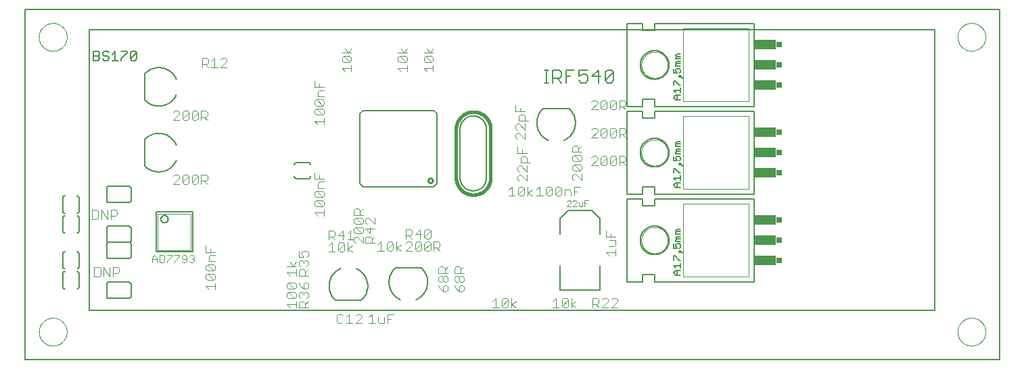
<source format=gto>
G75*
%MOIN*%
%OFA0B0*%
%FSLAX25Y25*%
%IPPOS*%
%LPD*%
%AMOC8*
5,1,8,0,0,1.08239X$1,22.5*
%
%ADD10C,0.00000*%
%ADD11C,0.00800*%
%ADD12C,0.01000*%
%ADD13C,0.00600*%
%ADD14C,0.00200*%
%ADD15C,0.00400*%
%ADD16C,0.00500*%
%ADD17R,0.02500X0.03000*%
%ADD18R,0.11000X0.05000*%
%ADD19C,0.00700*%
%ADD20C,0.01600*%
%ADD21C,0.00300*%
D10*
X0001250Y0001250D02*
X0001250Y0174478D01*
X0481565Y0174478D01*
X0481565Y0001250D01*
X0001250Y0001250D01*
X0008140Y0015030D02*
X0008142Y0015199D01*
X0008148Y0015368D01*
X0008159Y0015537D01*
X0008173Y0015705D01*
X0008192Y0015873D01*
X0008215Y0016041D01*
X0008241Y0016208D01*
X0008272Y0016374D01*
X0008307Y0016540D01*
X0008346Y0016704D01*
X0008390Y0016868D01*
X0008437Y0017030D01*
X0008488Y0017191D01*
X0008543Y0017351D01*
X0008602Y0017510D01*
X0008664Y0017667D01*
X0008731Y0017822D01*
X0008802Y0017976D01*
X0008876Y0018128D01*
X0008954Y0018278D01*
X0009035Y0018426D01*
X0009120Y0018572D01*
X0009209Y0018716D01*
X0009301Y0018858D01*
X0009397Y0018997D01*
X0009496Y0019134D01*
X0009598Y0019269D01*
X0009704Y0019401D01*
X0009813Y0019530D01*
X0009925Y0019657D01*
X0010040Y0019781D01*
X0010158Y0019902D01*
X0010279Y0020020D01*
X0010403Y0020135D01*
X0010530Y0020247D01*
X0010659Y0020356D01*
X0010791Y0020462D01*
X0010926Y0020564D01*
X0011063Y0020663D01*
X0011202Y0020759D01*
X0011344Y0020851D01*
X0011488Y0020940D01*
X0011634Y0021025D01*
X0011782Y0021106D01*
X0011932Y0021184D01*
X0012084Y0021258D01*
X0012238Y0021329D01*
X0012393Y0021396D01*
X0012550Y0021458D01*
X0012709Y0021517D01*
X0012869Y0021572D01*
X0013030Y0021623D01*
X0013192Y0021670D01*
X0013356Y0021714D01*
X0013520Y0021753D01*
X0013686Y0021788D01*
X0013852Y0021819D01*
X0014019Y0021845D01*
X0014187Y0021868D01*
X0014355Y0021887D01*
X0014523Y0021901D01*
X0014692Y0021912D01*
X0014861Y0021918D01*
X0015030Y0021920D01*
X0015199Y0021918D01*
X0015368Y0021912D01*
X0015537Y0021901D01*
X0015705Y0021887D01*
X0015873Y0021868D01*
X0016041Y0021845D01*
X0016208Y0021819D01*
X0016374Y0021788D01*
X0016540Y0021753D01*
X0016704Y0021714D01*
X0016868Y0021670D01*
X0017030Y0021623D01*
X0017191Y0021572D01*
X0017351Y0021517D01*
X0017510Y0021458D01*
X0017667Y0021396D01*
X0017822Y0021329D01*
X0017976Y0021258D01*
X0018128Y0021184D01*
X0018278Y0021106D01*
X0018426Y0021025D01*
X0018572Y0020940D01*
X0018716Y0020851D01*
X0018858Y0020759D01*
X0018997Y0020663D01*
X0019134Y0020564D01*
X0019269Y0020462D01*
X0019401Y0020356D01*
X0019530Y0020247D01*
X0019657Y0020135D01*
X0019781Y0020020D01*
X0019902Y0019902D01*
X0020020Y0019781D01*
X0020135Y0019657D01*
X0020247Y0019530D01*
X0020356Y0019401D01*
X0020462Y0019269D01*
X0020564Y0019134D01*
X0020663Y0018997D01*
X0020759Y0018858D01*
X0020851Y0018716D01*
X0020940Y0018572D01*
X0021025Y0018426D01*
X0021106Y0018278D01*
X0021184Y0018128D01*
X0021258Y0017976D01*
X0021329Y0017822D01*
X0021396Y0017667D01*
X0021458Y0017510D01*
X0021517Y0017351D01*
X0021572Y0017191D01*
X0021623Y0017030D01*
X0021670Y0016868D01*
X0021714Y0016704D01*
X0021753Y0016540D01*
X0021788Y0016374D01*
X0021819Y0016208D01*
X0021845Y0016041D01*
X0021868Y0015873D01*
X0021887Y0015705D01*
X0021901Y0015537D01*
X0021912Y0015368D01*
X0021918Y0015199D01*
X0021920Y0015030D01*
X0021918Y0014861D01*
X0021912Y0014692D01*
X0021901Y0014523D01*
X0021887Y0014355D01*
X0021868Y0014187D01*
X0021845Y0014019D01*
X0021819Y0013852D01*
X0021788Y0013686D01*
X0021753Y0013520D01*
X0021714Y0013356D01*
X0021670Y0013192D01*
X0021623Y0013030D01*
X0021572Y0012869D01*
X0021517Y0012709D01*
X0021458Y0012550D01*
X0021396Y0012393D01*
X0021329Y0012238D01*
X0021258Y0012084D01*
X0021184Y0011932D01*
X0021106Y0011782D01*
X0021025Y0011634D01*
X0020940Y0011488D01*
X0020851Y0011344D01*
X0020759Y0011202D01*
X0020663Y0011063D01*
X0020564Y0010926D01*
X0020462Y0010791D01*
X0020356Y0010659D01*
X0020247Y0010530D01*
X0020135Y0010403D01*
X0020020Y0010279D01*
X0019902Y0010158D01*
X0019781Y0010040D01*
X0019657Y0009925D01*
X0019530Y0009813D01*
X0019401Y0009704D01*
X0019269Y0009598D01*
X0019134Y0009496D01*
X0018997Y0009397D01*
X0018858Y0009301D01*
X0018716Y0009209D01*
X0018572Y0009120D01*
X0018426Y0009035D01*
X0018278Y0008954D01*
X0018128Y0008876D01*
X0017976Y0008802D01*
X0017822Y0008731D01*
X0017667Y0008664D01*
X0017510Y0008602D01*
X0017351Y0008543D01*
X0017191Y0008488D01*
X0017030Y0008437D01*
X0016868Y0008390D01*
X0016704Y0008346D01*
X0016540Y0008307D01*
X0016374Y0008272D01*
X0016208Y0008241D01*
X0016041Y0008215D01*
X0015873Y0008192D01*
X0015705Y0008173D01*
X0015537Y0008159D01*
X0015368Y0008148D01*
X0015199Y0008142D01*
X0015030Y0008140D01*
X0014861Y0008142D01*
X0014692Y0008148D01*
X0014523Y0008159D01*
X0014355Y0008173D01*
X0014187Y0008192D01*
X0014019Y0008215D01*
X0013852Y0008241D01*
X0013686Y0008272D01*
X0013520Y0008307D01*
X0013356Y0008346D01*
X0013192Y0008390D01*
X0013030Y0008437D01*
X0012869Y0008488D01*
X0012709Y0008543D01*
X0012550Y0008602D01*
X0012393Y0008664D01*
X0012238Y0008731D01*
X0012084Y0008802D01*
X0011932Y0008876D01*
X0011782Y0008954D01*
X0011634Y0009035D01*
X0011488Y0009120D01*
X0011344Y0009209D01*
X0011202Y0009301D01*
X0011063Y0009397D01*
X0010926Y0009496D01*
X0010791Y0009598D01*
X0010659Y0009704D01*
X0010530Y0009813D01*
X0010403Y0009925D01*
X0010279Y0010040D01*
X0010158Y0010158D01*
X0010040Y0010279D01*
X0009925Y0010403D01*
X0009813Y0010530D01*
X0009704Y0010659D01*
X0009598Y0010791D01*
X0009496Y0010926D01*
X0009397Y0011063D01*
X0009301Y0011202D01*
X0009209Y0011344D01*
X0009120Y0011488D01*
X0009035Y0011634D01*
X0008954Y0011782D01*
X0008876Y0011932D01*
X0008802Y0012084D01*
X0008731Y0012238D01*
X0008664Y0012393D01*
X0008602Y0012550D01*
X0008543Y0012709D01*
X0008488Y0012869D01*
X0008437Y0013030D01*
X0008390Y0013192D01*
X0008346Y0013356D01*
X0008307Y0013520D01*
X0008272Y0013686D01*
X0008241Y0013852D01*
X0008215Y0014019D01*
X0008192Y0014187D01*
X0008173Y0014355D01*
X0008159Y0014523D01*
X0008148Y0014692D01*
X0008142Y0014861D01*
X0008140Y0015030D01*
X0305081Y0060305D02*
X0305083Y0060466D01*
X0305089Y0060626D01*
X0305099Y0060787D01*
X0305113Y0060947D01*
X0305131Y0061107D01*
X0305152Y0061266D01*
X0305178Y0061425D01*
X0305208Y0061583D01*
X0305241Y0061740D01*
X0305279Y0061897D01*
X0305320Y0062052D01*
X0305365Y0062206D01*
X0305414Y0062359D01*
X0305467Y0062511D01*
X0305523Y0062662D01*
X0305584Y0062811D01*
X0305647Y0062959D01*
X0305715Y0063105D01*
X0305786Y0063249D01*
X0305860Y0063391D01*
X0305938Y0063532D01*
X0306020Y0063670D01*
X0306105Y0063807D01*
X0306193Y0063941D01*
X0306285Y0064073D01*
X0306380Y0064203D01*
X0306478Y0064331D01*
X0306579Y0064456D01*
X0306683Y0064578D01*
X0306790Y0064698D01*
X0306900Y0064815D01*
X0307013Y0064930D01*
X0307129Y0065041D01*
X0307248Y0065150D01*
X0307369Y0065255D01*
X0307493Y0065358D01*
X0307619Y0065458D01*
X0307747Y0065554D01*
X0307878Y0065647D01*
X0308012Y0065737D01*
X0308147Y0065824D01*
X0308285Y0065907D01*
X0308424Y0065987D01*
X0308566Y0066063D01*
X0308709Y0066136D01*
X0308854Y0066205D01*
X0309001Y0066271D01*
X0309149Y0066333D01*
X0309299Y0066391D01*
X0309450Y0066446D01*
X0309603Y0066497D01*
X0309757Y0066544D01*
X0309912Y0066587D01*
X0310068Y0066626D01*
X0310224Y0066662D01*
X0310382Y0066693D01*
X0310540Y0066721D01*
X0310699Y0066745D01*
X0310859Y0066765D01*
X0311019Y0066781D01*
X0311179Y0066793D01*
X0311340Y0066801D01*
X0311501Y0066805D01*
X0311661Y0066805D01*
X0311822Y0066801D01*
X0311983Y0066793D01*
X0312143Y0066781D01*
X0312303Y0066765D01*
X0312463Y0066745D01*
X0312622Y0066721D01*
X0312780Y0066693D01*
X0312938Y0066662D01*
X0313094Y0066626D01*
X0313250Y0066587D01*
X0313405Y0066544D01*
X0313559Y0066497D01*
X0313712Y0066446D01*
X0313863Y0066391D01*
X0314013Y0066333D01*
X0314161Y0066271D01*
X0314308Y0066205D01*
X0314453Y0066136D01*
X0314596Y0066063D01*
X0314738Y0065987D01*
X0314877Y0065907D01*
X0315015Y0065824D01*
X0315150Y0065737D01*
X0315284Y0065647D01*
X0315415Y0065554D01*
X0315543Y0065458D01*
X0315669Y0065358D01*
X0315793Y0065255D01*
X0315914Y0065150D01*
X0316033Y0065041D01*
X0316149Y0064930D01*
X0316262Y0064815D01*
X0316372Y0064698D01*
X0316479Y0064578D01*
X0316583Y0064456D01*
X0316684Y0064331D01*
X0316782Y0064203D01*
X0316877Y0064073D01*
X0316969Y0063941D01*
X0317057Y0063807D01*
X0317142Y0063670D01*
X0317224Y0063532D01*
X0317302Y0063391D01*
X0317376Y0063249D01*
X0317447Y0063105D01*
X0317515Y0062959D01*
X0317578Y0062811D01*
X0317639Y0062662D01*
X0317695Y0062511D01*
X0317748Y0062359D01*
X0317797Y0062206D01*
X0317842Y0062052D01*
X0317883Y0061897D01*
X0317921Y0061740D01*
X0317954Y0061583D01*
X0317984Y0061425D01*
X0318010Y0061266D01*
X0318031Y0061107D01*
X0318049Y0060947D01*
X0318063Y0060787D01*
X0318073Y0060626D01*
X0318079Y0060466D01*
X0318081Y0060305D01*
X0318079Y0060144D01*
X0318073Y0059984D01*
X0318063Y0059823D01*
X0318049Y0059663D01*
X0318031Y0059503D01*
X0318010Y0059344D01*
X0317984Y0059185D01*
X0317954Y0059027D01*
X0317921Y0058870D01*
X0317883Y0058713D01*
X0317842Y0058558D01*
X0317797Y0058404D01*
X0317748Y0058251D01*
X0317695Y0058099D01*
X0317639Y0057948D01*
X0317578Y0057799D01*
X0317515Y0057651D01*
X0317447Y0057505D01*
X0317376Y0057361D01*
X0317302Y0057219D01*
X0317224Y0057078D01*
X0317142Y0056940D01*
X0317057Y0056803D01*
X0316969Y0056669D01*
X0316877Y0056537D01*
X0316782Y0056407D01*
X0316684Y0056279D01*
X0316583Y0056154D01*
X0316479Y0056032D01*
X0316372Y0055912D01*
X0316262Y0055795D01*
X0316149Y0055680D01*
X0316033Y0055569D01*
X0315914Y0055460D01*
X0315793Y0055355D01*
X0315669Y0055252D01*
X0315543Y0055152D01*
X0315415Y0055056D01*
X0315284Y0054963D01*
X0315150Y0054873D01*
X0315015Y0054786D01*
X0314877Y0054703D01*
X0314738Y0054623D01*
X0314596Y0054547D01*
X0314453Y0054474D01*
X0314308Y0054405D01*
X0314161Y0054339D01*
X0314013Y0054277D01*
X0313863Y0054219D01*
X0313712Y0054164D01*
X0313559Y0054113D01*
X0313405Y0054066D01*
X0313250Y0054023D01*
X0313094Y0053984D01*
X0312938Y0053948D01*
X0312780Y0053917D01*
X0312622Y0053889D01*
X0312463Y0053865D01*
X0312303Y0053845D01*
X0312143Y0053829D01*
X0311983Y0053817D01*
X0311822Y0053809D01*
X0311661Y0053805D01*
X0311501Y0053805D01*
X0311340Y0053809D01*
X0311179Y0053817D01*
X0311019Y0053829D01*
X0310859Y0053845D01*
X0310699Y0053865D01*
X0310540Y0053889D01*
X0310382Y0053917D01*
X0310224Y0053948D01*
X0310068Y0053984D01*
X0309912Y0054023D01*
X0309757Y0054066D01*
X0309603Y0054113D01*
X0309450Y0054164D01*
X0309299Y0054219D01*
X0309149Y0054277D01*
X0309001Y0054339D01*
X0308854Y0054405D01*
X0308709Y0054474D01*
X0308566Y0054547D01*
X0308424Y0054623D01*
X0308285Y0054703D01*
X0308147Y0054786D01*
X0308012Y0054873D01*
X0307878Y0054963D01*
X0307747Y0055056D01*
X0307619Y0055152D01*
X0307493Y0055252D01*
X0307369Y0055355D01*
X0307248Y0055460D01*
X0307129Y0055569D01*
X0307013Y0055680D01*
X0306900Y0055795D01*
X0306790Y0055912D01*
X0306683Y0056032D01*
X0306579Y0056154D01*
X0306478Y0056279D01*
X0306380Y0056407D01*
X0306285Y0056537D01*
X0306193Y0056669D01*
X0306105Y0056803D01*
X0306020Y0056940D01*
X0305938Y0057078D01*
X0305860Y0057219D01*
X0305786Y0057361D01*
X0305715Y0057505D01*
X0305647Y0057651D01*
X0305584Y0057799D01*
X0305523Y0057948D01*
X0305467Y0058099D01*
X0305414Y0058251D01*
X0305365Y0058404D01*
X0305320Y0058558D01*
X0305279Y0058713D01*
X0305241Y0058870D01*
X0305208Y0059027D01*
X0305178Y0059185D01*
X0305152Y0059344D01*
X0305131Y0059503D01*
X0305113Y0059663D01*
X0305099Y0059823D01*
X0305089Y0059984D01*
X0305083Y0060144D01*
X0305081Y0060305D01*
X0305081Y0103612D02*
X0305083Y0103773D01*
X0305089Y0103933D01*
X0305099Y0104094D01*
X0305113Y0104254D01*
X0305131Y0104414D01*
X0305152Y0104573D01*
X0305178Y0104732D01*
X0305208Y0104890D01*
X0305241Y0105047D01*
X0305279Y0105204D01*
X0305320Y0105359D01*
X0305365Y0105513D01*
X0305414Y0105666D01*
X0305467Y0105818D01*
X0305523Y0105969D01*
X0305584Y0106118D01*
X0305647Y0106266D01*
X0305715Y0106412D01*
X0305786Y0106556D01*
X0305860Y0106698D01*
X0305938Y0106839D01*
X0306020Y0106977D01*
X0306105Y0107114D01*
X0306193Y0107248D01*
X0306285Y0107380D01*
X0306380Y0107510D01*
X0306478Y0107638D01*
X0306579Y0107763D01*
X0306683Y0107885D01*
X0306790Y0108005D01*
X0306900Y0108122D01*
X0307013Y0108237D01*
X0307129Y0108348D01*
X0307248Y0108457D01*
X0307369Y0108562D01*
X0307493Y0108665D01*
X0307619Y0108765D01*
X0307747Y0108861D01*
X0307878Y0108954D01*
X0308012Y0109044D01*
X0308147Y0109131D01*
X0308285Y0109214D01*
X0308424Y0109294D01*
X0308566Y0109370D01*
X0308709Y0109443D01*
X0308854Y0109512D01*
X0309001Y0109578D01*
X0309149Y0109640D01*
X0309299Y0109698D01*
X0309450Y0109753D01*
X0309603Y0109804D01*
X0309757Y0109851D01*
X0309912Y0109894D01*
X0310068Y0109933D01*
X0310224Y0109969D01*
X0310382Y0110000D01*
X0310540Y0110028D01*
X0310699Y0110052D01*
X0310859Y0110072D01*
X0311019Y0110088D01*
X0311179Y0110100D01*
X0311340Y0110108D01*
X0311501Y0110112D01*
X0311661Y0110112D01*
X0311822Y0110108D01*
X0311983Y0110100D01*
X0312143Y0110088D01*
X0312303Y0110072D01*
X0312463Y0110052D01*
X0312622Y0110028D01*
X0312780Y0110000D01*
X0312938Y0109969D01*
X0313094Y0109933D01*
X0313250Y0109894D01*
X0313405Y0109851D01*
X0313559Y0109804D01*
X0313712Y0109753D01*
X0313863Y0109698D01*
X0314013Y0109640D01*
X0314161Y0109578D01*
X0314308Y0109512D01*
X0314453Y0109443D01*
X0314596Y0109370D01*
X0314738Y0109294D01*
X0314877Y0109214D01*
X0315015Y0109131D01*
X0315150Y0109044D01*
X0315284Y0108954D01*
X0315415Y0108861D01*
X0315543Y0108765D01*
X0315669Y0108665D01*
X0315793Y0108562D01*
X0315914Y0108457D01*
X0316033Y0108348D01*
X0316149Y0108237D01*
X0316262Y0108122D01*
X0316372Y0108005D01*
X0316479Y0107885D01*
X0316583Y0107763D01*
X0316684Y0107638D01*
X0316782Y0107510D01*
X0316877Y0107380D01*
X0316969Y0107248D01*
X0317057Y0107114D01*
X0317142Y0106977D01*
X0317224Y0106839D01*
X0317302Y0106698D01*
X0317376Y0106556D01*
X0317447Y0106412D01*
X0317515Y0106266D01*
X0317578Y0106118D01*
X0317639Y0105969D01*
X0317695Y0105818D01*
X0317748Y0105666D01*
X0317797Y0105513D01*
X0317842Y0105359D01*
X0317883Y0105204D01*
X0317921Y0105047D01*
X0317954Y0104890D01*
X0317984Y0104732D01*
X0318010Y0104573D01*
X0318031Y0104414D01*
X0318049Y0104254D01*
X0318063Y0104094D01*
X0318073Y0103933D01*
X0318079Y0103773D01*
X0318081Y0103612D01*
X0318079Y0103451D01*
X0318073Y0103291D01*
X0318063Y0103130D01*
X0318049Y0102970D01*
X0318031Y0102810D01*
X0318010Y0102651D01*
X0317984Y0102492D01*
X0317954Y0102334D01*
X0317921Y0102177D01*
X0317883Y0102020D01*
X0317842Y0101865D01*
X0317797Y0101711D01*
X0317748Y0101558D01*
X0317695Y0101406D01*
X0317639Y0101255D01*
X0317578Y0101106D01*
X0317515Y0100958D01*
X0317447Y0100812D01*
X0317376Y0100668D01*
X0317302Y0100526D01*
X0317224Y0100385D01*
X0317142Y0100247D01*
X0317057Y0100110D01*
X0316969Y0099976D01*
X0316877Y0099844D01*
X0316782Y0099714D01*
X0316684Y0099586D01*
X0316583Y0099461D01*
X0316479Y0099339D01*
X0316372Y0099219D01*
X0316262Y0099102D01*
X0316149Y0098987D01*
X0316033Y0098876D01*
X0315914Y0098767D01*
X0315793Y0098662D01*
X0315669Y0098559D01*
X0315543Y0098459D01*
X0315415Y0098363D01*
X0315284Y0098270D01*
X0315150Y0098180D01*
X0315015Y0098093D01*
X0314877Y0098010D01*
X0314738Y0097930D01*
X0314596Y0097854D01*
X0314453Y0097781D01*
X0314308Y0097712D01*
X0314161Y0097646D01*
X0314013Y0097584D01*
X0313863Y0097526D01*
X0313712Y0097471D01*
X0313559Y0097420D01*
X0313405Y0097373D01*
X0313250Y0097330D01*
X0313094Y0097291D01*
X0312938Y0097255D01*
X0312780Y0097224D01*
X0312622Y0097196D01*
X0312463Y0097172D01*
X0312303Y0097152D01*
X0312143Y0097136D01*
X0311983Y0097124D01*
X0311822Y0097116D01*
X0311661Y0097112D01*
X0311501Y0097112D01*
X0311340Y0097116D01*
X0311179Y0097124D01*
X0311019Y0097136D01*
X0310859Y0097152D01*
X0310699Y0097172D01*
X0310540Y0097196D01*
X0310382Y0097224D01*
X0310224Y0097255D01*
X0310068Y0097291D01*
X0309912Y0097330D01*
X0309757Y0097373D01*
X0309603Y0097420D01*
X0309450Y0097471D01*
X0309299Y0097526D01*
X0309149Y0097584D01*
X0309001Y0097646D01*
X0308854Y0097712D01*
X0308709Y0097781D01*
X0308566Y0097854D01*
X0308424Y0097930D01*
X0308285Y0098010D01*
X0308147Y0098093D01*
X0308012Y0098180D01*
X0307878Y0098270D01*
X0307747Y0098363D01*
X0307619Y0098459D01*
X0307493Y0098559D01*
X0307369Y0098662D01*
X0307248Y0098767D01*
X0307129Y0098876D01*
X0307013Y0098987D01*
X0306900Y0099102D01*
X0306790Y0099219D01*
X0306683Y0099339D01*
X0306579Y0099461D01*
X0306478Y0099586D01*
X0306380Y0099714D01*
X0306285Y0099844D01*
X0306193Y0099976D01*
X0306105Y0100110D01*
X0306020Y0100247D01*
X0305938Y0100385D01*
X0305860Y0100526D01*
X0305786Y0100668D01*
X0305715Y0100812D01*
X0305647Y0100958D01*
X0305584Y0101106D01*
X0305523Y0101255D01*
X0305467Y0101406D01*
X0305414Y0101558D01*
X0305365Y0101711D01*
X0305320Y0101865D01*
X0305279Y0102020D01*
X0305241Y0102177D01*
X0305208Y0102334D01*
X0305178Y0102492D01*
X0305152Y0102651D01*
X0305131Y0102810D01*
X0305113Y0102970D01*
X0305099Y0103130D01*
X0305089Y0103291D01*
X0305083Y0103451D01*
X0305081Y0103612D01*
X0305081Y0146919D02*
X0305083Y0147080D01*
X0305089Y0147240D01*
X0305099Y0147401D01*
X0305113Y0147561D01*
X0305131Y0147721D01*
X0305152Y0147880D01*
X0305178Y0148039D01*
X0305208Y0148197D01*
X0305241Y0148354D01*
X0305279Y0148511D01*
X0305320Y0148666D01*
X0305365Y0148820D01*
X0305414Y0148973D01*
X0305467Y0149125D01*
X0305523Y0149276D01*
X0305584Y0149425D01*
X0305647Y0149573D01*
X0305715Y0149719D01*
X0305786Y0149863D01*
X0305860Y0150005D01*
X0305938Y0150146D01*
X0306020Y0150284D01*
X0306105Y0150421D01*
X0306193Y0150555D01*
X0306285Y0150687D01*
X0306380Y0150817D01*
X0306478Y0150945D01*
X0306579Y0151070D01*
X0306683Y0151192D01*
X0306790Y0151312D01*
X0306900Y0151429D01*
X0307013Y0151544D01*
X0307129Y0151655D01*
X0307248Y0151764D01*
X0307369Y0151869D01*
X0307493Y0151972D01*
X0307619Y0152072D01*
X0307747Y0152168D01*
X0307878Y0152261D01*
X0308012Y0152351D01*
X0308147Y0152438D01*
X0308285Y0152521D01*
X0308424Y0152601D01*
X0308566Y0152677D01*
X0308709Y0152750D01*
X0308854Y0152819D01*
X0309001Y0152885D01*
X0309149Y0152947D01*
X0309299Y0153005D01*
X0309450Y0153060D01*
X0309603Y0153111D01*
X0309757Y0153158D01*
X0309912Y0153201D01*
X0310068Y0153240D01*
X0310224Y0153276D01*
X0310382Y0153307D01*
X0310540Y0153335D01*
X0310699Y0153359D01*
X0310859Y0153379D01*
X0311019Y0153395D01*
X0311179Y0153407D01*
X0311340Y0153415D01*
X0311501Y0153419D01*
X0311661Y0153419D01*
X0311822Y0153415D01*
X0311983Y0153407D01*
X0312143Y0153395D01*
X0312303Y0153379D01*
X0312463Y0153359D01*
X0312622Y0153335D01*
X0312780Y0153307D01*
X0312938Y0153276D01*
X0313094Y0153240D01*
X0313250Y0153201D01*
X0313405Y0153158D01*
X0313559Y0153111D01*
X0313712Y0153060D01*
X0313863Y0153005D01*
X0314013Y0152947D01*
X0314161Y0152885D01*
X0314308Y0152819D01*
X0314453Y0152750D01*
X0314596Y0152677D01*
X0314738Y0152601D01*
X0314877Y0152521D01*
X0315015Y0152438D01*
X0315150Y0152351D01*
X0315284Y0152261D01*
X0315415Y0152168D01*
X0315543Y0152072D01*
X0315669Y0151972D01*
X0315793Y0151869D01*
X0315914Y0151764D01*
X0316033Y0151655D01*
X0316149Y0151544D01*
X0316262Y0151429D01*
X0316372Y0151312D01*
X0316479Y0151192D01*
X0316583Y0151070D01*
X0316684Y0150945D01*
X0316782Y0150817D01*
X0316877Y0150687D01*
X0316969Y0150555D01*
X0317057Y0150421D01*
X0317142Y0150284D01*
X0317224Y0150146D01*
X0317302Y0150005D01*
X0317376Y0149863D01*
X0317447Y0149719D01*
X0317515Y0149573D01*
X0317578Y0149425D01*
X0317639Y0149276D01*
X0317695Y0149125D01*
X0317748Y0148973D01*
X0317797Y0148820D01*
X0317842Y0148666D01*
X0317883Y0148511D01*
X0317921Y0148354D01*
X0317954Y0148197D01*
X0317984Y0148039D01*
X0318010Y0147880D01*
X0318031Y0147721D01*
X0318049Y0147561D01*
X0318063Y0147401D01*
X0318073Y0147240D01*
X0318079Y0147080D01*
X0318081Y0146919D01*
X0318079Y0146758D01*
X0318073Y0146598D01*
X0318063Y0146437D01*
X0318049Y0146277D01*
X0318031Y0146117D01*
X0318010Y0145958D01*
X0317984Y0145799D01*
X0317954Y0145641D01*
X0317921Y0145484D01*
X0317883Y0145327D01*
X0317842Y0145172D01*
X0317797Y0145018D01*
X0317748Y0144865D01*
X0317695Y0144713D01*
X0317639Y0144562D01*
X0317578Y0144413D01*
X0317515Y0144265D01*
X0317447Y0144119D01*
X0317376Y0143975D01*
X0317302Y0143833D01*
X0317224Y0143692D01*
X0317142Y0143554D01*
X0317057Y0143417D01*
X0316969Y0143283D01*
X0316877Y0143151D01*
X0316782Y0143021D01*
X0316684Y0142893D01*
X0316583Y0142768D01*
X0316479Y0142646D01*
X0316372Y0142526D01*
X0316262Y0142409D01*
X0316149Y0142294D01*
X0316033Y0142183D01*
X0315914Y0142074D01*
X0315793Y0141969D01*
X0315669Y0141866D01*
X0315543Y0141766D01*
X0315415Y0141670D01*
X0315284Y0141577D01*
X0315150Y0141487D01*
X0315015Y0141400D01*
X0314877Y0141317D01*
X0314738Y0141237D01*
X0314596Y0141161D01*
X0314453Y0141088D01*
X0314308Y0141019D01*
X0314161Y0140953D01*
X0314013Y0140891D01*
X0313863Y0140833D01*
X0313712Y0140778D01*
X0313559Y0140727D01*
X0313405Y0140680D01*
X0313250Y0140637D01*
X0313094Y0140598D01*
X0312938Y0140562D01*
X0312780Y0140531D01*
X0312622Y0140503D01*
X0312463Y0140479D01*
X0312303Y0140459D01*
X0312143Y0140443D01*
X0311983Y0140431D01*
X0311822Y0140423D01*
X0311661Y0140419D01*
X0311501Y0140419D01*
X0311340Y0140423D01*
X0311179Y0140431D01*
X0311019Y0140443D01*
X0310859Y0140459D01*
X0310699Y0140479D01*
X0310540Y0140503D01*
X0310382Y0140531D01*
X0310224Y0140562D01*
X0310068Y0140598D01*
X0309912Y0140637D01*
X0309757Y0140680D01*
X0309603Y0140727D01*
X0309450Y0140778D01*
X0309299Y0140833D01*
X0309149Y0140891D01*
X0309001Y0140953D01*
X0308854Y0141019D01*
X0308709Y0141088D01*
X0308566Y0141161D01*
X0308424Y0141237D01*
X0308285Y0141317D01*
X0308147Y0141400D01*
X0308012Y0141487D01*
X0307878Y0141577D01*
X0307747Y0141670D01*
X0307619Y0141766D01*
X0307493Y0141866D01*
X0307369Y0141969D01*
X0307248Y0142074D01*
X0307129Y0142183D01*
X0307013Y0142294D01*
X0306900Y0142409D01*
X0306790Y0142526D01*
X0306683Y0142646D01*
X0306579Y0142768D01*
X0306478Y0142893D01*
X0306380Y0143021D01*
X0306285Y0143151D01*
X0306193Y0143283D01*
X0306105Y0143417D01*
X0306020Y0143554D01*
X0305938Y0143692D01*
X0305860Y0143833D01*
X0305786Y0143975D01*
X0305715Y0144119D01*
X0305647Y0144265D01*
X0305584Y0144413D01*
X0305523Y0144562D01*
X0305467Y0144713D01*
X0305414Y0144865D01*
X0305365Y0145018D01*
X0305320Y0145172D01*
X0305279Y0145327D01*
X0305241Y0145484D01*
X0305208Y0145641D01*
X0305178Y0145799D01*
X0305152Y0145958D01*
X0305131Y0146117D01*
X0305113Y0146277D01*
X0305099Y0146437D01*
X0305089Y0146598D01*
X0305083Y0146758D01*
X0305081Y0146919D01*
X0460895Y0160699D02*
X0460897Y0160868D01*
X0460903Y0161037D01*
X0460914Y0161206D01*
X0460928Y0161374D01*
X0460947Y0161542D01*
X0460970Y0161710D01*
X0460996Y0161877D01*
X0461027Y0162043D01*
X0461062Y0162209D01*
X0461101Y0162373D01*
X0461145Y0162537D01*
X0461192Y0162699D01*
X0461243Y0162860D01*
X0461298Y0163020D01*
X0461357Y0163179D01*
X0461419Y0163336D01*
X0461486Y0163491D01*
X0461557Y0163645D01*
X0461631Y0163797D01*
X0461709Y0163947D01*
X0461790Y0164095D01*
X0461875Y0164241D01*
X0461964Y0164385D01*
X0462056Y0164527D01*
X0462152Y0164666D01*
X0462251Y0164803D01*
X0462353Y0164938D01*
X0462459Y0165070D01*
X0462568Y0165199D01*
X0462680Y0165326D01*
X0462795Y0165450D01*
X0462913Y0165571D01*
X0463034Y0165689D01*
X0463158Y0165804D01*
X0463285Y0165916D01*
X0463414Y0166025D01*
X0463546Y0166131D01*
X0463681Y0166233D01*
X0463818Y0166332D01*
X0463957Y0166428D01*
X0464099Y0166520D01*
X0464243Y0166609D01*
X0464389Y0166694D01*
X0464537Y0166775D01*
X0464687Y0166853D01*
X0464839Y0166927D01*
X0464993Y0166998D01*
X0465148Y0167065D01*
X0465305Y0167127D01*
X0465464Y0167186D01*
X0465624Y0167241D01*
X0465785Y0167292D01*
X0465947Y0167339D01*
X0466111Y0167383D01*
X0466275Y0167422D01*
X0466441Y0167457D01*
X0466607Y0167488D01*
X0466774Y0167514D01*
X0466942Y0167537D01*
X0467110Y0167556D01*
X0467278Y0167570D01*
X0467447Y0167581D01*
X0467616Y0167587D01*
X0467785Y0167589D01*
X0467954Y0167587D01*
X0468123Y0167581D01*
X0468292Y0167570D01*
X0468460Y0167556D01*
X0468628Y0167537D01*
X0468796Y0167514D01*
X0468963Y0167488D01*
X0469129Y0167457D01*
X0469295Y0167422D01*
X0469459Y0167383D01*
X0469623Y0167339D01*
X0469785Y0167292D01*
X0469946Y0167241D01*
X0470106Y0167186D01*
X0470265Y0167127D01*
X0470422Y0167065D01*
X0470577Y0166998D01*
X0470731Y0166927D01*
X0470883Y0166853D01*
X0471033Y0166775D01*
X0471181Y0166694D01*
X0471327Y0166609D01*
X0471471Y0166520D01*
X0471613Y0166428D01*
X0471752Y0166332D01*
X0471889Y0166233D01*
X0472024Y0166131D01*
X0472156Y0166025D01*
X0472285Y0165916D01*
X0472412Y0165804D01*
X0472536Y0165689D01*
X0472657Y0165571D01*
X0472775Y0165450D01*
X0472890Y0165326D01*
X0473002Y0165199D01*
X0473111Y0165070D01*
X0473217Y0164938D01*
X0473319Y0164803D01*
X0473418Y0164666D01*
X0473514Y0164527D01*
X0473606Y0164385D01*
X0473695Y0164241D01*
X0473780Y0164095D01*
X0473861Y0163947D01*
X0473939Y0163797D01*
X0474013Y0163645D01*
X0474084Y0163491D01*
X0474151Y0163336D01*
X0474213Y0163179D01*
X0474272Y0163020D01*
X0474327Y0162860D01*
X0474378Y0162699D01*
X0474425Y0162537D01*
X0474469Y0162373D01*
X0474508Y0162209D01*
X0474543Y0162043D01*
X0474574Y0161877D01*
X0474600Y0161710D01*
X0474623Y0161542D01*
X0474642Y0161374D01*
X0474656Y0161206D01*
X0474667Y0161037D01*
X0474673Y0160868D01*
X0474675Y0160699D01*
X0474673Y0160530D01*
X0474667Y0160361D01*
X0474656Y0160192D01*
X0474642Y0160024D01*
X0474623Y0159856D01*
X0474600Y0159688D01*
X0474574Y0159521D01*
X0474543Y0159355D01*
X0474508Y0159189D01*
X0474469Y0159025D01*
X0474425Y0158861D01*
X0474378Y0158699D01*
X0474327Y0158538D01*
X0474272Y0158378D01*
X0474213Y0158219D01*
X0474151Y0158062D01*
X0474084Y0157907D01*
X0474013Y0157753D01*
X0473939Y0157601D01*
X0473861Y0157451D01*
X0473780Y0157303D01*
X0473695Y0157157D01*
X0473606Y0157013D01*
X0473514Y0156871D01*
X0473418Y0156732D01*
X0473319Y0156595D01*
X0473217Y0156460D01*
X0473111Y0156328D01*
X0473002Y0156199D01*
X0472890Y0156072D01*
X0472775Y0155948D01*
X0472657Y0155827D01*
X0472536Y0155709D01*
X0472412Y0155594D01*
X0472285Y0155482D01*
X0472156Y0155373D01*
X0472024Y0155267D01*
X0471889Y0155165D01*
X0471752Y0155066D01*
X0471613Y0154970D01*
X0471471Y0154878D01*
X0471327Y0154789D01*
X0471181Y0154704D01*
X0471033Y0154623D01*
X0470883Y0154545D01*
X0470731Y0154471D01*
X0470577Y0154400D01*
X0470422Y0154333D01*
X0470265Y0154271D01*
X0470106Y0154212D01*
X0469946Y0154157D01*
X0469785Y0154106D01*
X0469623Y0154059D01*
X0469459Y0154015D01*
X0469295Y0153976D01*
X0469129Y0153941D01*
X0468963Y0153910D01*
X0468796Y0153884D01*
X0468628Y0153861D01*
X0468460Y0153842D01*
X0468292Y0153828D01*
X0468123Y0153817D01*
X0467954Y0153811D01*
X0467785Y0153809D01*
X0467616Y0153811D01*
X0467447Y0153817D01*
X0467278Y0153828D01*
X0467110Y0153842D01*
X0466942Y0153861D01*
X0466774Y0153884D01*
X0466607Y0153910D01*
X0466441Y0153941D01*
X0466275Y0153976D01*
X0466111Y0154015D01*
X0465947Y0154059D01*
X0465785Y0154106D01*
X0465624Y0154157D01*
X0465464Y0154212D01*
X0465305Y0154271D01*
X0465148Y0154333D01*
X0464993Y0154400D01*
X0464839Y0154471D01*
X0464687Y0154545D01*
X0464537Y0154623D01*
X0464389Y0154704D01*
X0464243Y0154789D01*
X0464099Y0154878D01*
X0463957Y0154970D01*
X0463818Y0155066D01*
X0463681Y0155165D01*
X0463546Y0155267D01*
X0463414Y0155373D01*
X0463285Y0155482D01*
X0463158Y0155594D01*
X0463034Y0155709D01*
X0462913Y0155827D01*
X0462795Y0155948D01*
X0462680Y0156072D01*
X0462568Y0156199D01*
X0462459Y0156328D01*
X0462353Y0156460D01*
X0462251Y0156595D01*
X0462152Y0156732D01*
X0462056Y0156871D01*
X0461964Y0157013D01*
X0461875Y0157157D01*
X0461790Y0157303D01*
X0461709Y0157451D01*
X0461631Y0157601D01*
X0461557Y0157753D01*
X0461486Y0157907D01*
X0461419Y0158062D01*
X0461357Y0158219D01*
X0461298Y0158378D01*
X0461243Y0158538D01*
X0461192Y0158699D01*
X0461145Y0158861D01*
X0461101Y0159025D01*
X0461062Y0159189D01*
X0461027Y0159355D01*
X0460996Y0159521D01*
X0460970Y0159688D01*
X0460947Y0159856D01*
X0460928Y0160024D01*
X0460914Y0160192D01*
X0460903Y0160361D01*
X0460897Y0160530D01*
X0460895Y0160699D01*
X0460895Y0015030D02*
X0460897Y0015199D01*
X0460903Y0015368D01*
X0460914Y0015537D01*
X0460928Y0015705D01*
X0460947Y0015873D01*
X0460970Y0016041D01*
X0460996Y0016208D01*
X0461027Y0016374D01*
X0461062Y0016540D01*
X0461101Y0016704D01*
X0461145Y0016868D01*
X0461192Y0017030D01*
X0461243Y0017191D01*
X0461298Y0017351D01*
X0461357Y0017510D01*
X0461419Y0017667D01*
X0461486Y0017822D01*
X0461557Y0017976D01*
X0461631Y0018128D01*
X0461709Y0018278D01*
X0461790Y0018426D01*
X0461875Y0018572D01*
X0461964Y0018716D01*
X0462056Y0018858D01*
X0462152Y0018997D01*
X0462251Y0019134D01*
X0462353Y0019269D01*
X0462459Y0019401D01*
X0462568Y0019530D01*
X0462680Y0019657D01*
X0462795Y0019781D01*
X0462913Y0019902D01*
X0463034Y0020020D01*
X0463158Y0020135D01*
X0463285Y0020247D01*
X0463414Y0020356D01*
X0463546Y0020462D01*
X0463681Y0020564D01*
X0463818Y0020663D01*
X0463957Y0020759D01*
X0464099Y0020851D01*
X0464243Y0020940D01*
X0464389Y0021025D01*
X0464537Y0021106D01*
X0464687Y0021184D01*
X0464839Y0021258D01*
X0464993Y0021329D01*
X0465148Y0021396D01*
X0465305Y0021458D01*
X0465464Y0021517D01*
X0465624Y0021572D01*
X0465785Y0021623D01*
X0465947Y0021670D01*
X0466111Y0021714D01*
X0466275Y0021753D01*
X0466441Y0021788D01*
X0466607Y0021819D01*
X0466774Y0021845D01*
X0466942Y0021868D01*
X0467110Y0021887D01*
X0467278Y0021901D01*
X0467447Y0021912D01*
X0467616Y0021918D01*
X0467785Y0021920D01*
X0467954Y0021918D01*
X0468123Y0021912D01*
X0468292Y0021901D01*
X0468460Y0021887D01*
X0468628Y0021868D01*
X0468796Y0021845D01*
X0468963Y0021819D01*
X0469129Y0021788D01*
X0469295Y0021753D01*
X0469459Y0021714D01*
X0469623Y0021670D01*
X0469785Y0021623D01*
X0469946Y0021572D01*
X0470106Y0021517D01*
X0470265Y0021458D01*
X0470422Y0021396D01*
X0470577Y0021329D01*
X0470731Y0021258D01*
X0470883Y0021184D01*
X0471033Y0021106D01*
X0471181Y0021025D01*
X0471327Y0020940D01*
X0471471Y0020851D01*
X0471613Y0020759D01*
X0471752Y0020663D01*
X0471889Y0020564D01*
X0472024Y0020462D01*
X0472156Y0020356D01*
X0472285Y0020247D01*
X0472412Y0020135D01*
X0472536Y0020020D01*
X0472657Y0019902D01*
X0472775Y0019781D01*
X0472890Y0019657D01*
X0473002Y0019530D01*
X0473111Y0019401D01*
X0473217Y0019269D01*
X0473319Y0019134D01*
X0473418Y0018997D01*
X0473514Y0018858D01*
X0473606Y0018716D01*
X0473695Y0018572D01*
X0473780Y0018426D01*
X0473861Y0018278D01*
X0473939Y0018128D01*
X0474013Y0017976D01*
X0474084Y0017822D01*
X0474151Y0017667D01*
X0474213Y0017510D01*
X0474272Y0017351D01*
X0474327Y0017191D01*
X0474378Y0017030D01*
X0474425Y0016868D01*
X0474469Y0016704D01*
X0474508Y0016540D01*
X0474543Y0016374D01*
X0474574Y0016208D01*
X0474600Y0016041D01*
X0474623Y0015873D01*
X0474642Y0015705D01*
X0474656Y0015537D01*
X0474667Y0015368D01*
X0474673Y0015199D01*
X0474675Y0015030D01*
X0474673Y0014861D01*
X0474667Y0014692D01*
X0474656Y0014523D01*
X0474642Y0014355D01*
X0474623Y0014187D01*
X0474600Y0014019D01*
X0474574Y0013852D01*
X0474543Y0013686D01*
X0474508Y0013520D01*
X0474469Y0013356D01*
X0474425Y0013192D01*
X0474378Y0013030D01*
X0474327Y0012869D01*
X0474272Y0012709D01*
X0474213Y0012550D01*
X0474151Y0012393D01*
X0474084Y0012238D01*
X0474013Y0012084D01*
X0473939Y0011932D01*
X0473861Y0011782D01*
X0473780Y0011634D01*
X0473695Y0011488D01*
X0473606Y0011344D01*
X0473514Y0011202D01*
X0473418Y0011063D01*
X0473319Y0010926D01*
X0473217Y0010791D01*
X0473111Y0010659D01*
X0473002Y0010530D01*
X0472890Y0010403D01*
X0472775Y0010279D01*
X0472657Y0010158D01*
X0472536Y0010040D01*
X0472412Y0009925D01*
X0472285Y0009813D01*
X0472156Y0009704D01*
X0472024Y0009598D01*
X0471889Y0009496D01*
X0471752Y0009397D01*
X0471613Y0009301D01*
X0471471Y0009209D01*
X0471327Y0009120D01*
X0471181Y0009035D01*
X0471033Y0008954D01*
X0470883Y0008876D01*
X0470731Y0008802D01*
X0470577Y0008731D01*
X0470422Y0008664D01*
X0470265Y0008602D01*
X0470106Y0008543D01*
X0469946Y0008488D01*
X0469785Y0008437D01*
X0469623Y0008390D01*
X0469459Y0008346D01*
X0469295Y0008307D01*
X0469129Y0008272D01*
X0468963Y0008241D01*
X0468796Y0008215D01*
X0468628Y0008192D01*
X0468460Y0008173D01*
X0468292Y0008159D01*
X0468123Y0008148D01*
X0467954Y0008142D01*
X0467785Y0008140D01*
X0467616Y0008142D01*
X0467447Y0008148D01*
X0467278Y0008159D01*
X0467110Y0008173D01*
X0466942Y0008192D01*
X0466774Y0008215D01*
X0466607Y0008241D01*
X0466441Y0008272D01*
X0466275Y0008307D01*
X0466111Y0008346D01*
X0465947Y0008390D01*
X0465785Y0008437D01*
X0465624Y0008488D01*
X0465464Y0008543D01*
X0465305Y0008602D01*
X0465148Y0008664D01*
X0464993Y0008731D01*
X0464839Y0008802D01*
X0464687Y0008876D01*
X0464537Y0008954D01*
X0464389Y0009035D01*
X0464243Y0009120D01*
X0464099Y0009209D01*
X0463957Y0009301D01*
X0463818Y0009397D01*
X0463681Y0009496D01*
X0463546Y0009598D01*
X0463414Y0009704D01*
X0463285Y0009813D01*
X0463158Y0009925D01*
X0463034Y0010040D01*
X0462913Y0010158D01*
X0462795Y0010279D01*
X0462680Y0010403D01*
X0462568Y0010530D01*
X0462459Y0010659D01*
X0462353Y0010791D01*
X0462251Y0010926D01*
X0462152Y0011063D01*
X0462056Y0011202D01*
X0461964Y0011344D01*
X0461875Y0011488D01*
X0461790Y0011634D01*
X0461709Y0011782D01*
X0461631Y0011932D01*
X0461557Y0012084D01*
X0461486Y0012238D01*
X0461419Y0012393D01*
X0461357Y0012550D01*
X0461298Y0012709D01*
X0461243Y0012869D01*
X0461192Y0013030D01*
X0461145Y0013192D01*
X0461101Y0013356D01*
X0461062Y0013520D01*
X0461027Y0013686D01*
X0460996Y0013852D01*
X0460970Y0014019D01*
X0460947Y0014187D01*
X0460928Y0014355D01*
X0460914Y0014523D01*
X0460903Y0014692D01*
X0460897Y0014861D01*
X0460895Y0015030D01*
X0008140Y0160699D02*
X0008142Y0160868D01*
X0008148Y0161037D01*
X0008159Y0161206D01*
X0008173Y0161374D01*
X0008192Y0161542D01*
X0008215Y0161710D01*
X0008241Y0161877D01*
X0008272Y0162043D01*
X0008307Y0162209D01*
X0008346Y0162373D01*
X0008390Y0162537D01*
X0008437Y0162699D01*
X0008488Y0162860D01*
X0008543Y0163020D01*
X0008602Y0163179D01*
X0008664Y0163336D01*
X0008731Y0163491D01*
X0008802Y0163645D01*
X0008876Y0163797D01*
X0008954Y0163947D01*
X0009035Y0164095D01*
X0009120Y0164241D01*
X0009209Y0164385D01*
X0009301Y0164527D01*
X0009397Y0164666D01*
X0009496Y0164803D01*
X0009598Y0164938D01*
X0009704Y0165070D01*
X0009813Y0165199D01*
X0009925Y0165326D01*
X0010040Y0165450D01*
X0010158Y0165571D01*
X0010279Y0165689D01*
X0010403Y0165804D01*
X0010530Y0165916D01*
X0010659Y0166025D01*
X0010791Y0166131D01*
X0010926Y0166233D01*
X0011063Y0166332D01*
X0011202Y0166428D01*
X0011344Y0166520D01*
X0011488Y0166609D01*
X0011634Y0166694D01*
X0011782Y0166775D01*
X0011932Y0166853D01*
X0012084Y0166927D01*
X0012238Y0166998D01*
X0012393Y0167065D01*
X0012550Y0167127D01*
X0012709Y0167186D01*
X0012869Y0167241D01*
X0013030Y0167292D01*
X0013192Y0167339D01*
X0013356Y0167383D01*
X0013520Y0167422D01*
X0013686Y0167457D01*
X0013852Y0167488D01*
X0014019Y0167514D01*
X0014187Y0167537D01*
X0014355Y0167556D01*
X0014523Y0167570D01*
X0014692Y0167581D01*
X0014861Y0167587D01*
X0015030Y0167589D01*
X0015199Y0167587D01*
X0015368Y0167581D01*
X0015537Y0167570D01*
X0015705Y0167556D01*
X0015873Y0167537D01*
X0016041Y0167514D01*
X0016208Y0167488D01*
X0016374Y0167457D01*
X0016540Y0167422D01*
X0016704Y0167383D01*
X0016868Y0167339D01*
X0017030Y0167292D01*
X0017191Y0167241D01*
X0017351Y0167186D01*
X0017510Y0167127D01*
X0017667Y0167065D01*
X0017822Y0166998D01*
X0017976Y0166927D01*
X0018128Y0166853D01*
X0018278Y0166775D01*
X0018426Y0166694D01*
X0018572Y0166609D01*
X0018716Y0166520D01*
X0018858Y0166428D01*
X0018997Y0166332D01*
X0019134Y0166233D01*
X0019269Y0166131D01*
X0019401Y0166025D01*
X0019530Y0165916D01*
X0019657Y0165804D01*
X0019781Y0165689D01*
X0019902Y0165571D01*
X0020020Y0165450D01*
X0020135Y0165326D01*
X0020247Y0165199D01*
X0020356Y0165070D01*
X0020462Y0164938D01*
X0020564Y0164803D01*
X0020663Y0164666D01*
X0020759Y0164527D01*
X0020851Y0164385D01*
X0020940Y0164241D01*
X0021025Y0164095D01*
X0021106Y0163947D01*
X0021184Y0163797D01*
X0021258Y0163645D01*
X0021329Y0163491D01*
X0021396Y0163336D01*
X0021458Y0163179D01*
X0021517Y0163020D01*
X0021572Y0162860D01*
X0021623Y0162699D01*
X0021670Y0162537D01*
X0021714Y0162373D01*
X0021753Y0162209D01*
X0021788Y0162043D01*
X0021819Y0161877D01*
X0021845Y0161710D01*
X0021868Y0161542D01*
X0021887Y0161374D01*
X0021901Y0161206D01*
X0021912Y0161037D01*
X0021918Y0160868D01*
X0021920Y0160699D01*
X0021918Y0160530D01*
X0021912Y0160361D01*
X0021901Y0160192D01*
X0021887Y0160024D01*
X0021868Y0159856D01*
X0021845Y0159688D01*
X0021819Y0159521D01*
X0021788Y0159355D01*
X0021753Y0159189D01*
X0021714Y0159025D01*
X0021670Y0158861D01*
X0021623Y0158699D01*
X0021572Y0158538D01*
X0021517Y0158378D01*
X0021458Y0158219D01*
X0021396Y0158062D01*
X0021329Y0157907D01*
X0021258Y0157753D01*
X0021184Y0157601D01*
X0021106Y0157451D01*
X0021025Y0157303D01*
X0020940Y0157157D01*
X0020851Y0157013D01*
X0020759Y0156871D01*
X0020663Y0156732D01*
X0020564Y0156595D01*
X0020462Y0156460D01*
X0020356Y0156328D01*
X0020247Y0156199D01*
X0020135Y0156072D01*
X0020020Y0155948D01*
X0019902Y0155827D01*
X0019781Y0155709D01*
X0019657Y0155594D01*
X0019530Y0155482D01*
X0019401Y0155373D01*
X0019269Y0155267D01*
X0019134Y0155165D01*
X0018997Y0155066D01*
X0018858Y0154970D01*
X0018716Y0154878D01*
X0018572Y0154789D01*
X0018426Y0154704D01*
X0018278Y0154623D01*
X0018128Y0154545D01*
X0017976Y0154471D01*
X0017822Y0154400D01*
X0017667Y0154333D01*
X0017510Y0154271D01*
X0017351Y0154212D01*
X0017191Y0154157D01*
X0017030Y0154106D01*
X0016868Y0154059D01*
X0016704Y0154015D01*
X0016540Y0153976D01*
X0016374Y0153941D01*
X0016208Y0153910D01*
X0016041Y0153884D01*
X0015873Y0153861D01*
X0015705Y0153842D01*
X0015537Y0153828D01*
X0015368Y0153817D01*
X0015199Y0153811D01*
X0015030Y0153809D01*
X0014861Y0153811D01*
X0014692Y0153817D01*
X0014523Y0153828D01*
X0014355Y0153842D01*
X0014187Y0153861D01*
X0014019Y0153884D01*
X0013852Y0153910D01*
X0013686Y0153941D01*
X0013520Y0153976D01*
X0013356Y0154015D01*
X0013192Y0154059D01*
X0013030Y0154106D01*
X0012869Y0154157D01*
X0012709Y0154212D01*
X0012550Y0154271D01*
X0012393Y0154333D01*
X0012238Y0154400D01*
X0012084Y0154471D01*
X0011932Y0154545D01*
X0011782Y0154623D01*
X0011634Y0154704D01*
X0011488Y0154789D01*
X0011344Y0154878D01*
X0011202Y0154970D01*
X0011063Y0155066D01*
X0010926Y0155165D01*
X0010791Y0155267D01*
X0010659Y0155373D01*
X0010530Y0155482D01*
X0010403Y0155594D01*
X0010279Y0155709D01*
X0010158Y0155827D01*
X0010040Y0155948D01*
X0009925Y0156072D01*
X0009813Y0156199D01*
X0009704Y0156328D01*
X0009598Y0156460D01*
X0009496Y0156595D01*
X0009397Y0156732D01*
X0009301Y0156871D01*
X0009209Y0157013D01*
X0009120Y0157157D01*
X0009035Y0157303D01*
X0008954Y0157451D01*
X0008876Y0157601D01*
X0008802Y0157753D01*
X0008731Y0157907D01*
X0008664Y0158062D01*
X0008602Y0158219D01*
X0008543Y0158378D01*
X0008488Y0158538D01*
X0008437Y0158699D01*
X0008390Y0158861D01*
X0008346Y0159025D01*
X0008307Y0159189D01*
X0008272Y0159355D01*
X0008241Y0159521D01*
X0008215Y0159688D01*
X0008192Y0159856D01*
X0008173Y0160024D01*
X0008159Y0160192D01*
X0008148Y0160361D01*
X0008142Y0160530D01*
X0008140Y0160699D01*
D11*
X0166407Y0122904D02*
X0167982Y0124478D01*
X0202628Y0124478D01*
X0204203Y0122904D01*
X0204203Y0088258D01*
X0202628Y0086683D01*
X0167982Y0086683D01*
X0166407Y0088258D01*
X0166407Y0122904D01*
X0141211Y0098691D02*
X0134911Y0098691D01*
X0134911Y0098692D02*
X0134852Y0098678D01*
X0134794Y0098661D01*
X0134737Y0098640D01*
X0134681Y0098616D01*
X0134627Y0098588D01*
X0134575Y0098558D01*
X0134524Y0098524D01*
X0134476Y0098487D01*
X0134430Y0098448D01*
X0134387Y0098405D01*
X0134346Y0098361D01*
X0134308Y0098313D01*
X0134273Y0098264D01*
X0134241Y0098212D01*
X0134212Y0098159D01*
X0134186Y0098104D01*
X0134164Y0098048D01*
X0134145Y0097990D01*
X0134129Y0097931D01*
X0134118Y0097872D01*
X0134109Y0097812D01*
X0134105Y0097751D01*
X0134104Y0097691D01*
X0134107Y0097630D01*
X0134113Y0097570D01*
X0134123Y0097510D01*
X0141211Y0098692D02*
X0141270Y0098678D01*
X0141328Y0098661D01*
X0141385Y0098640D01*
X0141441Y0098616D01*
X0141495Y0098588D01*
X0141547Y0098558D01*
X0141598Y0098524D01*
X0141646Y0098487D01*
X0141692Y0098448D01*
X0141735Y0098405D01*
X0141776Y0098361D01*
X0141814Y0098313D01*
X0141849Y0098264D01*
X0141881Y0098212D01*
X0141910Y0098159D01*
X0141936Y0098104D01*
X0141958Y0098048D01*
X0141977Y0097990D01*
X0141993Y0097931D01*
X0142004Y0097872D01*
X0142013Y0097812D01*
X0142017Y0097751D01*
X0142018Y0097691D01*
X0142015Y0097630D01*
X0142009Y0097570D01*
X0141999Y0097510D01*
X0141999Y0091998D02*
X0142009Y0091938D01*
X0142015Y0091878D01*
X0142018Y0091817D01*
X0142017Y0091757D01*
X0142013Y0091696D01*
X0142004Y0091636D01*
X0141993Y0091577D01*
X0141977Y0091518D01*
X0141958Y0091460D01*
X0141936Y0091404D01*
X0141910Y0091349D01*
X0141881Y0091296D01*
X0141849Y0091244D01*
X0141814Y0091195D01*
X0141776Y0091147D01*
X0141735Y0091103D01*
X0141692Y0091060D01*
X0141646Y0091021D01*
X0141598Y0090984D01*
X0141547Y0090950D01*
X0141495Y0090920D01*
X0141441Y0090892D01*
X0141385Y0090868D01*
X0141328Y0090847D01*
X0141270Y0090830D01*
X0141211Y0090816D01*
X0141211Y0090817D02*
X0134911Y0090817D01*
X0134911Y0090816D02*
X0134852Y0090830D01*
X0134794Y0090847D01*
X0134737Y0090868D01*
X0134681Y0090892D01*
X0134627Y0090920D01*
X0134575Y0090950D01*
X0134524Y0090984D01*
X0134476Y0091021D01*
X0134430Y0091060D01*
X0134387Y0091103D01*
X0134346Y0091147D01*
X0134308Y0091195D01*
X0134273Y0091244D01*
X0134241Y0091296D01*
X0134212Y0091349D01*
X0134186Y0091404D01*
X0134164Y0091460D01*
X0134145Y0091518D01*
X0134129Y0091577D01*
X0134118Y0091636D01*
X0134109Y0091696D01*
X0134105Y0091757D01*
X0134104Y0091817D01*
X0134107Y0091878D01*
X0134113Y0091938D01*
X0134123Y0091998D01*
X0027888Y0081272D02*
X0027888Y0074772D01*
X0027886Y0074712D01*
X0027881Y0074651D01*
X0027872Y0074592D01*
X0027859Y0074533D01*
X0027843Y0074474D01*
X0027823Y0074417D01*
X0027800Y0074362D01*
X0027773Y0074307D01*
X0027744Y0074255D01*
X0027711Y0074204D01*
X0027675Y0074155D01*
X0027637Y0074109D01*
X0027595Y0074065D01*
X0027551Y0074023D01*
X0027505Y0073985D01*
X0027456Y0073949D01*
X0027405Y0073916D01*
X0027353Y0073887D01*
X0027298Y0073860D01*
X0027243Y0073837D01*
X0027186Y0073817D01*
X0027127Y0073801D01*
X0027068Y0073788D01*
X0027009Y0073779D01*
X0026948Y0073774D01*
X0026888Y0073772D01*
X0026888Y0072429D02*
X0026948Y0072427D01*
X0027009Y0072422D01*
X0027068Y0072413D01*
X0027127Y0072400D01*
X0027186Y0072384D01*
X0027243Y0072364D01*
X0027298Y0072341D01*
X0027353Y0072314D01*
X0027405Y0072285D01*
X0027456Y0072252D01*
X0027505Y0072216D01*
X0027551Y0072178D01*
X0027595Y0072136D01*
X0027637Y0072092D01*
X0027675Y0072046D01*
X0027711Y0071997D01*
X0027744Y0071946D01*
X0027773Y0071894D01*
X0027800Y0071839D01*
X0027823Y0071784D01*
X0027843Y0071727D01*
X0027859Y0071668D01*
X0027872Y0071609D01*
X0027881Y0071550D01*
X0027886Y0071489D01*
X0027888Y0071429D01*
X0027888Y0064929D01*
X0027886Y0064869D01*
X0027881Y0064808D01*
X0027872Y0064749D01*
X0027859Y0064690D01*
X0027843Y0064631D01*
X0027823Y0064574D01*
X0027800Y0064519D01*
X0027773Y0064464D01*
X0027744Y0064412D01*
X0027711Y0064361D01*
X0027675Y0064312D01*
X0027637Y0064266D01*
X0027595Y0064222D01*
X0027551Y0064180D01*
X0027505Y0064142D01*
X0027456Y0064106D01*
X0027405Y0064073D01*
X0027353Y0064044D01*
X0027298Y0064017D01*
X0027243Y0063994D01*
X0027186Y0063974D01*
X0027127Y0063958D01*
X0027068Y0063945D01*
X0027009Y0063936D01*
X0026948Y0063931D01*
X0026888Y0063929D01*
X0020888Y0063929D02*
X0020828Y0063931D01*
X0020767Y0063936D01*
X0020708Y0063945D01*
X0020649Y0063958D01*
X0020590Y0063974D01*
X0020533Y0063994D01*
X0020478Y0064017D01*
X0020423Y0064044D01*
X0020371Y0064073D01*
X0020320Y0064106D01*
X0020271Y0064142D01*
X0020225Y0064180D01*
X0020181Y0064222D01*
X0020139Y0064266D01*
X0020101Y0064312D01*
X0020065Y0064361D01*
X0020032Y0064412D01*
X0020003Y0064464D01*
X0019976Y0064519D01*
X0019953Y0064574D01*
X0019933Y0064631D01*
X0019917Y0064690D01*
X0019904Y0064749D01*
X0019895Y0064808D01*
X0019890Y0064869D01*
X0019888Y0064929D01*
X0019888Y0071429D01*
X0019890Y0071489D01*
X0019895Y0071550D01*
X0019904Y0071609D01*
X0019917Y0071668D01*
X0019933Y0071727D01*
X0019953Y0071784D01*
X0019976Y0071839D01*
X0020003Y0071894D01*
X0020032Y0071946D01*
X0020065Y0071997D01*
X0020101Y0072046D01*
X0020139Y0072092D01*
X0020181Y0072136D01*
X0020225Y0072178D01*
X0020271Y0072216D01*
X0020320Y0072252D01*
X0020371Y0072285D01*
X0020423Y0072314D01*
X0020478Y0072341D01*
X0020533Y0072364D01*
X0020590Y0072384D01*
X0020649Y0072400D01*
X0020708Y0072413D01*
X0020767Y0072422D01*
X0020828Y0072427D01*
X0020888Y0072429D01*
X0020888Y0073772D02*
X0020828Y0073774D01*
X0020767Y0073779D01*
X0020708Y0073788D01*
X0020649Y0073801D01*
X0020590Y0073817D01*
X0020533Y0073837D01*
X0020478Y0073860D01*
X0020423Y0073887D01*
X0020371Y0073916D01*
X0020320Y0073949D01*
X0020271Y0073985D01*
X0020225Y0074023D01*
X0020181Y0074065D01*
X0020139Y0074109D01*
X0020101Y0074155D01*
X0020065Y0074204D01*
X0020032Y0074255D01*
X0020003Y0074307D01*
X0019976Y0074362D01*
X0019953Y0074417D01*
X0019933Y0074474D01*
X0019917Y0074533D01*
X0019904Y0074592D01*
X0019895Y0074651D01*
X0019890Y0074712D01*
X0019888Y0074772D01*
X0019888Y0081272D01*
X0019890Y0081332D01*
X0019895Y0081393D01*
X0019904Y0081452D01*
X0019917Y0081511D01*
X0019933Y0081570D01*
X0019953Y0081627D01*
X0019976Y0081682D01*
X0020003Y0081737D01*
X0020032Y0081789D01*
X0020065Y0081840D01*
X0020101Y0081889D01*
X0020139Y0081935D01*
X0020181Y0081979D01*
X0020225Y0082021D01*
X0020271Y0082059D01*
X0020320Y0082095D01*
X0020371Y0082128D01*
X0020423Y0082157D01*
X0020478Y0082184D01*
X0020533Y0082207D01*
X0020590Y0082227D01*
X0020649Y0082243D01*
X0020708Y0082256D01*
X0020767Y0082265D01*
X0020828Y0082270D01*
X0020888Y0082272D01*
X0026888Y0082272D02*
X0026948Y0082270D01*
X0027009Y0082265D01*
X0027068Y0082256D01*
X0027127Y0082243D01*
X0027186Y0082227D01*
X0027243Y0082207D01*
X0027298Y0082184D01*
X0027353Y0082157D01*
X0027405Y0082128D01*
X0027456Y0082095D01*
X0027505Y0082059D01*
X0027551Y0082021D01*
X0027595Y0081979D01*
X0027637Y0081935D01*
X0027675Y0081889D01*
X0027711Y0081840D01*
X0027744Y0081789D01*
X0027773Y0081737D01*
X0027800Y0081682D01*
X0027823Y0081627D01*
X0027843Y0081570D01*
X0027859Y0081511D01*
X0027872Y0081452D01*
X0027881Y0081393D01*
X0027886Y0081332D01*
X0027888Y0081272D01*
X0027888Y0053713D02*
X0027888Y0047213D01*
X0027886Y0047153D01*
X0027881Y0047092D01*
X0027872Y0047033D01*
X0027859Y0046974D01*
X0027843Y0046915D01*
X0027823Y0046858D01*
X0027800Y0046803D01*
X0027773Y0046748D01*
X0027744Y0046696D01*
X0027711Y0046645D01*
X0027675Y0046596D01*
X0027637Y0046550D01*
X0027595Y0046506D01*
X0027551Y0046464D01*
X0027505Y0046426D01*
X0027456Y0046390D01*
X0027405Y0046357D01*
X0027353Y0046328D01*
X0027298Y0046301D01*
X0027243Y0046278D01*
X0027186Y0046258D01*
X0027127Y0046242D01*
X0027068Y0046229D01*
X0027009Y0046220D01*
X0026948Y0046215D01*
X0026888Y0046213D01*
X0020888Y0046213D02*
X0020828Y0046215D01*
X0020767Y0046220D01*
X0020708Y0046229D01*
X0020649Y0046242D01*
X0020590Y0046258D01*
X0020533Y0046278D01*
X0020478Y0046301D01*
X0020423Y0046328D01*
X0020371Y0046357D01*
X0020320Y0046390D01*
X0020271Y0046426D01*
X0020225Y0046464D01*
X0020181Y0046506D01*
X0020139Y0046550D01*
X0020101Y0046596D01*
X0020065Y0046645D01*
X0020032Y0046696D01*
X0020003Y0046748D01*
X0019976Y0046803D01*
X0019953Y0046858D01*
X0019933Y0046915D01*
X0019917Y0046974D01*
X0019904Y0047033D01*
X0019895Y0047092D01*
X0019890Y0047153D01*
X0019888Y0047213D01*
X0019888Y0053713D01*
X0019890Y0053773D01*
X0019895Y0053834D01*
X0019904Y0053893D01*
X0019917Y0053952D01*
X0019933Y0054011D01*
X0019953Y0054068D01*
X0019976Y0054123D01*
X0020003Y0054178D01*
X0020032Y0054230D01*
X0020065Y0054281D01*
X0020101Y0054330D01*
X0020139Y0054376D01*
X0020181Y0054420D01*
X0020225Y0054462D01*
X0020271Y0054500D01*
X0020320Y0054536D01*
X0020371Y0054569D01*
X0020423Y0054598D01*
X0020478Y0054625D01*
X0020533Y0054648D01*
X0020590Y0054668D01*
X0020649Y0054684D01*
X0020708Y0054697D01*
X0020767Y0054706D01*
X0020828Y0054711D01*
X0020888Y0054713D01*
X0026888Y0054713D02*
X0026948Y0054711D01*
X0027009Y0054706D01*
X0027068Y0054697D01*
X0027127Y0054684D01*
X0027186Y0054668D01*
X0027243Y0054648D01*
X0027298Y0054625D01*
X0027353Y0054598D01*
X0027405Y0054569D01*
X0027456Y0054536D01*
X0027505Y0054500D01*
X0027551Y0054462D01*
X0027595Y0054420D01*
X0027637Y0054376D01*
X0027675Y0054330D01*
X0027711Y0054281D01*
X0027744Y0054230D01*
X0027773Y0054178D01*
X0027800Y0054123D01*
X0027823Y0054068D01*
X0027843Y0054011D01*
X0027859Y0053952D01*
X0027872Y0053893D01*
X0027881Y0053834D01*
X0027886Y0053773D01*
X0027888Y0053713D01*
X0027888Y0043870D02*
X0027888Y0037370D01*
X0027886Y0037310D01*
X0027881Y0037249D01*
X0027872Y0037190D01*
X0027859Y0037131D01*
X0027843Y0037072D01*
X0027823Y0037015D01*
X0027800Y0036960D01*
X0027773Y0036905D01*
X0027744Y0036853D01*
X0027711Y0036802D01*
X0027675Y0036753D01*
X0027637Y0036707D01*
X0027595Y0036663D01*
X0027551Y0036621D01*
X0027505Y0036583D01*
X0027456Y0036547D01*
X0027405Y0036514D01*
X0027353Y0036485D01*
X0027298Y0036458D01*
X0027243Y0036435D01*
X0027186Y0036415D01*
X0027127Y0036399D01*
X0027068Y0036386D01*
X0027009Y0036377D01*
X0026948Y0036372D01*
X0026888Y0036370D01*
X0020888Y0036370D02*
X0020828Y0036372D01*
X0020767Y0036377D01*
X0020708Y0036386D01*
X0020649Y0036399D01*
X0020590Y0036415D01*
X0020533Y0036435D01*
X0020478Y0036458D01*
X0020423Y0036485D01*
X0020371Y0036514D01*
X0020320Y0036547D01*
X0020271Y0036583D01*
X0020225Y0036621D01*
X0020181Y0036663D01*
X0020139Y0036707D01*
X0020101Y0036753D01*
X0020065Y0036802D01*
X0020032Y0036853D01*
X0020003Y0036905D01*
X0019976Y0036960D01*
X0019953Y0037015D01*
X0019933Y0037072D01*
X0019917Y0037131D01*
X0019904Y0037190D01*
X0019895Y0037249D01*
X0019890Y0037310D01*
X0019888Y0037370D01*
X0019888Y0043870D01*
X0019890Y0043930D01*
X0019895Y0043991D01*
X0019904Y0044050D01*
X0019917Y0044109D01*
X0019933Y0044168D01*
X0019953Y0044225D01*
X0019976Y0044280D01*
X0020003Y0044335D01*
X0020032Y0044387D01*
X0020065Y0044438D01*
X0020101Y0044487D01*
X0020139Y0044533D01*
X0020181Y0044577D01*
X0020225Y0044619D01*
X0020271Y0044657D01*
X0020320Y0044693D01*
X0020371Y0044726D01*
X0020423Y0044755D01*
X0020478Y0044782D01*
X0020533Y0044805D01*
X0020590Y0044825D01*
X0020649Y0044841D01*
X0020708Y0044854D01*
X0020767Y0044863D01*
X0020828Y0044868D01*
X0020888Y0044870D01*
X0026888Y0044870D02*
X0026948Y0044868D01*
X0027009Y0044863D01*
X0027068Y0044854D01*
X0027127Y0044841D01*
X0027186Y0044825D01*
X0027243Y0044805D01*
X0027298Y0044782D01*
X0027353Y0044755D01*
X0027405Y0044726D01*
X0027456Y0044693D01*
X0027505Y0044657D01*
X0027551Y0044619D01*
X0027595Y0044577D01*
X0027637Y0044533D01*
X0027675Y0044487D01*
X0027711Y0044438D01*
X0027744Y0044387D01*
X0027773Y0044335D01*
X0027800Y0044280D01*
X0027823Y0044225D01*
X0027843Y0044168D01*
X0027859Y0044109D01*
X0027872Y0044050D01*
X0027881Y0043991D01*
X0027886Y0043930D01*
X0027888Y0043870D01*
X0265030Y0047510D02*
X0265030Y0035699D01*
X0284715Y0035699D01*
X0284715Y0047510D01*
X0284715Y0063258D02*
X0284715Y0071132D01*
X0280778Y0075069D01*
X0268967Y0075069D01*
X0265030Y0071132D01*
X0265030Y0063258D01*
D12*
X0199940Y0089833D02*
X0199942Y0089900D01*
X0199948Y0089966D01*
X0199958Y0090032D01*
X0199972Y0090097D01*
X0199989Y0090161D01*
X0200011Y0090224D01*
X0200036Y0090286D01*
X0200065Y0090346D01*
X0200098Y0090404D01*
X0200133Y0090460D01*
X0200173Y0090514D01*
X0200215Y0090565D01*
X0200260Y0090614D01*
X0200308Y0090660D01*
X0200359Y0090703D01*
X0200412Y0090743D01*
X0200468Y0090780D01*
X0200526Y0090813D01*
X0200585Y0090843D01*
X0200646Y0090869D01*
X0200709Y0090892D01*
X0200773Y0090910D01*
X0200838Y0090925D01*
X0200904Y0090936D01*
X0200970Y0090943D01*
X0201036Y0090946D01*
X0201103Y0090945D01*
X0201169Y0090940D01*
X0201235Y0090931D01*
X0201301Y0090918D01*
X0201365Y0090901D01*
X0201428Y0090881D01*
X0201490Y0090856D01*
X0201551Y0090828D01*
X0201610Y0090797D01*
X0201666Y0090762D01*
X0201721Y0090724D01*
X0201773Y0090682D01*
X0201822Y0090637D01*
X0201869Y0090590D01*
X0201913Y0090540D01*
X0201953Y0090487D01*
X0201991Y0090432D01*
X0202025Y0090375D01*
X0202056Y0090316D01*
X0202083Y0090255D01*
X0202106Y0090193D01*
X0202126Y0090129D01*
X0202142Y0090064D01*
X0202154Y0089999D01*
X0202162Y0089933D01*
X0202166Y0089866D01*
X0202166Y0089800D01*
X0202162Y0089733D01*
X0202154Y0089667D01*
X0202142Y0089602D01*
X0202126Y0089537D01*
X0202106Y0089473D01*
X0202083Y0089411D01*
X0202056Y0089350D01*
X0202025Y0089291D01*
X0201991Y0089234D01*
X0201953Y0089179D01*
X0201913Y0089126D01*
X0201869Y0089076D01*
X0201822Y0089029D01*
X0201773Y0088984D01*
X0201721Y0088942D01*
X0201666Y0088904D01*
X0201609Y0088869D01*
X0201551Y0088838D01*
X0201490Y0088810D01*
X0201428Y0088785D01*
X0201365Y0088765D01*
X0201301Y0088748D01*
X0201235Y0088735D01*
X0201169Y0088726D01*
X0201103Y0088721D01*
X0201036Y0088720D01*
X0200970Y0088723D01*
X0200904Y0088730D01*
X0200838Y0088741D01*
X0200773Y0088756D01*
X0200709Y0088774D01*
X0200646Y0088797D01*
X0200585Y0088823D01*
X0200526Y0088853D01*
X0200468Y0088886D01*
X0200412Y0088923D01*
X0200359Y0088963D01*
X0200308Y0089006D01*
X0200260Y0089052D01*
X0200215Y0089101D01*
X0200173Y0089152D01*
X0200133Y0089206D01*
X0200098Y0089262D01*
X0200065Y0089320D01*
X0200036Y0089380D01*
X0200011Y0089442D01*
X0199989Y0089505D01*
X0199972Y0089569D01*
X0199958Y0089634D01*
X0199948Y0089700D01*
X0199942Y0089766D01*
X0199940Y0089833D01*
D13*
X0215734Y0091258D02*
X0215734Y0115258D01*
X0215736Y0115418D01*
X0215742Y0115577D01*
X0215752Y0115736D01*
X0215765Y0115895D01*
X0215783Y0116054D01*
X0215804Y0116212D01*
X0215830Y0116369D01*
X0215859Y0116526D01*
X0215892Y0116682D01*
X0215929Y0116837D01*
X0215969Y0116992D01*
X0216014Y0117145D01*
X0216062Y0117297D01*
X0216114Y0117448D01*
X0216170Y0117597D01*
X0216229Y0117745D01*
X0216292Y0117892D01*
X0216358Y0118037D01*
X0216428Y0118180D01*
X0216502Y0118322D01*
X0216578Y0118462D01*
X0216659Y0118600D01*
X0216742Y0118735D01*
X0216829Y0118869D01*
X0216920Y0119001D01*
X0217013Y0119130D01*
X0217110Y0119257D01*
X0217209Y0119382D01*
X0217312Y0119504D01*
X0217418Y0119623D01*
X0217526Y0119740D01*
X0217638Y0119854D01*
X0217752Y0119966D01*
X0217869Y0120074D01*
X0217988Y0120180D01*
X0218110Y0120283D01*
X0218235Y0120382D01*
X0218362Y0120479D01*
X0218491Y0120572D01*
X0218623Y0120663D01*
X0218757Y0120750D01*
X0218892Y0120833D01*
X0219030Y0120914D01*
X0219170Y0120990D01*
X0219312Y0121064D01*
X0219455Y0121134D01*
X0219600Y0121200D01*
X0219747Y0121263D01*
X0219895Y0121322D01*
X0220044Y0121378D01*
X0220195Y0121430D01*
X0220347Y0121478D01*
X0220500Y0121523D01*
X0220655Y0121563D01*
X0220810Y0121600D01*
X0220966Y0121633D01*
X0221123Y0121662D01*
X0221280Y0121688D01*
X0221438Y0121709D01*
X0221597Y0121727D01*
X0221756Y0121740D01*
X0221915Y0121750D01*
X0222074Y0121756D01*
X0222234Y0121758D01*
X0222394Y0121756D01*
X0222553Y0121750D01*
X0222712Y0121740D01*
X0222871Y0121727D01*
X0223030Y0121709D01*
X0223188Y0121688D01*
X0223345Y0121662D01*
X0223502Y0121633D01*
X0223658Y0121600D01*
X0223813Y0121563D01*
X0223968Y0121523D01*
X0224121Y0121478D01*
X0224273Y0121430D01*
X0224424Y0121378D01*
X0224573Y0121322D01*
X0224721Y0121263D01*
X0224868Y0121200D01*
X0225013Y0121134D01*
X0225156Y0121064D01*
X0225298Y0120990D01*
X0225438Y0120914D01*
X0225576Y0120833D01*
X0225711Y0120750D01*
X0225845Y0120663D01*
X0225977Y0120572D01*
X0226106Y0120479D01*
X0226233Y0120382D01*
X0226358Y0120283D01*
X0226480Y0120180D01*
X0226599Y0120074D01*
X0226716Y0119966D01*
X0226830Y0119854D01*
X0226942Y0119740D01*
X0227050Y0119623D01*
X0227156Y0119504D01*
X0227259Y0119382D01*
X0227358Y0119257D01*
X0227455Y0119130D01*
X0227548Y0119001D01*
X0227639Y0118869D01*
X0227726Y0118735D01*
X0227809Y0118600D01*
X0227890Y0118462D01*
X0227966Y0118322D01*
X0228040Y0118180D01*
X0228110Y0118037D01*
X0228176Y0117892D01*
X0228239Y0117745D01*
X0228298Y0117597D01*
X0228354Y0117448D01*
X0228406Y0117297D01*
X0228454Y0117145D01*
X0228499Y0116992D01*
X0228539Y0116837D01*
X0228576Y0116682D01*
X0228609Y0116526D01*
X0228638Y0116369D01*
X0228664Y0116212D01*
X0228685Y0116054D01*
X0228703Y0115895D01*
X0228716Y0115736D01*
X0228726Y0115577D01*
X0228732Y0115418D01*
X0228734Y0115258D01*
X0228734Y0091258D01*
X0228732Y0091098D01*
X0228726Y0090939D01*
X0228716Y0090780D01*
X0228703Y0090621D01*
X0228685Y0090462D01*
X0228664Y0090304D01*
X0228638Y0090147D01*
X0228609Y0089990D01*
X0228576Y0089834D01*
X0228539Y0089679D01*
X0228499Y0089524D01*
X0228454Y0089371D01*
X0228406Y0089219D01*
X0228354Y0089068D01*
X0228298Y0088919D01*
X0228239Y0088771D01*
X0228176Y0088624D01*
X0228110Y0088479D01*
X0228040Y0088336D01*
X0227966Y0088194D01*
X0227890Y0088054D01*
X0227809Y0087916D01*
X0227726Y0087781D01*
X0227639Y0087647D01*
X0227548Y0087515D01*
X0227455Y0087386D01*
X0227358Y0087259D01*
X0227259Y0087134D01*
X0227156Y0087012D01*
X0227050Y0086893D01*
X0226942Y0086776D01*
X0226830Y0086662D01*
X0226716Y0086550D01*
X0226599Y0086442D01*
X0226480Y0086336D01*
X0226358Y0086233D01*
X0226233Y0086134D01*
X0226106Y0086037D01*
X0225977Y0085944D01*
X0225845Y0085853D01*
X0225711Y0085766D01*
X0225576Y0085683D01*
X0225438Y0085602D01*
X0225298Y0085526D01*
X0225156Y0085452D01*
X0225013Y0085382D01*
X0224868Y0085316D01*
X0224721Y0085253D01*
X0224573Y0085194D01*
X0224424Y0085138D01*
X0224273Y0085086D01*
X0224121Y0085038D01*
X0223968Y0084993D01*
X0223813Y0084953D01*
X0223658Y0084916D01*
X0223502Y0084883D01*
X0223345Y0084854D01*
X0223188Y0084828D01*
X0223030Y0084807D01*
X0222871Y0084789D01*
X0222712Y0084776D01*
X0222553Y0084766D01*
X0222394Y0084760D01*
X0222234Y0084758D01*
X0222074Y0084760D01*
X0221915Y0084766D01*
X0221756Y0084776D01*
X0221597Y0084789D01*
X0221438Y0084807D01*
X0221280Y0084828D01*
X0221123Y0084854D01*
X0220966Y0084883D01*
X0220810Y0084916D01*
X0220655Y0084953D01*
X0220500Y0084993D01*
X0220347Y0085038D01*
X0220195Y0085086D01*
X0220044Y0085138D01*
X0219895Y0085194D01*
X0219747Y0085253D01*
X0219600Y0085316D01*
X0219455Y0085382D01*
X0219312Y0085452D01*
X0219170Y0085526D01*
X0219030Y0085602D01*
X0218892Y0085683D01*
X0218757Y0085766D01*
X0218623Y0085853D01*
X0218491Y0085944D01*
X0218362Y0086037D01*
X0218235Y0086134D01*
X0218110Y0086233D01*
X0217988Y0086336D01*
X0217869Y0086442D01*
X0217752Y0086550D01*
X0217638Y0086662D01*
X0217526Y0086776D01*
X0217418Y0086893D01*
X0217312Y0087012D01*
X0217209Y0087134D01*
X0217110Y0087259D01*
X0217013Y0087386D01*
X0216920Y0087515D01*
X0216829Y0087647D01*
X0216742Y0087781D01*
X0216659Y0087916D01*
X0216578Y0088054D01*
X0216502Y0088194D01*
X0216428Y0088336D01*
X0216358Y0088479D01*
X0216292Y0088624D01*
X0216229Y0088771D01*
X0216170Y0088919D01*
X0216114Y0089068D01*
X0216062Y0089219D01*
X0216014Y0089371D01*
X0215969Y0089524D01*
X0215929Y0089679D01*
X0215892Y0089834D01*
X0215859Y0089990D01*
X0215830Y0090147D01*
X0215804Y0090304D01*
X0215783Y0090462D01*
X0215765Y0090621D01*
X0215752Y0090780D01*
X0215742Y0090939D01*
X0215736Y0091098D01*
X0215734Y0091258D01*
X0266876Y0109676D02*
X0267088Y0109772D01*
X0267298Y0109873D01*
X0267505Y0109980D01*
X0267709Y0110091D01*
X0267911Y0110208D01*
X0268110Y0110329D01*
X0268305Y0110455D01*
X0268498Y0110586D01*
X0268687Y0110722D01*
X0268873Y0110862D01*
X0269056Y0111007D01*
X0269235Y0111156D01*
X0269410Y0111310D01*
X0269581Y0111468D01*
X0269748Y0111630D01*
X0269912Y0111796D01*
X0270071Y0111966D01*
X0270226Y0112139D01*
X0270377Y0112317D01*
X0270523Y0112498D01*
X0270665Y0112683D01*
X0270802Y0112871D01*
X0270935Y0113062D01*
X0271063Y0113257D01*
X0271186Y0113455D01*
X0271304Y0113655D01*
X0271417Y0113859D01*
X0271526Y0114065D01*
X0271629Y0114274D01*
X0271727Y0114485D01*
X0271820Y0114699D01*
X0271907Y0114915D01*
X0271989Y0115133D01*
X0272066Y0115353D01*
X0272137Y0115574D01*
X0272203Y0115798D01*
X0272264Y0116023D01*
X0272319Y0116249D01*
X0272368Y0116476D01*
X0272412Y0116705D01*
X0272450Y0116935D01*
X0272483Y0117166D01*
X0272509Y0117397D01*
X0272531Y0117629D01*
X0272546Y0117861D01*
X0272556Y0118094D01*
X0272560Y0118327D01*
X0272558Y0118560D01*
X0272551Y0118793D01*
X0272538Y0119025D01*
X0272519Y0119257D01*
X0272495Y0119489D01*
X0272464Y0119720D01*
X0272429Y0119950D01*
X0272387Y0120179D01*
X0272340Y0120407D01*
X0272288Y0120634D01*
X0272230Y0120860D01*
X0272166Y0121084D01*
X0272097Y0121306D01*
X0272022Y0121527D01*
X0271942Y0121746D01*
X0271857Y0121962D01*
X0271767Y0122177D01*
X0271671Y0122389D01*
X0271570Y0122599D01*
X0271464Y0122806D01*
X0271353Y0123011D01*
X0271236Y0123213D01*
X0271115Y0123412D01*
X0270990Y0123608D01*
X0270859Y0123801D01*
X0270724Y0123990D01*
X0270584Y0124176D01*
X0270439Y0124359D01*
X0270290Y0124538D01*
X0270137Y0124714D01*
X0269980Y0124885D01*
X0269818Y0125053D01*
X0269652Y0125217D01*
X0269482Y0125376D01*
X0256640Y0125376D01*
X0256470Y0125217D01*
X0256304Y0125053D01*
X0256142Y0124885D01*
X0255985Y0124714D01*
X0255832Y0124538D01*
X0255683Y0124359D01*
X0255538Y0124176D01*
X0255398Y0123990D01*
X0255263Y0123801D01*
X0255132Y0123608D01*
X0255007Y0123412D01*
X0254886Y0123213D01*
X0254769Y0123011D01*
X0254658Y0122806D01*
X0254552Y0122599D01*
X0254451Y0122389D01*
X0254355Y0122177D01*
X0254265Y0121962D01*
X0254180Y0121746D01*
X0254100Y0121527D01*
X0254025Y0121306D01*
X0253956Y0121084D01*
X0253892Y0120860D01*
X0253834Y0120634D01*
X0253782Y0120407D01*
X0253735Y0120179D01*
X0253693Y0119950D01*
X0253658Y0119720D01*
X0253627Y0119489D01*
X0253603Y0119257D01*
X0253584Y0119025D01*
X0253571Y0118793D01*
X0253564Y0118560D01*
X0253562Y0118327D01*
X0253566Y0118094D01*
X0253576Y0117861D01*
X0253591Y0117629D01*
X0253613Y0117397D01*
X0253639Y0117166D01*
X0253672Y0116935D01*
X0253710Y0116705D01*
X0253754Y0116476D01*
X0253803Y0116249D01*
X0253858Y0116023D01*
X0253919Y0115798D01*
X0253985Y0115574D01*
X0254056Y0115353D01*
X0254133Y0115133D01*
X0254215Y0114915D01*
X0254302Y0114699D01*
X0254395Y0114485D01*
X0254493Y0114274D01*
X0254596Y0114065D01*
X0254705Y0113859D01*
X0254818Y0113655D01*
X0254936Y0113455D01*
X0255059Y0113257D01*
X0255187Y0113062D01*
X0255320Y0112871D01*
X0255457Y0112683D01*
X0255599Y0112498D01*
X0255745Y0112317D01*
X0255896Y0112139D01*
X0256051Y0111966D01*
X0256210Y0111796D01*
X0256374Y0111630D01*
X0256541Y0111468D01*
X0256712Y0111310D01*
X0256887Y0111156D01*
X0257066Y0111007D01*
X0257249Y0110862D01*
X0257435Y0110722D01*
X0257624Y0110586D01*
X0257817Y0110455D01*
X0258012Y0110329D01*
X0258211Y0110208D01*
X0258413Y0110091D01*
X0258617Y0109980D01*
X0258824Y0109873D01*
X0259034Y0109772D01*
X0259246Y0109676D01*
X0196648Y0046636D02*
X0183805Y0046636D01*
X0196647Y0046636D02*
X0196817Y0046477D01*
X0196983Y0046313D01*
X0197145Y0046145D01*
X0197302Y0045974D01*
X0197455Y0045798D01*
X0197604Y0045619D01*
X0197749Y0045436D01*
X0197889Y0045250D01*
X0198024Y0045061D01*
X0198155Y0044868D01*
X0198280Y0044672D01*
X0198401Y0044473D01*
X0198518Y0044271D01*
X0198629Y0044066D01*
X0198735Y0043859D01*
X0198836Y0043649D01*
X0198932Y0043437D01*
X0199022Y0043222D01*
X0199107Y0043006D01*
X0199187Y0042787D01*
X0199262Y0042566D01*
X0199331Y0042344D01*
X0199395Y0042120D01*
X0199453Y0041894D01*
X0199505Y0041667D01*
X0199552Y0041439D01*
X0199594Y0041210D01*
X0199629Y0040980D01*
X0199660Y0040749D01*
X0199684Y0040517D01*
X0199703Y0040285D01*
X0199716Y0040053D01*
X0199723Y0039820D01*
X0199725Y0039587D01*
X0199721Y0039354D01*
X0199711Y0039121D01*
X0199696Y0038889D01*
X0199674Y0038657D01*
X0199648Y0038426D01*
X0199615Y0038195D01*
X0199577Y0037965D01*
X0199533Y0037736D01*
X0199484Y0037509D01*
X0199429Y0037283D01*
X0199368Y0037058D01*
X0199302Y0036834D01*
X0199231Y0036613D01*
X0199154Y0036393D01*
X0199072Y0036175D01*
X0198985Y0035959D01*
X0198892Y0035745D01*
X0198794Y0035534D01*
X0198691Y0035325D01*
X0198582Y0035119D01*
X0198469Y0034915D01*
X0198351Y0034715D01*
X0198228Y0034517D01*
X0198100Y0034322D01*
X0197967Y0034131D01*
X0197830Y0033943D01*
X0197688Y0033758D01*
X0197542Y0033577D01*
X0197391Y0033399D01*
X0197236Y0033226D01*
X0197077Y0033056D01*
X0196913Y0032890D01*
X0196746Y0032728D01*
X0196575Y0032570D01*
X0196400Y0032416D01*
X0196221Y0032267D01*
X0196038Y0032122D01*
X0195852Y0031982D01*
X0195663Y0031846D01*
X0195470Y0031715D01*
X0195275Y0031589D01*
X0195076Y0031468D01*
X0194874Y0031351D01*
X0194670Y0031240D01*
X0194463Y0031133D01*
X0194253Y0031032D01*
X0194041Y0030936D01*
X0186412Y0030936D02*
X0186200Y0031032D01*
X0185990Y0031133D01*
X0185783Y0031240D01*
X0185579Y0031351D01*
X0185377Y0031468D01*
X0185178Y0031589D01*
X0184983Y0031715D01*
X0184790Y0031846D01*
X0184601Y0031982D01*
X0184415Y0032122D01*
X0184232Y0032267D01*
X0184053Y0032416D01*
X0183878Y0032570D01*
X0183707Y0032728D01*
X0183540Y0032890D01*
X0183376Y0033056D01*
X0183217Y0033226D01*
X0183062Y0033399D01*
X0182911Y0033577D01*
X0182765Y0033758D01*
X0182623Y0033943D01*
X0182486Y0034131D01*
X0182353Y0034322D01*
X0182225Y0034517D01*
X0182102Y0034715D01*
X0181984Y0034915D01*
X0181871Y0035119D01*
X0181762Y0035325D01*
X0181659Y0035534D01*
X0181561Y0035745D01*
X0181468Y0035959D01*
X0181381Y0036175D01*
X0181299Y0036393D01*
X0181222Y0036613D01*
X0181151Y0036834D01*
X0181085Y0037058D01*
X0181024Y0037283D01*
X0180969Y0037509D01*
X0180920Y0037736D01*
X0180876Y0037965D01*
X0180838Y0038195D01*
X0180805Y0038426D01*
X0180779Y0038657D01*
X0180757Y0038889D01*
X0180742Y0039121D01*
X0180732Y0039354D01*
X0180728Y0039587D01*
X0180730Y0039820D01*
X0180737Y0040053D01*
X0180750Y0040285D01*
X0180769Y0040517D01*
X0180793Y0040749D01*
X0180824Y0040980D01*
X0180859Y0041210D01*
X0180901Y0041439D01*
X0180948Y0041667D01*
X0181000Y0041894D01*
X0181058Y0042120D01*
X0181122Y0042344D01*
X0181191Y0042566D01*
X0181266Y0042787D01*
X0181346Y0043006D01*
X0181431Y0043222D01*
X0181521Y0043437D01*
X0181617Y0043649D01*
X0181718Y0043859D01*
X0181824Y0044066D01*
X0181935Y0044271D01*
X0182052Y0044473D01*
X0182173Y0044672D01*
X0182298Y0044868D01*
X0182429Y0045061D01*
X0182564Y0045250D01*
X0182704Y0045436D01*
X0182849Y0045619D01*
X0182998Y0045798D01*
X0183151Y0045974D01*
X0183308Y0046145D01*
X0183470Y0046313D01*
X0183636Y0046477D01*
X0183806Y0046636D01*
X0156884Y0046367D02*
X0156672Y0046271D01*
X0156462Y0046170D01*
X0156255Y0046063D01*
X0156051Y0045952D01*
X0155849Y0045835D01*
X0155650Y0045714D01*
X0155455Y0045588D01*
X0155262Y0045457D01*
X0155073Y0045321D01*
X0154887Y0045181D01*
X0154704Y0045036D01*
X0154525Y0044887D01*
X0154350Y0044733D01*
X0154179Y0044575D01*
X0154012Y0044413D01*
X0153848Y0044247D01*
X0153689Y0044077D01*
X0153534Y0043904D01*
X0153383Y0043726D01*
X0153237Y0043545D01*
X0153095Y0043360D01*
X0152958Y0043172D01*
X0152825Y0042981D01*
X0152697Y0042786D01*
X0152574Y0042588D01*
X0152456Y0042388D01*
X0152343Y0042184D01*
X0152234Y0041978D01*
X0152131Y0041769D01*
X0152033Y0041558D01*
X0151940Y0041344D01*
X0151853Y0041128D01*
X0151771Y0040910D01*
X0151694Y0040690D01*
X0151623Y0040469D01*
X0151557Y0040245D01*
X0151496Y0040020D01*
X0151441Y0039794D01*
X0151392Y0039567D01*
X0151348Y0039338D01*
X0151310Y0039108D01*
X0151277Y0038877D01*
X0151251Y0038646D01*
X0151229Y0038414D01*
X0151214Y0038182D01*
X0151204Y0037949D01*
X0151200Y0037716D01*
X0151202Y0037483D01*
X0151209Y0037250D01*
X0151222Y0037018D01*
X0151241Y0036786D01*
X0151265Y0036554D01*
X0151296Y0036323D01*
X0151331Y0036093D01*
X0151373Y0035864D01*
X0151420Y0035636D01*
X0151472Y0035409D01*
X0151530Y0035183D01*
X0151594Y0034959D01*
X0151663Y0034737D01*
X0151738Y0034516D01*
X0151818Y0034297D01*
X0151903Y0034081D01*
X0151993Y0033866D01*
X0152089Y0033654D01*
X0152190Y0033444D01*
X0152296Y0033237D01*
X0152407Y0033032D01*
X0152524Y0032830D01*
X0152645Y0032631D01*
X0152770Y0032435D01*
X0152901Y0032242D01*
X0153036Y0032053D01*
X0153176Y0031867D01*
X0153321Y0031684D01*
X0153470Y0031505D01*
X0153623Y0031329D01*
X0153780Y0031158D01*
X0153942Y0030990D01*
X0154108Y0030826D01*
X0154278Y0030667D01*
X0167120Y0030667D01*
X0167290Y0030826D01*
X0167456Y0030990D01*
X0167618Y0031158D01*
X0167775Y0031329D01*
X0167928Y0031505D01*
X0168077Y0031684D01*
X0168222Y0031867D01*
X0168362Y0032053D01*
X0168497Y0032242D01*
X0168628Y0032435D01*
X0168753Y0032631D01*
X0168874Y0032830D01*
X0168991Y0033032D01*
X0169102Y0033237D01*
X0169208Y0033444D01*
X0169309Y0033654D01*
X0169405Y0033866D01*
X0169495Y0034081D01*
X0169580Y0034297D01*
X0169660Y0034516D01*
X0169735Y0034737D01*
X0169804Y0034959D01*
X0169868Y0035183D01*
X0169926Y0035409D01*
X0169978Y0035636D01*
X0170025Y0035864D01*
X0170067Y0036093D01*
X0170102Y0036323D01*
X0170133Y0036554D01*
X0170157Y0036786D01*
X0170176Y0037018D01*
X0170189Y0037250D01*
X0170196Y0037483D01*
X0170198Y0037716D01*
X0170194Y0037949D01*
X0170184Y0038182D01*
X0170169Y0038414D01*
X0170147Y0038646D01*
X0170121Y0038877D01*
X0170088Y0039108D01*
X0170050Y0039338D01*
X0170006Y0039567D01*
X0169957Y0039794D01*
X0169902Y0040020D01*
X0169841Y0040245D01*
X0169775Y0040469D01*
X0169704Y0040690D01*
X0169627Y0040910D01*
X0169545Y0041128D01*
X0169458Y0041344D01*
X0169365Y0041558D01*
X0169267Y0041769D01*
X0169164Y0041978D01*
X0169055Y0042184D01*
X0168942Y0042388D01*
X0168824Y0042588D01*
X0168701Y0042786D01*
X0168573Y0042981D01*
X0168440Y0043172D01*
X0168303Y0043360D01*
X0168161Y0043545D01*
X0168015Y0043726D01*
X0167864Y0043904D01*
X0167709Y0044077D01*
X0167550Y0044247D01*
X0167386Y0044413D01*
X0167219Y0044575D01*
X0167048Y0044733D01*
X0166873Y0044887D01*
X0166694Y0045036D01*
X0166511Y0045181D01*
X0166325Y0045321D01*
X0166136Y0045457D01*
X0165943Y0045588D01*
X0165748Y0045714D01*
X0165549Y0045835D01*
X0165347Y0045952D01*
X0165143Y0046063D01*
X0164936Y0046170D01*
X0164726Y0046271D01*
X0164514Y0046367D01*
X0083820Y0054500D02*
X0083820Y0074300D01*
X0065845Y0074300D01*
X0065845Y0054500D01*
X0083820Y0054500D01*
X0053510Y0052384D02*
X0053510Y0058384D01*
X0053508Y0058444D01*
X0053503Y0058505D01*
X0053494Y0058564D01*
X0053481Y0058623D01*
X0053465Y0058682D01*
X0053445Y0058739D01*
X0053422Y0058794D01*
X0053395Y0058849D01*
X0053366Y0058901D01*
X0053333Y0058952D01*
X0053297Y0059001D01*
X0053259Y0059047D01*
X0053217Y0059091D01*
X0053173Y0059133D01*
X0053127Y0059171D01*
X0053078Y0059207D01*
X0053027Y0059240D01*
X0052975Y0059269D01*
X0052920Y0059296D01*
X0052865Y0059319D01*
X0052808Y0059339D01*
X0052749Y0059355D01*
X0052690Y0059368D01*
X0052631Y0059377D01*
X0052570Y0059382D01*
X0052510Y0059384D01*
X0042510Y0059384D01*
X0042510Y0059258D02*
X0052510Y0059258D01*
X0052570Y0059260D01*
X0052631Y0059265D01*
X0052690Y0059274D01*
X0052749Y0059287D01*
X0052808Y0059303D01*
X0052865Y0059323D01*
X0052920Y0059346D01*
X0052975Y0059373D01*
X0053027Y0059402D01*
X0053078Y0059435D01*
X0053127Y0059471D01*
X0053173Y0059509D01*
X0053217Y0059551D01*
X0053259Y0059595D01*
X0053297Y0059641D01*
X0053333Y0059690D01*
X0053366Y0059741D01*
X0053395Y0059793D01*
X0053422Y0059848D01*
X0053445Y0059903D01*
X0053465Y0059960D01*
X0053481Y0060019D01*
X0053494Y0060078D01*
X0053503Y0060137D01*
X0053508Y0060198D01*
X0053510Y0060258D01*
X0053510Y0066258D01*
X0053508Y0066318D01*
X0053503Y0066379D01*
X0053494Y0066438D01*
X0053481Y0066497D01*
X0053465Y0066556D01*
X0053445Y0066613D01*
X0053422Y0066668D01*
X0053395Y0066723D01*
X0053366Y0066775D01*
X0053333Y0066826D01*
X0053297Y0066875D01*
X0053259Y0066921D01*
X0053217Y0066965D01*
X0053173Y0067007D01*
X0053127Y0067045D01*
X0053078Y0067081D01*
X0053027Y0067114D01*
X0052975Y0067143D01*
X0052920Y0067170D01*
X0052865Y0067193D01*
X0052808Y0067213D01*
X0052749Y0067229D01*
X0052690Y0067242D01*
X0052631Y0067251D01*
X0052570Y0067256D01*
X0052510Y0067258D01*
X0042510Y0067258D01*
X0042450Y0067256D01*
X0042389Y0067251D01*
X0042330Y0067242D01*
X0042271Y0067229D01*
X0042212Y0067213D01*
X0042155Y0067193D01*
X0042100Y0067170D01*
X0042045Y0067143D01*
X0041993Y0067114D01*
X0041942Y0067081D01*
X0041893Y0067045D01*
X0041847Y0067007D01*
X0041803Y0066965D01*
X0041761Y0066921D01*
X0041723Y0066875D01*
X0041687Y0066826D01*
X0041654Y0066775D01*
X0041625Y0066723D01*
X0041598Y0066668D01*
X0041575Y0066613D01*
X0041555Y0066556D01*
X0041539Y0066497D01*
X0041526Y0066438D01*
X0041517Y0066379D01*
X0041512Y0066318D01*
X0041510Y0066258D01*
X0041510Y0060258D01*
X0041512Y0060198D01*
X0041517Y0060137D01*
X0041526Y0060078D01*
X0041539Y0060019D01*
X0041555Y0059960D01*
X0041575Y0059903D01*
X0041598Y0059848D01*
X0041625Y0059793D01*
X0041654Y0059741D01*
X0041687Y0059690D01*
X0041723Y0059641D01*
X0041761Y0059595D01*
X0041803Y0059551D01*
X0041847Y0059509D01*
X0041893Y0059471D01*
X0041942Y0059435D01*
X0041993Y0059402D01*
X0042045Y0059373D01*
X0042100Y0059346D01*
X0042155Y0059323D01*
X0042212Y0059303D01*
X0042271Y0059287D01*
X0042330Y0059274D01*
X0042389Y0059265D01*
X0042450Y0059260D01*
X0042510Y0059258D01*
X0042510Y0059384D02*
X0042450Y0059382D01*
X0042389Y0059377D01*
X0042330Y0059368D01*
X0042271Y0059355D01*
X0042212Y0059339D01*
X0042155Y0059319D01*
X0042100Y0059296D01*
X0042045Y0059269D01*
X0041993Y0059240D01*
X0041942Y0059207D01*
X0041893Y0059171D01*
X0041847Y0059133D01*
X0041803Y0059091D01*
X0041761Y0059047D01*
X0041723Y0059001D01*
X0041687Y0058952D01*
X0041654Y0058901D01*
X0041625Y0058849D01*
X0041598Y0058794D01*
X0041575Y0058739D01*
X0041555Y0058682D01*
X0041539Y0058623D01*
X0041526Y0058564D01*
X0041517Y0058505D01*
X0041512Y0058444D01*
X0041510Y0058384D01*
X0041510Y0052384D01*
X0041512Y0052324D01*
X0041517Y0052263D01*
X0041526Y0052204D01*
X0041539Y0052145D01*
X0041555Y0052086D01*
X0041575Y0052029D01*
X0041598Y0051974D01*
X0041625Y0051919D01*
X0041654Y0051867D01*
X0041687Y0051816D01*
X0041723Y0051767D01*
X0041761Y0051721D01*
X0041803Y0051677D01*
X0041847Y0051635D01*
X0041893Y0051597D01*
X0041942Y0051561D01*
X0041993Y0051528D01*
X0042045Y0051499D01*
X0042100Y0051472D01*
X0042155Y0051449D01*
X0042212Y0051429D01*
X0042271Y0051413D01*
X0042330Y0051400D01*
X0042389Y0051391D01*
X0042450Y0051386D01*
X0042510Y0051384D01*
X0052510Y0051384D01*
X0052570Y0051386D01*
X0052631Y0051391D01*
X0052690Y0051400D01*
X0052749Y0051413D01*
X0052808Y0051429D01*
X0052865Y0051449D01*
X0052920Y0051472D01*
X0052975Y0051499D01*
X0053027Y0051528D01*
X0053078Y0051561D01*
X0053127Y0051597D01*
X0053173Y0051635D01*
X0053217Y0051677D01*
X0053259Y0051721D01*
X0053297Y0051767D01*
X0053333Y0051816D01*
X0053366Y0051867D01*
X0053395Y0051919D01*
X0053422Y0051974D01*
X0053445Y0052029D01*
X0053465Y0052086D01*
X0053481Y0052145D01*
X0053494Y0052204D01*
X0053503Y0052263D01*
X0053508Y0052324D01*
X0053510Y0052384D01*
X0052510Y0039699D02*
X0042510Y0039699D01*
X0042450Y0039697D01*
X0042389Y0039692D01*
X0042330Y0039683D01*
X0042271Y0039670D01*
X0042212Y0039654D01*
X0042155Y0039634D01*
X0042100Y0039611D01*
X0042045Y0039584D01*
X0041993Y0039555D01*
X0041942Y0039522D01*
X0041893Y0039486D01*
X0041847Y0039448D01*
X0041803Y0039406D01*
X0041761Y0039362D01*
X0041723Y0039316D01*
X0041687Y0039267D01*
X0041654Y0039216D01*
X0041625Y0039164D01*
X0041598Y0039109D01*
X0041575Y0039054D01*
X0041555Y0038997D01*
X0041539Y0038938D01*
X0041526Y0038879D01*
X0041517Y0038820D01*
X0041512Y0038759D01*
X0041510Y0038699D01*
X0041510Y0032699D01*
X0041512Y0032639D01*
X0041517Y0032578D01*
X0041526Y0032519D01*
X0041539Y0032460D01*
X0041555Y0032401D01*
X0041575Y0032344D01*
X0041598Y0032289D01*
X0041625Y0032234D01*
X0041654Y0032182D01*
X0041687Y0032131D01*
X0041723Y0032082D01*
X0041761Y0032036D01*
X0041803Y0031992D01*
X0041847Y0031950D01*
X0041893Y0031912D01*
X0041942Y0031876D01*
X0041993Y0031843D01*
X0042045Y0031814D01*
X0042100Y0031787D01*
X0042155Y0031764D01*
X0042212Y0031744D01*
X0042271Y0031728D01*
X0042330Y0031715D01*
X0042389Y0031706D01*
X0042450Y0031701D01*
X0042510Y0031699D01*
X0052510Y0031699D01*
X0052570Y0031701D01*
X0052631Y0031706D01*
X0052690Y0031715D01*
X0052749Y0031728D01*
X0052808Y0031744D01*
X0052865Y0031764D01*
X0052920Y0031787D01*
X0052975Y0031814D01*
X0053027Y0031843D01*
X0053078Y0031876D01*
X0053127Y0031912D01*
X0053173Y0031950D01*
X0053217Y0031992D01*
X0053259Y0032036D01*
X0053297Y0032082D01*
X0053333Y0032131D01*
X0053366Y0032182D01*
X0053395Y0032234D01*
X0053422Y0032289D01*
X0053445Y0032344D01*
X0053465Y0032401D01*
X0053481Y0032460D01*
X0053494Y0032519D01*
X0053503Y0032578D01*
X0053508Y0032639D01*
X0053510Y0032699D01*
X0053510Y0038699D01*
X0053508Y0038759D01*
X0053503Y0038820D01*
X0053494Y0038879D01*
X0053481Y0038938D01*
X0053465Y0038997D01*
X0053445Y0039054D01*
X0053422Y0039109D01*
X0053395Y0039164D01*
X0053366Y0039216D01*
X0053333Y0039267D01*
X0053297Y0039316D01*
X0053259Y0039362D01*
X0053217Y0039406D01*
X0053173Y0039448D01*
X0053127Y0039486D01*
X0053078Y0039522D01*
X0053027Y0039555D01*
X0052975Y0039584D01*
X0052920Y0039611D01*
X0052865Y0039634D01*
X0052808Y0039654D01*
X0052749Y0039670D01*
X0052690Y0039683D01*
X0052631Y0039692D01*
X0052570Y0039697D01*
X0052510Y0039699D01*
X0068233Y0070800D02*
X0068235Y0070884D01*
X0068241Y0070969D01*
X0068251Y0071052D01*
X0068265Y0071136D01*
X0068282Y0071218D01*
X0068304Y0071300D01*
X0068329Y0071380D01*
X0068358Y0071459D01*
X0068391Y0071537D01*
X0068427Y0071613D01*
X0068467Y0071688D01*
X0068511Y0071760D01*
X0068557Y0071831D01*
X0068607Y0071899D01*
X0068660Y0071964D01*
X0068716Y0072027D01*
X0068775Y0072088D01*
X0068837Y0072145D01*
X0068901Y0072200D01*
X0068968Y0072251D01*
X0069037Y0072300D01*
X0069109Y0072345D01*
X0069182Y0072386D01*
X0069257Y0072424D01*
X0069334Y0072459D01*
X0069413Y0072490D01*
X0069493Y0072517D01*
X0069574Y0072540D01*
X0069656Y0072560D01*
X0069739Y0072576D01*
X0069822Y0072588D01*
X0069907Y0072596D01*
X0069991Y0072600D01*
X0070075Y0072600D01*
X0070159Y0072596D01*
X0070244Y0072588D01*
X0070327Y0072576D01*
X0070410Y0072560D01*
X0070492Y0072540D01*
X0070573Y0072517D01*
X0070653Y0072490D01*
X0070732Y0072459D01*
X0070809Y0072424D01*
X0070884Y0072386D01*
X0070957Y0072345D01*
X0071029Y0072300D01*
X0071098Y0072251D01*
X0071165Y0072200D01*
X0071229Y0072145D01*
X0071291Y0072088D01*
X0071350Y0072027D01*
X0071406Y0071964D01*
X0071459Y0071899D01*
X0071509Y0071831D01*
X0071555Y0071760D01*
X0071599Y0071688D01*
X0071639Y0071613D01*
X0071675Y0071537D01*
X0071708Y0071459D01*
X0071737Y0071380D01*
X0071762Y0071300D01*
X0071784Y0071218D01*
X0071801Y0071136D01*
X0071815Y0071052D01*
X0071825Y0070969D01*
X0071831Y0070884D01*
X0071833Y0070800D01*
X0071831Y0070716D01*
X0071825Y0070631D01*
X0071815Y0070548D01*
X0071801Y0070464D01*
X0071784Y0070382D01*
X0071762Y0070300D01*
X0071737Y0070220D01*
X0071708Y0070141D01*
X0071675Y0070063D01*
X0071639Y0069987D01*
X0071599Y0069912D01*
X0071555Y0069840D01*
X0071509Y0069769D01*
X0071459Y0069701D01*
X0071406Y0069636D01*
X0071350Y0069573D01*
X0071291Y0069512D01*
X0071229Y0069455D01*
X0071165Y0069400D01*
X0071098Y0069349D01*
X0071029Y0069300D01*
X0070957Y0069255D01*
X0070884Y0069214D01*
X0070809Y0069176D01*
X0070732Y0069141D01*
X0070653Y0069110D01*
X0070573Y0069083D01*
X0070492Y0069060D01*
X0070410Y0069040D01*
X0070327Y0069024D01*
X0070244Y0069012D01*
X0070159Y0069004D01*
X0070075Y0069000D01*
X0069991Y0069000D01*
X0069907Y0069004D01*
X0069822Y0069012D01*
X0069739Y0069024D01*
X0069656Y0069040D01*
X0069574Y0069060D01*
X0069493Y0069083D01*
X0069413Y0069110D01*
X0069334Y0069141D01*
X0069257Y0069176D01*
X0069182Y0069214D01*
X0069109Y0069255D01*
X0069037Y0069300D01*
X0068968Y0069349D01*
X0068901Y0069400D01*
X0068837Y0069455D01*
X0068775Y0069512D01*
X0068716Y0069573D01*
X0068660Y0069636D01*
X0068607Y0069701D01*
X0068557Y0069769D01*
X0068511Y0069840D01*
X0068467Y0069912D01*
X0068427Y0069987D01*
X0068391Y0070063D01*
X0068358Y0070141D01*
X0068329Y0070220D01*
X0068304Y0070300D01*
X0068282Y0070382D01*
X0068265Y0070464D01*
X0068251Y0070548D01*
X0068241Y0070631D01*
X0068235Y0070716D01*
X0068233Y0070800D01*
X0052510Y0078943D02*
X0042510Y0078943D01*
X0042450Y0078945D01*
X0042389Y0078950D01*
X0042330Y0078959D01*
X0042271Y0078972D01*
X0042212Y0078988D01*
X0042155Y0079008D01*
X0042100Y0079031D01*
X0042045Y0079058D01*
X0041993Y0079087D01*
X0041942Y0079120D01*
X0041893Y0079156D01*
X0041847Y0079194D01*
X0041803Y0079236D01*
X0041761Y0079280D01*
X0041723Y0079326D01*
X0041687Y0079375D01*
X0041654Y0079426D01*
X0041625Y0079478D01*
X0041598Y0079533D01*
X0041575Y0079588D01*
X0041555Y0079645D01*
X0041539Y0079704D01*
X0041526Y0079763D01*
X0041517Y0079822D01*
X0041512Y0079883D01*
X0041510Y0079943D01*
X0041510Y0085943D01*
X0041512Y0086003D01*
X0041517Y0086064D01*
X0041526Y0086123D01*
X0041539Y0086182D01*
X0041555Y0086241D01*
X0041575Y0086298D01*
X0041598Y0086353D01*
X0041625Y0086408D01*
X0041654Y0086460D01*
X0041687Y0086511D01*
X0041723Y0086560D01*
X0041761Y0086606D01*
X0041803Y0086650D01*
X0041847Y0086692D01*
X0041893Y0086730D01*
X0041942Y0086766D01*
X0041993Y0086799D01*
X0042045Y0086828D01*
X0042100Y0086855D01*
X0042155Y0086878D01*
X0042212Y0086898D01*
X0042271Y0086914D01*
X0042330Y0086927D01*
X0042389Y0086936D01*
X0042450Y0086941D01*
X0042510Y0086943D01*
X0052510Y0086943D01*
X0052570Y0086941D01*
X0052631Y0086936D01*
X0052690Y0086927D01*
X0052749Y0086914D01*
X0052808Y0086898D01*
X0052865Y0086878D01*
X0052920Y0086855D01*
X0052975Y0086828D01*
X0053027Y0086799D01*
X0053078Y0086766D01*
X0053127Y0086730D01*
X0053173Y0086692D01*
X0053217Y0086650D01*
X0053259Y0086606D01*
X0053297Y0086560D01*
X0053333Y0086511D01*
X0053366Y0086460D01*
X0053395Y0086408D01*
X0053422Y0086353D01*
X0053445Y0086298D01*
X0053465Y0086241D01*
X0053481Y0086182D01*
X0053494Y0086123D01*
X0053503Y0086064D01*
X0053508Y0086003D01*
X0053510Y0085943D01*
X0053510Y0079943D01*
X0053508Y0079883D01*
X0053503Y0079822D01*
X0053494Y0079763D01*
X0053481Y0079704D01*
X0053465Y0079645D01*
X0053445Y0079588D01*
X0053422Y0079533D01*
X0053395Y0079478D01*
X0053366Y0079426D01*
X0053333Y0079375D01*
X0053297Y0079326D01*
X0053259Y0079280D01*
X0053217Y0079236D01*
X0053173Y0079194D01*
X0053127Y0079156D01*
X0053078Y0079120D01*
X0053027Y0079087D01*
X0052975Y0079058D01*
X0052920Y0079031D01*
X0052865Y0079008D01*
X0052808Y0078988D01*
X0052749Y0078972D01*
X0052690Y0078959D01*
X0052631Y0078950D01*
X0052570Y0078945D01*
X0052510Y0078943D01*
X0060195Y0097191D02*
X0060195Y0110033D01*
X0060195Y0097191D02*
X0060354Y0097021D01*
X0060518Y0096855D01*
X0060686Y0096693D01*
X0060857Y0096536D01*
X0061033Y0096383D01*
X0061212Y0096234D01*
X0061395Y0096089D01*
X0061581Y0095949D01*
X0061770Y0095814D01*
X0061963Y0095683D01*
X0062159Y0095558D01*
X0062358Y0095437D01*
X0062560Y0095320D01*
X0062765Y0095209D01*
X0062972Y0095103D01*
X0063182Y0095002D01*
X0063394Y0094906D01*
X0063609Y0094816D01*
X0063825Y0094731D01*
X0064044Y0094651D01*
X0064265Y0094576D01*
X0064487Y0094507D01*
X0064711Y0094443D01*
X0064937Y0094385D01*
X0065164Y0094333D01*
X0065392Y0094286D01*
X0065621Y0094244D01*
X0065851Y0094209D01*
X0066082Y0094178D01*
X0066314Y0094154D01*
X0066546Y0094135D01*
X0066778Y0094122D01*
X0067011Y0094115D01*
X0067244Y0094113D01*
X0067477Y0094117D01*
X0067710Y0094127D01*
X0067942Y0094142D01*
X0068174Y0094164D01*
X0068405Y0094190D01*
X0068636Y0094223D01*
X0068866Y0094261D01*
X0069095Y0094305D01*
X0069322Y0094354D01*
X0069548Y0094409D01*
X0069773Y0094470D01*
X0069997Y0094536D01*
X0070218Y0094607D01*
X0070438Y0094684D01*
X0070656Y0094766D01*
X0070872Y0094853D01*
X0071086Y0094946D01*
X0071297Y0095044D01*
X0071506Y0095147D01*
X0071712Y0095256D01*
X0071916Y0095369D01*
X0072116Y0095487D01*
X0072314Y0095610D01*
X0072509Y0095738D01*
X0072700Y0095871D01*
X0072888Y0096008D01*
X0073073Y0096150D01*
X0073254Y0096296D01*
X0073432Y0096447D01*
X0073605Y0096602D01*
X0073775Y0096761D01*
X0073941Y0096925D01*
X0074103Y0097092D01*
X0074261Y0097263D01*
X0074415Y0097438D01*
X0074564Y0097617D01*
X0074709Y0097800D01*
X0074849Y0097986D01*
X0074985Y0098175D01*
X0075116Y0098368D01*
X0075242Y0098563D01*
X0075363Y0098762D01*
X0075480Y0098964D01*
X0075591Y0099168D01*
X0075698Y0099375D01*
X0075799Y0099585D01*
X0075895Y0099797D01*
X0075895Y0107427D02*
X0075799Y0107639D01*
X0075698Y0107849D01*
X0075591Y0108056D01*
X0075480Y0108260D01*
X0075363Y0108462D01*
X0075242Y0108661D01*
X0075116Y0108856D01*
X0074985Y0109049D01*
X0074849Y0109238D01*
X0074709Y0109424D01*
X0074564Y0109607D01*
X0074415Y0109786D01*
X0074261Y0109961D01*
X0074103Y0110132D01*
X0073941Y0110299D01*
X0073775Y0110463D01*
X0073605Y0110622D01*
X0073432Y0110777D01*
X0073254Y0110928D01*
X0073073Y0111074D01*
X0072888Y0111216D01*
X0072700Y0111353D01*
X0072509Y0111486D01*
X0072314Y0111614D01*
X0072116Y0111737D01*
X0071916Y0111855D01*
X0071712Y0111968D01*
X0071506Y0112077D01*
X0071297Y0112180D01*
X0071086Y0112278D01*
X0070872Y0112371D01*
X0070656Y0112458D01*
X0070438Y0112540D01*
X0070218Y0112617D01*
X0069997Y0112688D01*
X0069773Y0112754D01*
X0069548Y0112815D01*
X0069322Y0112870D01*
X0069095Y0112919D01*
X0068866Y0112963D01*
X0068636Y0113001D01*
X0068405Y0113034D01*
X0068174Y0113060D01*
X0067942Y0113082D01*
X0067710Y0113097D01*
X0067477Y0113107D01*
X0067244Y0113111D01*
X0067011Y0113109D01*
X0066778Y0113102D01*
X0066546Y0113089D01*
X0066314Y0113070D01*
X0066082Y0113046D01*
X0065851Y0113015D01*
X0065621Y0112980D01*
X0065392Y0112938D01*
X0065164Y0112891D01*
X0064937Y0112839D01*
X0064711Y0112781D01*
X0064487Y0112717D01*
X0064265Y0112648D01*
X0064044Y0112573D01*
X0063825Y0112493D01*
X0063609Y0112408D01*
X0063394Y0112318D01*
X0063182Y0112222D01*
X0062972Y0112121D01*
X0062765Y0112015D01*
X0062560Y0111904D01*
X0062358Y0111787D01*
X0062159Y0111666D01*
X0061963Y0111541D01*
X0061770Y0111410D01*
X0061581Y0111275D01*
X0061395Y0111135D01*
X0061212Y0110990D01*
X0061033Y0110841D01*
X0060857Y0110688D01*
X0060686Y0110531D01*
X0060518Y0110369D01*
X0060354Y0110203D01*
X0060195Y0110033D01*
X0060195Y0129671D02*
X0060195Y0142514D01*
X0060195Y0129672D02*
X0060354Y0129502D01*
X0060518Y0129336D01*
X0060686Y0129174D01*
X0060857Y0129017D01*
X0061033Y0128864D01*
X0061212Y0128715D01*
X0061395Y0128570D01*
X0061581Y0128430D01*
X0061770Y0128295D01*
X0061963Y0128164D01*
X0062159Y0128039D01*
X0062358Y0127918D01*
X0062560Y0127801D01*
X0062765Y0127690D01*
X0062972Y0127584D01*
X0063182Y0127483D01*
X0063394Y0127387D01*
X0063609Y0127297D01*
X0063825Y0127212D01*
X0064044Y0127132D01*
X0064265Y0127057D01*
X0064487Y0126988D01*
X0064711Y0126924D01*
X0064937Y0126866D01*
X0065164Y0126814D01*
X0065392Y0126767D01*
X0065621Y0126725D01*
X0065851Y0126690D01*
X0066082Y0126659D01*
X0066314Y0126635D01*
X0066546Y0126616D01*
X0066778Y0126603D01*
X0067011Y0126596D01*
X0067244Y0126594D01*
X0067477Y0126598D01*
X0067710Y0126608D01*
X0067942Y0126623D01*
X0068174Y0126645D01*
X0068405Y0126671D01*
X0068636Y0126704D01*
X0068866Y0126742D01*
X0069095Y0126786D01*
X0069322Y0126835D01*
X0069548Y0126890D01*
X0069773Y0126951D01*
X0069997Y0127017D01*
X0070218Y0127088D01*
X0070438Y0127165D01*
X0070656Y0127247D01*
X0070872Y0127334D01*
X0071086Y0127427D01*
X0071297Y0127525D01*
X0071506Y0127628D01*
X0071712Y0127737D01*
X0071916Y0127850D01*
X0072116Y0127968D01*
X0072314Y0128091D01*
X0072509Y0128219D01*
X0072700Y0128352D01*
X0072888Y0128489D01*
X0073073Y0128631D01*
X0073254Y0128777D01*
X0073432Y0128928D01*
X0073605Y0129083D01*
X0073775Y0129242D01*
X0073941Y0129406D01*
X0074103Y0129573D01*
X0074261Y0129744D01*
X0074415Y0129919D01*
X0074564Y0130098D01*
X0074709Y0130281D01*
X0074849Y0130467D01*
X0074985Y0130656D01*
X0075116Y0130849D01*
X0075242Y0131044D01*
X0075363Y0131243D01*
X0075480Y0131445D01*
X0075591Y0131649D01*
X0075698Y0131856D01*
X0075799Y0132066D01*
X0075895Y0132278D01*
X0075895Y0139907D02*
X0075799Y0140119D01*
X0075698Y0140329D01*
X0075591Y0140536D01*
X0075480Y0140740D01*
X0075363Y0140942D01*
X0075242Y0141141D01*
X0075116Y0141336D01*
X0074985Y0141529D01*
X0074849Y0141718D01*
X0074709Y0141904D01*
X0074564Y0142087D01*
X0074415Y0142266D01*
X0074261Y0142441D01*
X0074103Y0142612D01*
X0073941Y0142779D01*
X0073775Y0142943D01*
X0073605Y0143102D01*
X0073432Y0143257D01*
X0073254Y0143408D01*
X0073073Y0143554D01*
X0072888Y0143696D01*
X0072700Y0143833D01*
X0072509Y0143966D01*
X0072314Y0144094D01*
X0072116Y0144217D01*
X0071916Y0144335D01*
X0071712Y0144448D01*
X0071506Y0144557D01*
X0071297Y0144660D01*
X0071086Y0144758D01*
X0070872Y0144851D01*
X0070656Y0144938D01*
X0070438Y0145020D01*
X0070218Y0145097D01*
X0069997Y0145168D01*
X0069773Y0145234D01*
X0069548Y0145295D01*
X0069322Y0145350D01*
X0069095Y0145399D01*
X0068866Y0145443D01*
X0068636Y0145481D01*
X0068405Y0145514D01*
X0068174Y0145540D01*
X0067942Y0145562D01*
X0067710Y0145577D01*
X0067477Y0145587D01*
X0067244Y0145591D01*
X0067011Y0145589D01*
X0066778Y0145582D01*
X0066546Y0145569D01*
X0066314Y0145550D01*
X0066082Y0145526D01*
X0065851Y0145495D01*
X0065621Y0145460D01*
X0065392Y0145418D01*
X0065164Y0145371D01*
X0064937Y0145319D01*
X0064711Y0145261D01*
X0064487Y0145197D01*
X0064265Y0145128D01*
X0064044Y0145053D01*
X0063825Y0144973D01*
X0063609Y0144888D01*
X0063394Y0144798D01*
X0063182Y0144702D01*
X0062972Y0144601D01*
X0062765Y0144495D01*
X0062560Y0144384D01*
X0062358Y0144267D01*
X0062159Y0144146D01*
X0061963Y0144021D01*
X0061770Y0143890D01*
X0061581Y0143755D01*
X0061395Y0143615D01*
X0061212Y0143470D01*
X0061033Y0143321D01*
X0060857Y0143168D01*
X0060686Y0143011D01*
X0060518Y0142849D01*
X0060354Y0142683D01*
X0060195Y0142513D01*
D14*
X0066745Y0073400D02*
X0082920Y0073400D01*
X0082920Y0055400D01*
X0066745Y0055400D01*
X0066745Y0073400D01*
X0325581Y0078305D02*
X0325581Y0042305D01*
X0358081Y0042305D01*
X0358081Y0078305D01*
X0325581Y0078305D01*
X0325581Y0085612D02*
X0358081Y0085612D01*
X0358081Y0121612D01*
X0325581Y0121612D01*
X0325581Y0085612D01*
X0325581Y0128919D02*
X0358081Y0128919D01*
X0358081Y0164919D01*
X0325581Y0164919D01*
X0325581Y0128919D01*
D15*
X0297327Y0128692D02*
X0297327Y0127157D01*
X0296560Y0126390D01*
X0294258Y0126390D01*
X0295792Y0126390D02*
X0297327Y0124856D01*
X0294258Y0124856D02*
X0294258Y0129459D01*
X0296560Y0129459D01*
X0297327Y0128692D01*
X0292723Y0128692D02*
X0289654Y0125623D01*
X0290421Y0124856D01*
X0291956Y0124856D01*
X0292723Y0125623D01*
X0292723Y0128692D01*
X0291956Y0129459D01*
X0290421Y0129459D01*
X0289654Y0128692D01*
X0289654Y0125623D01*
X0288119Y0125623D02*
X0287352Y0124856D01*
X0285817Y0124856D01*
X0285050Y0125623D01*
X0288119Y0128692D01*
X0288119Y0125623D01*
X0285050Y0125623D02*
X0285050Y0128692D01*
X0285817Y0129459D01*
X0287352Y0129459D01*
X0288119Y0128692D01*
X0283515Y0128692D02*
X0283515Y0127925D01*
X0280446Y0124856D01*
X0283515Y0124856D01*
X0283515Y0128692D02*
X0282748Y0129459D01*
X0281213Y0129459D01*
X0280446Y0128692D01*
X0249258Y0119378D02*
X0244654Y0119378D01*
X0244654Y0121680D01*
X0245421Y0122448D01*
X0246956Y0122448D01*
X0247723Y0121680D01*
X0247723Y0119378D01*
X0247723Y0117844D02*
X0247723Y0114774D01*
X0244654Y0117844D01*
X0243887Y0117844D01*
X0243119Y0117076D01*
X0243119Y0115542D01*
X0243887Y0114774D01*
X0243887Y0113240D02*
X0243119Y0112472D01*
X0243119Y0110938D01*
X0243887Y0110170D01*
X0244654Y0113240D02*
X0247723Y0110170D01*
X0247723Y0113240D01*
X0244654Y0113240D02*
X0243887Y0113240D01*
X0244104Y0106382D02*
X0244104Y0103313D01*
X0248707Y0103313D01*
X0247940Y0101778D02*
X0248707Y0101011D01*
X0248707Y0098709D01*
X0248707Y0097174D02*
X0248707Y0094105D01*
X0245638Y0097174D01*
X0244871Y0097174D01*
X0244104Y0096407D01*
X0244104Y0094872D01*
X0244871Y0094105D01*
X0244871Y0092570D02*
X0244104Y0091803D01*
X0244104Y0090268D01*
X0244871Y0089501D01*
X0245010Y0086763D02*
X0246545Y0086763D01*
X0247312Y0085995D01*
X0244243Y0082926D01*
X0245010Y0082159D01*
X0246545Y0082159D01*
X0247312Y0082926D01*
X0247312Y0085995D01*
X0248847Y0086763D02*
X0248847Y0082159D01*
X0248847Y0083693D02*
X0251149Y0085228D01*
X0253419Y0085228D02*
X0254953Y0086763D01*
X0254953Y0082159D01*
X0253419Y0082159D02*
X0256488Y0082159D01*
X0258022Y0082926D02*
X0258790Y0082159D01*
X0260324Y0082159D01*
X0261092Y0082926D01*
X0261092Y0085995D01*
X0258022Y0082926D01*
X0258022Y0085995D01*
X0258790Y0086763D01*
X0260324Y0086763D01*
X0261092Y0085995D01*
X0262626Y0085995D02*
X0263394Y0086763D01*
X0264928Y0086763D01*
X0265696Y0085995D01*
X0262626Y0082926D01*
X0263394Y0082159D01*
X0264928Y0082159D01*
X0265696Y0082926D01*
X0265696Y0085995D01*
X0267230Y0085228D02*
X0269532Y0085228D01*
X0270300Y0084461D01*
X0270300Y0082159D01*
X0271834Y0082159D02*
X0271834Y0086763D01*
X0274903Y0086763D01*
X0273369Y0084461D02*
X0271834Y0084461D01*
X0267230Y0085228D02*
X0267230Y0082159D01*
X0262626Y0082926D02*
X0262626Y0085995D01*
X0251149Y0082159D02*
X0248847Y0083693D01*
X0244243Y0082926D02*
X0244243Y0085995D01*
X0245010Y0086763D01*
X0241174Y0086763D02*
X0239639Y0085228D01*
X0241174Y0086763D02*
X0241174Y0082159D01*
X0242708Y0082159D02*
X0239639Y0082159D01*
X0248707Y0089501D02*
X0245638Y0092570D01*
X0244871Y0092570D01*
X0248707Y0092570D02*
X0248707Y0089501D01*
X0271052Y0090800D02*
X0271820Y0090033D01*
X0271052Y0090800D02*
X0271052Y0092335D01*
X0271820Y0093102D01*
X0272587Y0093102D01*
X0275656Y0090033D01*
X0275656Y0093102D01*
X0274889Y0094637D02*
X0271820Y0097706D01*
X0274889Y0097706D01*
X0275656Y0096939D01*
X0275656Y0095404D01*
X0274889Y0094637D01*
X0271820Y0094637D01*
X0271052Y0095404D01*
X0271052Y0096939D01*
X0271820Y0097706D01*
X0271820Y0099241D02*
X0271052Y0100008D01*
X0271052Y0101542D01*
X0271820Y0102310D01*
X0274889Y0099241D01*
X0275656Y0100008D01*
X0275656Y0101542D01*
X0274889Y0102310D01*
X0271820Y0102310D01*
X0271052Y0103844D02*
X0271052Y0106146D01*
X0271820Y0106914D01*
X0273354Y0106914D01*
X0274122Y0106146D01*
X0274122Y0103844D01*
X0275656Y0103844D02*
X0271052Y0103844D01*
X0274122Y0105379D02*
X0275656Y0106914D01*
X0280446Y0111076D02*
X0283515Y0114145D01*
X0283515Y0114913D01*
X0282748Y0115680D01*
X0281213Y0115680D01*
X0280446Y0114913D01*
X0285050Y0114913D02*
X0285817Y0115680D01*
X0287352Y0115680D01*
X0288119Y0114913D01*
X0285050Y0111843D01*
X0285817Y0111076D01*
X0287352Y0111076D01*
X0288119Y0111843D01*
X0288119Y0114913D01*
X0289654Y0114913D02*
X0290421Y0115680D01*
X0291956Y0115680D01*
X0292723Y0114913D01*
X0289654Y0111843D01*
X0290421Y0111076D01*
X0291956Y0111076D01*
X0292723Y0111843D01*
X0292723Y0114913D01*
X0294258Y0115680D02*
X0296560Y0115680D01*
X0297327Y0114913D01*
X0297327Y0113378D01*
X0296560Y0112611D01*
X0294258Y0112611D01*
X0295792Y0112611D02*
X0297327Y0111076D01*
X0294258Y0111076D02*
X0294258Y0115680D01*
X0289654Y0114913D02*
X0289654Y0111843D01*
X0285050Y0111843D02*
X0285050Y0114913D01*
X0283515Y0111076D02*
X0280446Y0111076D01*
X0281213Y0101900D02*
X0280446Y0101133D01*
X0281213Y0101900D02*
X0282748Y0101900D01*
X0283515Y0101133D01*
X0283515Y0100366D01*
X0280446Y0097296D01*
X0283515Y0097296D01*
X0285050Y0098064D02*
X0288119Y0101133D01*
X0288119Y0098064D01*
X0287352Y0097296D01*
X0285817Y0097296D01*
X0285050Y0098064D01*
X0285050Y0101133D01*
X0285817Y0101900D01*
X0287352Y0101900D01*
X0288119Y0101133D01*
X0289654Y0101133D02*
X0290421Y0101900D01*
X0291956Y0101900D01*
X0292723Y0101133D01*
X0289654Y0098064D01*
X0290421Y0097296D01*
X0291956Y0097296D01*
X0292723Y0098064D01*
X0292723Y0101133D01*
X0294258Y0101900D02*
X0296560Y0101900D01*
X0297327Y0101133D01*
X0297327Y0099598D01*
X0296560Y0098831D01*
X0294258Y0098831D01*
X0295792Y0098831D02*
X0297327Y0097296D01*
X0294258Y0097296D02*
X0294258Y0101900D01*
X0289654Y0101133D02*
X0289654Y0098064D01*
X0274889Y0099241D02*
X0271820Y0099241D01*
X0250242Y0098709D02*
X0245638Y0098709D01*
X0245638Y0101011D01*
X0246406Y0101778D01*
X0247940Y0101778D01*
X0246406Y0103313D02*
X0246406Y0104848D01*
X0245421Y0123982D02*
X0245421Y0125517D01*
X0243119Y0123982D02*
X0243119Y0127052D01*
X0243119Y0123982D02*
X0247723Y0123982D01*
X0202448Y0143635D02*
X0202448Y0146704D01*
X0202448Y0145170D02*
X0197844Y0145170D01*
X0199378Y0143635D01*
X0189652Y0143635D02*
X0189652Y0146704D01*
X0189652Y0145170D02*
X0185048Y0145170D01*
X0186583Y0143635D01*
X0185816Y0148239D02*
X0185048Y0149006D01*
X0185048Y0150541D01*
X0185816Y0151308D01*
X0188885Y0148239D01*
X0189652Y0149006D01*
X0189652Y0150541D01*
X0188885Y0151308D01*
X0185816Y0151308D01*
X0185048Y0152843D02*
X0189652Y0152843D01*
X0188118Y0152843D02*
X0186583Y0155145D01*
X0188118Y0152843D02*
X0189652Y0155145D01*
X0197844Y0152843D02*
X0202448Y0152843D01*
X0200913Y0152843D02*
X0199378Y0155145D01*
X0200913Y0152843D02*
X0202448Y0155145D01*
X0201680Y0151308D02*
X0202448Y0150541D01*
X0202448Y0149006D01*
X0201680Y0148239D01*
X0198611Y0151308D01*
X0201680Y0151308D01*
X0198611Y0151308D02*
X0197844Y0150541D01*
X0197844Y0149006D01*
X0198611Y0148239D01*
X0201680Y0148239D01*
X0188885Y0148239D02*
X0185816Y0148239D01*
X0162093Y0149006D02*
X0161326Y0148239D01*
X0158257Y0151308D01*
X0161326Y0151308D01*
X0162093Y0150541D01*
X0162093Y0149006D01*
X0161326Y0148239D02*
X0158257Y0148239D01*
X0157489Y0149006D01*
X0157489Y0150541D01*
X0158257Y0151308D01*
X0157489Y0152843D02*
X0162093Y0152843D01*
X0160559Y0152843D02*
X0159024Y0155145D01*
X0160559Y0152843D02*
X0162093Y0155145D01*
X0162093Y0146704D02*
X0162093Y0143635D01*
X0162093Y0145170D02*
X0157489Y0145170D01*
X0159024Y0143635D01*
X0146386Y0137542D02*
X0146386Y0136007D01*
X0146386Y0134473D02*
X0148688Y0134473D01*
X0148688Y0136007D02*
X0144084Y0136007D01*
X0144084Y0139077D01*
X0146386Y0134473D02*
X0145619Y0133705D01*
X0145619Y0131404D01*
X0148688Y0131404D01*
X0147920Y0129869D02*
X0148688Y0129102D01*
X0148688Y0127567D01*
X0147920Y0126800D01*
X0144851Y0129869D01*
X0147920Y0129869D01*
X0144851Y0129869D02*
X0144084Y0129102D01*
X0144084Y0127567D01*
X0144851Y0126800D01*
X0147920Y0126800D01*
X0147920Y0125265D02*
X0148688Y0124498D01*
X0148688Y0122963D01*
X0147920Y0122196D01*
X0144851Y0125265D01*
X0147920Y0125265D01*
X0144851Y0125265D02*
X0144084Y0124498D01*
X0144084Y0122963D01*
X0144851Y0122196D01*
X0147920Y0122196D01*
X0148688Y0120661D02*
X0148688Y0117592D01*
X0148688Y0119126D02*
X0144084Y0119126D01*
X0145619Y0117592D01*
X0091166Y0119560D02*
X0089631Y0121095D01*
X0090398Y0121095D02*
X0088096Y0121095D01*
X0088096Y0119560D02*
X0088096Y0124164D01*
X0090398Y0124164D01*
X0091166Y0123397D01*
X0091166Y0121862D01*
X0090398Y0121095D01*
X0086562Y0120328D02*
X0085794Y0119560D01*
X0084260Y0119560D01*
X0083492Y0120328D01*
X0086562Y0123397D01*
X0086562Y0120328D01*
X0083492Y0120328D02*
X0083492Y0123397D01*
X0084260Y0124164D01*
X0085794Y0124164D01*
X0086562Y0123397D01*
X0081958Y0123397D02*
X0078889Y0120328D01*
X0079656Y0119560D01*
X0081191Y0119560D01*
X0081958Y0120328D01*
X0081958Y0123397D01*
X0081191Y0124164D01*
X0079656Y0124164D01*
X0078889Y0123397D01*
X0078889Y0120328D01*
X0077354Y0119560D02*
X0074285Y0119560D01*
X0077354Y0122630D01*
X0077354Y0123397D01*
X0076587Y0124164D01*
X0075052Y0124164D01*
X0074285Y0123397D01*
X0088517Y0145682D02*
X0088517Y0150286D01*
X0090819Y0150286D01*
X0091586Y0149519D01*
X0091586Y0147984D01*
X0090819Y0147217D01*
X0088517Y0147217D01*
X0090052Y0147217D02*
X0091586Y0145682D01*
X0093121Y0145682D02*
X0096190Y0145682D01*
X0094655Y0145682D02*
X0094655Y0150286D01*
X0093121Y0148752D01*
X0097725Y0149519D02*
X0098492Y0150286D01*
X0100027Y0150286D01*
X0100794Y0149519D01*
X0100794Y0148752D01*
X0097725Y0145682D01*
X0100794Y0145682D01*
X0144084Y0093801D02*
X0144084Y0090732D01*
X0148688Y0090732D01*
X0148688Y0089197D02*
X0146386Y0089197D01*
X0145619Y0088430D01*
X0145619Y0086128D01*
X0148688Y0086128D01*
X0147920Y0084593D02*
X0148688Y0083826D01*
X0148688Y0082291D01*
X0147920Y0081524D01*
X0144851Y0084593D01*
X0147920Y0084593D01*
X0144851Y0084593D02*
X0144084Y0083826D01*
X0144084Y0082291D01*
X0144851Y0081524D01*
X0147920Y0081524D01*
X0147920Y0079989D02*
X0148688Y0079222D01*
X0148688Y0077687D01*
X0147920Y0076920D01*
X0144851Y0079989D01*
X0147920Y0079989D01*
X0144851Y0079989D02*
X0144084Y0079222D01*
X0144084Y0077687D01*
X0144851Y0076920D01*
X0147920Y0076920D01*
X0148688Y0075385D02*
X0148688Y0072316D01*
X0148688Y0073851D02*
X0144084Y0073851D01*
X0145619Y0072316D01*
X0163395Y0072801D02*
X0163395Y0075103D01*
X0164162Y0075870D01*
X0165697Y0075870D01*
X0166464Y0075103D01*
X0166464Y0072801D01*
X0166464Y0074336D02*
X0167999Y0075870D01*
X0167999Y0072801D02*
X0163395Y0072801D01*
X0164162Y0071266D02*
X0163395Y0070499D01*
X0163395Y0068965D01*
X0164162Y0068197D01*
X0167232Y0068197D01*
X0164162Y0071266D01*
X0167232Y0071266D01*
X0167999Y0070499D01*
X0167999Y0068965D01*
X0167232Y0068197D01*
X0167232Y0066663D02*
X0167999Y0065895D01*
X0167999Y0064361D01*
X0167232Y0063593D01*
X0164162Y0066663D01*
X0167232Y0066663D01*
X0169143Y0065895D02*
X0171445Y0063593D01*
X0171445Y0066663D01*
X0169910Y0068197D02*
X0169143Y0068965D01*
X0169143Y0070499D01*
X0169910Y0071266D01*
X0170678Y0071266D01*
X0173747Y0068197D01*
X0173747Y0071266D01*
X0173747Y0065895D02*
X0169143Y0065895D01*
X0167232Y0063593D02*
X0164162Y0063593D01*
X0163395Y0064361D01*
X0163395Y0065895D01*
X0164162Y0066663D01*
X0161799Y0065109D02*
X0160264Y0063574D01*
X0158730Y0062807D02*
X0155660Y0062807D01*
X0157962Y0065109D01*
X0157962Y0060505D01*
X0157962Y0059204D02*
X0158730Y0058436D01*
X0155660Y0055367D01*
X0156428Y0054600D01*
X0157962Y0054600D01*
X0158730Y0055367D01*
X0158730Y0058436D01*
X0157962Y0059204D02*
X0156428Y0059204D01*
X0155660Y0058436D01*
X0155660Y0055367D01*
X0154126Y0054600D02*
X0151056Y0054600D01*
X0152591Y0054600D02*
X0152591Y0059204D01*
X0151056Y0057669D01*
X0151056Y0060505D02*
X0151056Y0065109D01*
X0153358Y0065109D01*
X0154126Y0064342D01*
X0154126Y0062807D01*
X0153358Y0062040D01*
X0151056Y0062040D01*
X0152591Y0062040D02*
X0154126Y0060505D01*
X0160264Y0060505D02*
X0163333Y0060505D01*
X0163395Y0059757D02*
X0164162Y0058989D01*
X0163395Y0059757D02*
X0163395Y0061291D01*
X0164162Y0062059D01*
X0164930Y0062059D01*
X0167999Y0058989D01*
X0167999Y0062059D01*
X0169143Y0061291D02*
X0169910Y0062059D01*
X0171445Y0062059D01*
X0172212Y0061291D01*
X0172212Y0058989D01*
X0173747Y0058989D02*
X0169143Y0058989D01*
X0169143Y0061291D01*
X0172212Y0060524D02*
X0173747Y0062059D01*
X0176666Y0059578D02*
X0176666Y0054974D01*
X0178200Y0054974D02*
X0175131Y0054974D01*
X0179735Y0055741D02*
X0182804Y0058810D01*
X0182804Y0055741D01*
X0182037Y0054974D01*
X0180502Y0054974D01*
X0179735Y0055741D01*
X0179735Y0058810D01*
X0180502Y0059578D01*
X0182037Y0059578D01*
X0182804Y0058810D01*
X0184339Y0059578D02*
X0184339Y0054974D01*
X0184339Y0056508D02*
X0186641Y0054974D01*
X0188911Y0054974D02*
X0191980Y0058043D01*
X0191980Y0058810D01*
X0191213Y0059578D01*
X0189678Y0059578D01*
X0188911Y0058810D01*
X0188911Y0061037D02*
X0188911Y0065641D01*
X0191213Y0065641D01*
X0191980Y0064873D01*
X0191980Y0063339D01*
X0191213Y0062571D01*
X0188911Y0062571D01*
X0190445Y0062571D02*
X0191980Y0061037D01*
X0193515Y0058810D02*
X0194282Y0059578D01*
X0195817Y0059578D01*
X0196584Y0058810D01*
X0193515Y0055741D01*
X0194282Y0054974D01*
X0195817Y0054974D01*
X0196584Y0055741D01*
X0196584Y0058810D01*
X0198118Y0058810D02*
X0198886Y0059578D01*
X0200420Y0059578D01*
X0201188Y0058810D01*
X0198118Y0055741D01*
X0198886Y0054974D01*
X0200420Y0054974D01*
X0201188Y0055741D01*
X0201188Y0058810D01*
X0202722Y0059578D02*
X0205024Y0059578D01*
X0205792Y0058810D01*
X0205792Y0057276D01*
X0205024Y0056508D01*
X0202722Y0056508D01*
X0202722Y0054974D02*
X0202722Y0059578D01*
X0201188Y0061804D02*
X0200420Y0061037D01*
X0198886Y0061037D01*
X0198118Y0061804D01*
X0201188Y0064873D01*
X0201188Y0061804D01*
X0201188Y0064873D02*
X0200420Y0065641D01*
X0198886Y0065641D01*
X0198118Y0064873D01*
X0198118Y0061804D01*
X0196584Y0063339D02*
X0193515Y0063339D01*
X0195817Y0065641D01*
X0195817Y0061037D01*
X0198118Y0058810D02*
X0198118Y0055741D01*
X0193515Y0055741D02*
X0193515Y0058810D01*
X0191980Y0054974D02*
X0188911Y0054974D01*
X0186641Y0058043D02*
X0184339Y0056508D01*
X0176666Y0059578D02*
X0175131Y0058043D01*
X0162566Y0057669D02*
X0160264Y0056134D01*
X0162566Y0054600D01*
X0160264Y0054600D02*
X0160264Y0059204D01*
X0161799Y0060505D02*
X0161799Y0065109D01*
X0140814Y0054298D02*
X0140046Y0055066D01*
X0138512Y0055066D01*
X0137745Y0054298D01*
X0137745Y0053531D01*
X0138512Y0051996D01*
X0136210Y0051996D01*
X0136210Y0055066D01*
X0140814Y0054298D02*
X0140814Y0052764D01*
X0140046Y0051996D01*
X0140046Y0050462D02*
X0139279Y0050462D01*
X0138512Y0049694D01*
X0138512Y0048927D01*
X0138512Y0049694D02*
X0137745Y0050462D01*
X0136977Y0050462D01*
X0136210Y0049694D01*
X0136210Y0048160D01*
X0136977Y0047393D01*
X0136977Y0045858D02*
X0138512Y0045858D01*
X0139279Y0045091D01*
X0139279Y0042789D01*
X0139279Y0044323D02*
X0140814Y0045858D01*
X0140046Y0047393D02*
X0140814Y0048160D01*
X0140814Y0049694D01*
X0140046Y0050462D01*
X0134908Y0049694D02*
X0133374Y0047393D01*
X0131839Y0049694D01*
X0130304Y0047393D02*
X0134908Y0047393D01*
X0134908Y0045858D02*
X0134908Y0042789D01*
X0136210Y0042789D02*
X0136210Y0045091D01*
X0136977Y0045858D01*
X0134908Y0044323D02*
X0130304Y0044323D01*
X0131839Y0042789D01*
X0136210Y0042789D02*
X0140814Y0042789D01*
X0140046Y0039318D02*
X0139279Y0039318D01*
X0138512Y0038550D01*
X0138512Y0036248D01*
X0140046Y0036248D01*
X0140814Y0037016D01*
X0140814Y0038550D01*
X0140046Y0039318D01*
X0136977Y0037783D02*
X0138512Y0036248D01*
X0139279Y0034714D02*
X0140046Y0034714D01*
X0140814Y0033946D01*
X0140814Y0032412D01*
X0140046Y0031644D01*
X0140814Y0030110D02*
X0139279Y0028575D01*
X0139279Y0029343D02*
X0139279Y0027041D01*
X0140814Y0027041D02*
X0136210Y0027041D01*
X0136210Y0029343D01*
X0136977Y0030110D01*
X0138512Y0030110D01*
X0139279Y0029343D01*
X0134908Y0030110D02*
X0134908Y0027041D01*
X0134908Y0028575D02*
X0130304Y0028575D01*
X0131839Y0027041D01*
X0131072Y0031644D02*
X0130304Y0032412D01*
X0130304Y0033946D01*
X0131072Y0034714D01*
X0134141Y0031644D01*
X0134908Y0032412D01*
X0134908Y0033946D01*
X0134141Y0034714D01*
X0131072Y0034714D01*
X0131072Y0036248D02*
X0130304Y0037016D01*
X0130304Y0038550D01*
X0131072Y0039318D01*
X0134141Y0036248D01*
X0134908Y0037016D01*
X0134908Y0038550D01*
X0134141Y0039318D01*
X0131072Y0039318D01*
X0136210Y0039318D02*
X0136977Y0037783D01*
X0134141Y0036248D02*
X0131072Y0036248D01*
X0136210Y0033946D02*
X0136977Y0034714D01*
X0137745Y0034714D01*
X0138512Y0033946D01*
X0139279Y0034714D01*
X0138512Y0033946D02*
X0138512Y0033179D01*
X0136977Y0031644D02*
X0136210Y0032412D01*
X0136210Y0033946D01*
X0134141Y0031644D02*
X0131072Y0031644D01*
X0154993Y0023003D02*
X0154993Y0019934D01*
X0155761Y0019167D01*
X0157295Y0019167D01*
X0158063Y0019934D01*
X0159597Y0019167D02*
X0162667Y0019167D01*
X0164201Y0019167D02*
X0167270Y0022236D01*
X0167270Y0023003D01*
X0166503Y0023770D01*
X0164968Y0023770D01*
X0164201Y0023003D01*
X0161132Y0023770D02*
X0159597Y0022236D01*
X0158063Y0023003D02*
X0157295Y0023770D01*
X0155761Y0023770D01*
X0154993Y0023003D01*
X0161132Y0023770D02*
X0161132Y0019167D01*
X0164201Y0019167D02*
X0167270Y0019167D01*
X0170741Y0019167D02*
X0173811Y0019167D01*
X0172276Y0019167D02*
X0172276Y0023770D01*
X0170741Y0022236D01*
X0175345Y0022236D02*
X0175345Y0019934D01*
X0176113Y0019167D01*
X0178415Y0019167D01*
X0178415Y0022236D01*
X0179949Y0021468D02*
X0181484Y0021468D01*
X0179949Y0019167D02*
X0179949Y0023770D01*
X0183018Y0023770D01*
X0205875Y0036449D02*
X0207409Y0034915D01*
X0207409Y0037217D01*
X0208177Y0037984D01*
X0208944Y0037984D01*
X0209711Y0037217D01*
X0209711Y0035682D01*
X0208944Y0034915D01*
X0207409Y0034915D01*
X0205875Y0036449D02*
X0205107Y0037984D01*
X0205875Y0039518D02*
X0206642Y0039518D01*
X0207409Y0040286D01*
X0207409Y0041820D01*
X0208177Y0042588D01*
X0208944Y0042588D01*
X0209711Y0041820D01*
X0209711Y0040286D01*
X0208944Y0039518D01*
X0208177Y0039518D01*
X0207409Y0040286D01*
X0207409Y0041820D02*
X0206642Y0042588D01*
X0205875Y0042588D01*
X0205107Y0041820D01*
X0205107Y0040286D01*
X0205875Y0039518D01*
X0212982Y0040286D02*
X0212982Y0041820D01*
X0213749Y0042588D01*
X0214516Y0042588D01*
X0215283Y0041820D01*
X0215283Y0040286D01*
X0214516Y0039518D01*
X0213749Y0039518D01*
X0212982Y0040286D01*
X0215283Y0040286D02*
X0216051Y0039518D01*
X0216818Y0039518D01*
X0217585Y0040286D01*
X0217585Y0041820D01*
X0216818Y0042588D01*
X0216051Y0042588D01*
X0215283Y0041820D01*
X0216051Y0044122D02*
X0216051Y0046424D01*
X0215283Y0047192D01*
X0213749Y0047192D01*
X0212982Y0046424D01*
X0212982Y0044122D01*
X0217585Y0044122D01*
X0216051Y0045657D02*
X0217585Y0047192D01*
X0209711Y0047192D02*
X0208177Y0045657D01*
X0208177Y0046424D02*
X0208177Y0044122D01*
X0209711Y0044122D02*
X0205107Y0044122D01*
X0205107Y0046424D01*
X0205875Y0047192D01*
X0207409Y0047192D01*
X0208177Y0046424D01*
X0205792Y0054974D02*
X0204257Y0056508D01*
X0212982Y0037984D02*
X0213749Y0036449D01*
X0215283Y0034915D01*
X0215283Y0037217D01*
X0216051Y0037984D01*
X0216818Y0037984D01*
X0217585Y0037217D01*
X0217585Y0035682D01*
X0216818Y0034915D01*
X0215283Y0034915D01*
X0231765Y0030110D02*
X0233300Y0031644D01*
X0233300Y0027041D01*
X0234834Y0027041D02*
X0231765Y0027041D01*
X0236369Y0027808D02*
X0239438Y0030877D01*
X0239438Y0027808D01*
X0238671Y0027041D01*
X0237136Y0027041D01*
X0236369Y0027808D01*
X0236369Y0030877D01*
X0237136Y0031644D01*
X0238671Y0031644D01*
X0239438Y0030877D01*
X0240973Y0031644D02*
X0240973Y0027041D01*
X0240973Y0028575D02*
X0243275Y0030110D01*
X0240973Y0028575D02*
X0243275Y0027041D01*
X0261293Y0027041D02*
X0264362Y0027041D01*
X0262827Y0027041D02*
X0262827Y0031644D01*
X0261293Y0030110D01*
X0265896Y0030877D02*
X0266664Y0031644D01*
X0268198Y0031644D01*
X0268966Y0030877D01*
X0265896Y0027808D01*
X0266664Y0027041D01*
X0268198Y0027041D01*
X0268966Y0027808D01*
X0268966Y0030877D01*
X0270500Y0031644D02*
X0270500Y0027041D01*
X0270500Y0028575D02*
X0272802Y0027041D01*
X0270500Y0028575D02*
X0272802Y0030110D01*
X0265896Y0030877D02*
X0265896Y0027808D01*
X0280978Y0028575D02*
X0283280Y0028575D01*
X0284047Y0029343D01*
X0284047Y0030877D01*
X0283280Y0031644D01*
X0280978Y0031644D01*
X0280978Y0027041D01*
X0282512Y0028575D02*
X0284047Y0027041D01*
X0285581Y0027041D02*
X0288651Y0030110D01*
X0288651Y0030877D01*
X0287883Y0031644D01*
X0286349Y0031644D01*
X0285581Y0030877D01*
X0290185Y0030877D02*
X0290953Y0031644D01*
X0292487Y0031644D01*
X0293255Y0030877D01*
X0293255Y0030110D01*
X0290185Y0027041D01*
X0293255Y0027041D01*
X0288651Y0027041D02*
X0285581Y0027041D01*
X0289319Y0052631D02*
X0287785Y0054166D01*
X0292389Y0054166D01*
X0292389Y0055700D02*
X0292389Y0052631D01*
X0291621Y0057235D02*
X0289319Y0057235D01*
X0291621Y0057235D02*
X0292389Y0058002D01*
X0292389Y0060304D01*
X0289319Y0060304D01*
X0290087Y0061839D02*
X0290087Y0063374D01*
X0292389Y0061839D02*
X0287785Y0061839D01*
X0287785Y0064908D01*
X0146386Y0090732D02*
X0146386Y0092266D01*
X0091166Y0091901D02*
X0091166Y0090366D01*
X0090398Y0089599D01*
X0088096Y0089599D01*
X0088096Y0088064D02*
X0088096Y0092668D01*
X0090398Y0092668D01*
X0091166Y0091901D01*
X0086562Y0091901D02*
X0083492Y0088831D01*
X0084260Y0088064D01*
X0085794Y0088064D01*
X0086562Y0088831D01*
X0086562Y0091901D01*
X0085794Y0092668D01*
X0084260Y0092668D01*
X0083492Y0091901D01*
X0083492Y0088831D01*
X0081958Y0088831D02*
X0081191Y0088064D01*
X0079656Y0088064D01*
X0078889Y0088831D01*
X0081958Y0091901D01*
X0081958Y0088831D01*
X0078889Y0088831D02*
X0078889Y0091901D01*
X0079656Y0092668D01*
X0081191Y0092668D01*
X0081958Y0091901D01*
X0077354Y0091901D02*
X0076587Y0092668D01*
X0075052Y0092668D01*
X0074285Y0091901D01*
X0077354Y0091901D02*
X0077354Y0091133D01*
X0074285Y0088064D01*
X0077354Y0088064D01*
X0089631Y0089599D02*
X0091166Y0088064D01*
X0046660Y0074558D02*
X0046660Y0073024D01*
X0045893Y0072256D01*
X0043591Y0072256D01*
X0043591Y0070722D02*
X0043591Y0075326D01*
X0045893Y0075326D01*
X0046660Y0074558D01*
X0042056Y0075326D02*
X0042056Y0070722D01*
X0038987Y0075326D01*
X0038987Y0070722D01*
X0037452Y0071489D02*
X0037452Y0074558D01*
X0036685Y0075326D01*
X0034383Y0075326D01*
X0034383Y0070722D01*
X0036685Y0070722D01*
X0037452Y0071489D01*
X0063880Y0051702D02*
X0065081Y0052903D01*
X0066282Y0051702D01*
X0066282Y0049300D01*
X0067563Y0049300D02*
X0069365Y0049300D01*
X0069965Y0049900D01*
X0069965Y0052302D01*
X0069365Y0052903D01*
X0067563Y0052903D01*
X0067563Y0049300D01*
X0066282Y0051101D02*
X0063880Y0051101D01*
X0063880Y0051702D02*
X0063880Y0049300D01*
X0071246Y0049300D02*
X0071246Y0049900D01*
X0073648Y0052302D01*
X0073648Y0052903D01*
X0071246Y0052903D01*
X0074929Y0052903D02*
X0077331Y0052903D01*
X0077331Y0052302D01*
X0074929Y0049900D01*
X0074929Y0049300D01*
X0078613Y0049900D02*
X0079213Y0049300D01*
X0080414Y0049300D01*
X0081015Y0049900D01*
X0081015Y0052302D01*
X0080414Y0052903D01*
X0079213Y0052903D01*
X0078613Y0052302D01*
X0078613Y0051702D01*
X0079213Y0051101D01*
X0081015Y0051101D01*
X0082296Y0049900D02*
X0082896Y0049300D01*
X0084097Y0049300D01*
X0084698Y0049900D01*
X0084698Y0050501D01*
X0084097Y0051101D01*
X0083497Y0051101D01*
X0084097Y0051101D02*
X0084698Y0051702D01*
X0084698Y0052302D01*
X0084097Y0052903D01*
X0082896Y0052903D01*
X0082296Y0052302D01*
X0090403Y0054464D02*
X0090403Y0057533D01*
X0092705Y0055999D02*
X0092705Y0054464D01*
X0092705Y0052929D02*
X0095007Y0052929D01*
X0095007Y0054464D02*
X0090403Y0054464D01*
X0091937Y0052162D02*
X0092705Y0052929D01*
X0091937Y0052162D02*
X0091937Y0049860D01*
X0095007Y0049860D01*
X0094239Y0048326D02*
X0091170Y0048326D01*
X0094239Y0045256D01*
X0095007Y0046024D01*
X0095007Y0047558D01*
X0094239Y0048326D01*
X0091170Y0048326D02*
X0090403Y0047558D01*
X0090403Y0046024D01*
X0091170Y0045256D01*
X0094239Y0045256D01*
X0094239Y0043722D02*
X0091170Y0043722D01*
X0094239Y0040652D01*
X0095007Y0041420D01*
X0095007Y0042954D01*
X0094239Y0043722D01*
X0091170Y0043722D02*
X0090403Y0042954D01*
X0090403Y0041420D01*
X0091170Y0040652D01*
X0094239Y0040652D01*
X0095007Y0039118D02*
X0095007Y0036048D01*
X0095007Y0037583D02*
X0090403Y0037583D01*
X0091937Y0036048D01*
X0047691Y0044638D02*
X0046924Y0043870D01*
X0044622Y0043870D01*
X0044622Y0042336D02*
X0044622Y0046940D01*
X0046924Y0046940D01*
X0047691Y0046172D01*
X0047691Y0044638D01*
X0043087Y0042336D02*
X0043087Y0046940D01*
X0040018Y0046940D02*
X0043087Y0042336D01*
X0040018Y0042336D02*
X0040018Y0046940D01*
X0038483Y0046172D02*
X0037716Y0046940D01*
X0035414Y0046940D01*
X0035414Y0042336D01*
X0037716Y0042336D01*
X0038483Y0043103D01*
X0038483Y0046172D01*
D16*
X0001250Y0001250D02*
X0001250Y0174478D01*
X0481565Y0174478D01*
X0481565Y0001250D01*
X0001250Y0001250D01*
X0033140Y0025659D02*
X0449675Y0025659D01*
X0449675Y0164242D01*
X0033140Y0164242D01*
X0033140Y0025659D01*
X0298081Y0039805D02*
X0305581Y0039805D01*
X0305581Y0043305D01*
X0311581Y0043305D01*
X0311581Y0039805D01*
X0360581Y0039805D01*
X0360581Y0080805D01*
X0311581Y0080805D01*
X0311581Y0077305D01*
X0305581Y0077305D01*
X0305581Y0080805D01*
X0298081Y0080805D01*
X0298081Y0039805D01*
X0320928Y0044189D02*
X0322062Y0043055D01*
X0324331Y0043055D01*
X0322629Y0043055D02*
X0322629Y0045324D01*
X0322062Y0045324D02*
X0324331Y0045324D01*
X0324331Y0046646D02*
X0324331Y0048915D01*
X0324331Y0047780D02*
X0320928Y0047780D01*
X0322062Y0046646D01*
X0322062Y0045324D02*
X0320928Y0044189D01*
X0320928Y0050237D02*
X0320928Y0052506D01*
X0321495Y0052506D01*
X0323764Y0050237D01*
X0324331Y0050237D01*
X0325465Y0053828D02*
X0324331Y0054963D01*
X0324331Y0054395D01*
X0323764Y0054395D01*
X0323764Y0054963D01*
X0324331Y0054963D01*
X0323764Y0056222D02*
X0324331Y0056790D01*
X0324331Y0057924D01*
X0323764Y0058491D01*
X0322629Y0058491D01*
X0322062Y0057924D01*
X0322062Y0057357D01*
X0322629Y0056222D01*
X0320928Y0056222D01*
X0320928Y0058491D01*
X0322062Y0059813D02*
X0322062Y0060381D01*
X0322629Y0060948D01*
X0322062Y0061515D01*
X0322629Y0062082D01*
X0324331Y0062082D01*
X0324331Y0060948D02*
X0322629Y0060948D01*
X0322062Y0059813D02*
X0324331Y0059813D01*
X0324331Y0063405D02*
X0322062Y0063405D01*
X0322062Y0063972D01*
X0322629Y0064539D01*
X0322062Y0065106D01*
X0322629Y0065673D01*
X0324331Y0065673D01*
X0324331Y0064539D02*
X0322629Y0064539D01*
X0304481Y0060305D02*
X0304483Y0060479D01*
X0304490Y0060653D01*
X0304500Y0060827D01*
X0304515Y0061001D01*
X0304534Y0061174D01*
X0304558Y0061347D01*
X0304586Y0061519D01*
X0304617Y0061690D01*
X0304654Y0061861D01*
X0304694Y0062030D01*
X0304738Y0062199D01*
X0304787Y0062366D01*
X0304839Y0062532D01*
X0304896Y0062697D01*
X0304957Y0062860D01*
X0305021Y0063022D01*
X0305090Y0063182D01*
X0305163Y0063341D01*
X0305239Y0063497D01*
X0305319Y0063652D01*
X0305403Y0063805D01*
X0305491Y0063955D01*
X0305583Y0064103D01*
X0305678Y0064250D01*
X0305776Y0064393D01*
X0305878Y0064534D01*
X0305984Y0064673D01*
X0306093Y0064809D01*
X0306205Y0064943D01*
X0306320Y0065073D01*
X0306439Y0065201D01*
X0306561Y0065325D01*
X0306685Y0065447D01*
X0306813Y0065566D01*
X0306943Y0065681D01*
X0307077Y0065793D01*
X0307213Y0065902D01*
X0307352Y0066008D01*
X0307493Y0066110D01*
X0307636Y0066208D01*
X0307783Y0066303D01*
X0307931Y0066395D01*
X0308081Y0066483D01*
X0308234Y0066567D01*
X0308389Y0066647D01*
X0308545Y0066723D01*
X0308704Y0066796D01*
X0308864Y0066865D01*
X0309026Y0066929D01*
X0309189Y0066990D01*
X0309354Y0067047D01*
X0309520Y0067099D01*
X0309687Y0067148D01*
X0309856Y0067192D01*
X0310025Y0067232D01*
X0310196Y0067269D01*
X0310367Y0067300D01*
X0310539Y0067328D01*
X0310712Y0067352D01*
X0310885Y0067371D01*
X0311059Y0067386D01*
X0311233Y0067396D01*
X0311407Y0067403D01*
X0311581Y0067405D01*
X0311755Y0067403D01*
X0311929Y0067396D01*
X0312103Y0067386D01*
X0312277Y0067371D01*
X0312450Y0067352D01*
X0312623Y0067328D01*
X0312795Y0067300D01*
X0312966Y0067269D01*
X0313137Y0067232D01*
X0313306Y0067192D01*
X0313475Y0067148D01*
X0313642Y0067099D01*
X0313808Y0067047D01*
X0313973Y0066990D01*
X0314136Y0066929D01*
X0314298Y0066865D01*
X0314458Y0066796D01*
X0314617Y0066723D01*
X0314773Y0066647D01*
X0314928Y0066567D01*
X0315081Y0066483D01*
X0315231Y0066395D01*
X0315379Y0066303D01*
X0315526Y0066208D01*
X0315669Y0066110D01*
X0315810Y0066008D01*
X0315949Y0065902D01*
X0316085Y0065793D01*
X0316219Y0065681D01*
X0316349Y0065566D01*
X0316477Y0065447D01*
X0316601Y0065325D01*
X0316723Y0065201D01*
X0316842Y0065073D01*
X0316957Y0064943D01*
X0317069Y0064809D01*
X0317178Y0064673D01*
X0317284Y0064534D01*
X0317386Y0064393D01*
X0317484Y0064250D01*
X0317579Y0064103D01*
X0317671Y0063955D01*
X0317759Y0063805D01*
X0317843Y0063652D01*
X0317923Y0063497D01*
X0317999Y0063341D01*
X0318072Y0063182D01*
X0318141Y0063022D01*
X0318205Y0062860D01*
X0318266Y0062697D01*
X0318323Y0062532D01*
X0318375Y0062366D01*
X0318424Y0062199D01*
X0318468Y0062030D01*
X0318508Y0061861D01*
X0318545Y0061690D01*
X0318576Y0061519D01*
X0318604Y0061347D01*
X0318628Y0061174D01*
X0318647Y0061001D01*
X0318662Y0060827D01*
X0318672Y0060653D01*
X0318679Y0060479D01*
X0318681Y0060305D01*
X0318679Y0060131D01*
X0318672Y0059957D01*
X0318662Y0059783D01*
X0318647Y0059609D01*
X0318628Y0059436D01*
X0318604Y0059263D01*
X0318576Y0059091D01*
X0318545Y0058920D01*
X0318508Y0058749D01*
X0318468Y0058580D01*
X0318424Y0058411D01*
X0318375Y0058244D01*
X0318323Y0058078D01*
X0318266Y0057913D01*
X0318205Y0057750D01*
X0318141Y0057588D01*
X0318072Y0057428D01*
X0317999Y0057269D01*
X0317923Y0057113D01*
X0317843Y0056958D01*
X0317759Y0056805D01*
X0317671Y0056655D01*
X0317579Y0056507D01*
X0317484Y0056360D01*
X0317386Y0056217D01*
X0317284Y0056076D01*
X0317178Y0055937D01*
X0317069Y0055801D01*
X0316957Y0055667D01*
X0316842Y0055537D01*
X0316723Y0055409D01*
X0316601Y0055285D01*
X0316477Y0055163D01*
X0316349Y0055044D01*
X0316219Y0054929D01*
X0316085Y0054817D01*
X0315949Y0054708D01*
X0315810Y0054602D01*
X0315669Y0054500D01*
X0315526Y0054402D01*
X0315379Y0054307D01*
X0315231Y0054215D01*
X0315081Y0054127D01*
X0314928Y0054043D01*
X0314773Y0053963D01*
X0314617Y0053887D01*
X0314458Y0053814D01*
X0314298Y0053745D01*
X0314136Y0053681D01*
X0313973Y0053620D01*
X0313808Y0053563D01*
X0313642Y0053511D01*
X0313475Y0053462D01*
X0313306Y0053418D01*
X0313137Y0053378D01*
X0312966Y0053341D01*
X0312795Y0053310D01*
X0312623Y0053282D01*
X0312450Y0053258D01*
X0312277Y0053239D01*
X0312103Y0053224D01*
X0311929Y0053214D01*
X0311755Y0053207D01*
X0311581Y0053205D01*
X0311407Y0053207D01*
X0311233Y0053214D01*
X0311059Y0053224D01*
X0310885Y0053239D01*
X0310712Y0053258D01*
X0310539Y0053282D01*
X0310367Y0053310D01*
X0310196Y0053341D01*
X0310025Y0053378D01*
X0309856Y0053418D01*
X0309687Y0053462D01*
X0309520Y0053511D01*
X0309354Y0053563D01*
X0309189Y0053620D01*
X0309026Y0053681D01*
X0308864Y0053745D01*
X0308704Y0053814D01*
X0308545Y0053887D01*
X0308389Y0053963D01*
X0308234Y0054043D01*
X0308081Y0054127D01*
X0307931Y0054215D01*
X0307783Y0054307D01*
X0307636Y0054402D01*
X0307493Y0054500D01*
X0307352Y0054602D01*
X0307213Y0054708D01*
X0307077Y0054817D01*
X0306943Y0054929D01*
X0306813Y0055044D01*
X0306685Y0055163D01*
X0306561Y0055285D01*
X0306439Y0055409D01*
X0306320Y0055537D01*
X0306205Y0055667D01*
X0306093Y0055801D01*
X0305984Y0055937D01*
X0305878Y0056076D01*
X0305776Y0056217D01*
X0305678Y0056360D01*
X0305583Y0056507D01*
X0305491Y0056655D01*
X0305403Y0056805D01*
X0305319Y0056958D01*
X0305239Y0057113D01*
X0305163Y0057269D01*
X0305090Y0057428D01*
X0305021Y0057588D01*
X0304957Y0057750D01*
X0304896Y0057913D01*
X0304839Y0058078D01*
X0304787Y0058244D01*
X0304738Y0058411D01*
X0304694Y0058580D01*
X0304654Y0058749D01*
X0304617Y0058920D01*
X0304586Y0059091D01*
X0304558Y0059263D01*
X0304534Y0059436D01*
X0304515Y0059609D01*
X0304500Y0059783D01*
X0304490Y0059957D01*
X0304483Y0060131D01*
X0304481Y0060305D01*
X0305581Y0083112D02*
X0298081Y0083112D01*
X0298081Y0124112D01*
X0305581Y0124112D01*
X0305581Y0120612D01*
X0311581Y0120612D01*
X0311581Y0124112D01*
X0360581Y0124112D01*
X0360581Y0083112D01*
X0311581Y0083112D01*
X0311581Y0086612D01*
X0305581Y0086612D01*
X0305581Y0083112D01*
X0320928Y0087497D02*
X0322062Y0088631D01*
X0324331Y0088631D01*
X0324331Y0089953D02*
X0324331Y0092222D01*
X0324331Y0091088D02*
X0320928Y0091088D01*
X0322062Y0089953D01*
X0322629Y0088631D02*
X0322629Y0086362D01*
X0322062Y0086362D02*
X0320928Y0087497D01*
X0322062Y0086362D02*
X0324331Y0086362D01*
X0324331Y0093544D02*
X0323764Y0093544D01*
X0321495Y0095813D01*
X0320928Y0095813D01*
X0320928Y0093544D01*
X0323764Y0097703D02*
X0324331Y0097703D01*
X0324331Y0098270D01*
X0323764Y0098270D01*
X0323764Y0097703D01*
X0324331Y0098270D02*
X0325465Y0097135D01*
X0323764Y0099529D02*
X0324331Y0100097D01*
X0324331Y0101231D01*
X0323764Y0101798D01*
X0322629Y0101798D01*
X0322062Y0101231D01*
X0322062Y0100664D01*
X0322629Y0099529D01*
X0320928Y0099529D01*
X0320928Y0101798D01*
X0322062Y0103121D02*
X0322062Y0103688D01*
X0322629Y0104255D01*
X0322062Y0104822D01*
X0322629Y0105389D01*
X0324331Y0105389D01*
X0324331Y0104255D02*
X0322629Y0104255D01*
X0322062Y0103121D02*
X0324331Y0103121D01*
X0324331Y0106712D02*
X0322062Y0106712D01*
X0322062Y0107279D01*
X0322629Y0107846D01*
X0322062Y0108413D01*
X0322629Y0108980D01*
X0324331Y0108980D01*
X0324331Y0107846D02*
X0322629Y0107846D01*
X0304481Y0103612D02*
X0304483Y0103786D01*
X0304490Y0103960D01*
X0304500Y0104134D01*
X0304515Y0104308D01*
X0304534Y0104481D01*
X0304558Y0104654D01*
X0304586Y0104826D01*
X0304617Y0104997D01*
X0304654Y0105168D01*
X0304694Y0105337D01*
X0304738Y0105506D01*
X0304787Y0105673D01*
X0304839Y0105839D01*
X0304896Y0106004D01*
X0304957Y0106167D01*
X0305021Y0106329D01*
X0305090Y0106489D01*
X0305163Y0106648D01*
X0305239Y0106804D01*
X0305319Y0106959D01*
X0305403Y0107112D01*
X0305491Y0107262D01*
X0305583Y0107410D01*
X0305678Y0107557D01*
X0305776Y0107700D01*
X0305878Y0107841D01*
X0305984Y0107980D01*
X0306093Y0108116D01*
X0306205Y0108250D01*
X0306320Y0108380D01*
X0306439Y0108508D01*
X0306561Y0108632D01*
X0306685Y0108754D01*
X0306813Y0108873D01*
X0306943Y0108988D01*
X0307077Y0109100D01*
X0307213Y0109209D01*
X0307352Y0109315D01*
X0307493Y0109417D01*
X0307636Y0109515D01*
X0307783Y0109610D01*
X0307931Y0109702D01*
X0308081Y0109790D01*
X0308234Y0109874D01*
X0308389Y0109954D01*
X0308545Y0110030D01*
X0308704Y0110103D01*
X0308864Y0110172D01*
X0309026Y0110236D01*
X0309189Y0110297D01*
X0309354Y0110354D01*
X0309520Y0110406D01*
X0309687Y0110455D01*
X0309856Y0110499D01*
X0310025Y0110539D01*
X0310196Y0110576D01*
X0310367Y0110607D01*
X0310539Y0110635D01*
X0310712Y0110659D01*
X0310885Y0110678D01*
X0311059Y0110693D01*
X0311233Y0110703D01*
X0311407Y0110710D01*
X0311581Y0110712D01*
X0311755Y0110710D01*
X0311929Y0110703D01*
X0312103Y0110693D01*
X0312277Y0110678D01*
X0312450Y0110659D01*
X0312623Y0110635D01*
X0312795Y0110607D01*
X0312966Y0110576D01*
X0313137Y0110539D01*
X0313306Y0110499D01*
X0313475Y0110455D01*
X0313642Y0110406D01*
X0313808Y0110354D01*
X0313973Y0110297D01*
X0314136Y0110236D01*
X0314298Y0110172D01*
X0314458Y0110103D01*
X0314617Y0110030D01*
X0314773Y0109954D01*
X0314928Y0109874D01*
X0315081Y0109790D01*
X0315231Y0109702D01*
X0315379Y0109610D01*
X0315526Y0109515D01*
X0315669Y0109417D01*
X0315810Y0109315D01*
X0315949Y0109209D01*
X0316085Y0109100D01*
X0316219Y0108988D01*
X0316349Y0108873D01*
X0316477Y0108754D01*
X0316601Y0108632D01*
X0316723Y0108508D01*
X0316842Y0108380D01*
X0316957Y0108250D01*
X0317069Y0108116D01*
X0317178Y0107980D01*
X0317284Y0107841D01*
X0317386Y0107700D01*
X0317484Y0107557D01*
X0317579Y0107410D01*
X0317671Y0107262D01*
X0317759Y0107112D01*
X0317843Y0106959D01*
X0317923Y0106804D01*
X0317999Y0106648D01*
X0318072Y0106489D01*
X0318141Y0106329D01*
X0318205Y0106167D01*
X0318266Y0106004D01*
X0318323Y0105839D01*
X0318375Y0105673D01*
X0318424Y0105506D01*
X0318468Y0105337D01*
X0318508Y0105168D01*
X0318545Y0104997D01*
X0318576Y0104826D01*
X0318604Y0104654D01*
X0318628Y0104481D01*
X0318647Y0104308D01*
X0318662Y0104134D01*
X0318672Y0103960D01*
X0318679Y0103786D01*
X0318681Y0103612D01*
X0318679Y0103438D01*
X0318672Y0103264D01*
X0318662Y0103090D01*
X0318647Y0102916D01*
X0318628Y0102743D01*
X0318604Y0102570D01*
X0318576Y0102398D01*
X0318545Y0102227D01*
X0318508Y0102056D01*
X0318468Y0101887D01*
X0318424Y0101718D01*
X0318375Y0101551D01*
X0318323Y0101385D01*
X0318266Y0101220D01*
X0318205Y0101057D01*
X0318141Y0100895D01*
X0318072Y0100735D01*
X0317999Y0100576D01*
X0317923Y0100420D01*
X0317843Y0100265D01*
X0317759Y0100112D01*
X0317671Y0099962D01*
X0317579Y0099814D01*
X0317484Y0099667D01*
X0317386Y0099524D01*
X0317284Y0099383D01*
X0317178Y0099244D01*
X0317069Y0099108D01*
X0316957Y0098974D01*
X0316842Y0098844D01*
X0316723Y0098716D01*
X0316601Y0098592D01*
X0316477Y0098470D01*
X0316349Y0098351D01*
X0316219Y0098236D01*
X0316085Y0098124D01*
X0315949Y0098015D01*
X0315810Y0097909D01*
X0315669Y0097807D01*
X0315526Y0097709D01*
X0315379Y0097614D01*
X0315231Y0097522D01*
X0315081Y0097434D01*
X0314928Y0097350D01*
X0314773Y0097270D01*
X0314617Y0097194D01*
X0314458Y0097121D01*
X0314298Y0097052D01*
X0314136Y0096988D01*
X0313973Y0096927D01*
X0313808Y0096870D01*
X0313642Y0096818D01*
X0313475Y0096769D01*
X0313306Y0096725D01*
X0313137Y0096685D01*
X0312966Y0096648D01*
X0312795Y0096617D01*
X0312623Y0096589D01*
X0312450Y0096565D01*
X0312277Y0096546D01*
X0312103Y0096531D01*
X0311929Y0096521D01*
X0311755Y0096514D01*
X0311581Y0096512D01*
X0311407Y0096514D01*
X0311233Y0096521D01*
X0311059Y0096531D01*
X0310885Y0096546D01*
X0310712Y0096565D01*
X0310539Y0096589D01*
X0310367Y0096617D01*
X0310196Y0096648D01*
X0310025Y0096685D01*
X0309856Y0096725D01*
X0309687Y0096769D01*
X0309520Y0096818D01*
X0309354Y0096870D01*
X0309189Y0096927D01*
X0309026Y0096988D01*
X0308864Y0097052D01*
X0308704Y0097121D01*
X0308545Y0097194D01*
X0308389Y0097270D01*
X0308234Y0097350D01*
X0308081Y0097434D01*
X0307931Y0097522D01*
X0307783Y0097614D01*
X0307636Y0097709D01*
X0307493Y0097807D01*
X0307352Y0097909D01*
X0307213Y0098015D01*
X0307077Y0098124D01*
X0306943Y0098236D01*
X0306813Y0098351D01*
X0306685Y0098470D01*
X0306561Y0098592D01*
X0306439Y0098716D01*
X0306320Y0098844D01*
X0306205Y0098974D01*
X0306093Y0099108D01*
X0305984Y0099244D01*
X0305878Y0099383D01*
X0305776Y0099524D01*
X0305678Y0099667D01*
X0305583Y0099814D01*
X0305491Y0099962D01*
X0305403Y0100112D01*
X0305319Y0100265D01*
X0305239Y0100420D01*
X0305163Y0100576D01*
X0305090Y0100735D01*
X0305021Y0100895D01*
X0304957Y0101057D01*
X0304896Y0101220D01*
X0304839Y0101385D01*
X0304787Y0101551D01*
X0304738Y0101718D01*
X0304694Y0101887D01*
X0304654Y0102056D01*
X0304617Y0102227D01*
X0304586Y0102398D01*
X0304558Y0102570D01*
X0304534Y0102743D01*
X0304515Y0102916D01*
X0304500Y0103090D01*
X0304490Y0103264D01*
X0304483Y0103438D01*
X0304481Y0103612D01*
X0305581Y0126419D02*
X0298081Y0126419D01*
X0298081Y0167419D01*
X0305581Y0167419D01*
X0305581Y0163919D01*
X0311581Y0163919D01*
X0311581Y0167419D01*
X0360581Y0167419D01*
X0360581Y0126419D01*
X0311581Y0126419D01*
X0311581Y0129919D01*
X0305581Y0129919D01*
X0305581Y0126419D01*
X0320928Y0130804D02*
X0322062Y0131938D01*
X0324331Y0131938D01*
X0324331Y0133260D02*
X0324331Y0135529D01*
X0324331Y0134395D02*
X0320928Y0134395D01*
X0322062Y0133260D01*
X0322629Y0131938D02*
X0322629Y0129669D01*
X0322062Y0129669D02*
X0320928Y0130804D01*
X0322062Y0129669D02*
X0324331Y0129669D01*
X0324331Y0136851D02*
X0323764Y0136851D01*
X0321495Y0139120D01*
X0320928Y0139120D01*
X0320928Y0136851D01*
X0325465Y0140442D02*
X0324331Y0141577D01*
X0324331Y0141010D01*
X0323764Y0141010D01*
X0323764Y0141577D01*
X0324331Y0141577D01*
X0323764Y0142837D02*
X0324331Y0143404D01*
X0324331Y0144538D01*
X0323764Y0145105D01*
X0322629Y0145105D01*
X0322062Y0144538D01*
X0322062Y0143971D01*
X0322629Y0142837D01*
X0320928Y0142837D01*
X0320928Y0145105D01*
X0322062Y0146428D02*
X0322062Y0146995D01*
X0322629Y0147562D01*
X0322062Y0148129D01*
X0322629Y0148696D01*
X0324331Y0148696D01*
X0324331Y0147562D02*
X0322629Y0147562D01*
X0322062Y0146428D02*
X0324331Y0146428D01*
X0324331Y0150019D02*
X0322062Y0150019D01*
X0322062Y0150586D01*
X0322629Y0151153D01*
X0322062Y0151720D01*
X0322629Y0152287D01*
X0324331Y0152287D01*
X0324331Y0151153D02*
X0322629Y0151153D01*
X0304481Y0146919D02*
X0304483Y0147093D01*
X0304490Y0147267D01*
X0304500Y0147441D01*
X0304515Y0147615D01*
X0304534Y0147788D01*
X0304558Y0147961D01*
X0304586Y0148133D01*
X0304617Y0148304D01*
X0304654Y0148475D01*
X0304694Y0148644D01*
X0304738Y0148813D01*
X0304787Y0148980D01*
X0304839Y0149146D01*
X0304896Y0149311D01*
X0304957Y0149474D01*
X0305021Y0149636D01*
X0305090Y0149796D01*
X0305163Y0149955D01*
X0305239Y0150111D01*
X0305319Y0150266D01*
X0305403Y0150419D01*
X0305491Y0150569D01*
X0305583Y0150717D01*
X0305678Y0150864D01*
X0305776Y0151007D01*
X0305878Y0151148D01*
X0305984Y0151287D01*
X0306093Y0151423D01*
X0306205Y0151557D01*
X0306320Y0151687D01*
X0306439Y0151815D01*
X0306561Y0151939D01*
X0306685Y0152061D01*
X0306813Y0152180D01*
X0306943Y0152295D01*
X0307077Y0152407D01*
X0307213Y0152516D01*
X0307352Y0152622D01*
X0307493Y0152724D01*
X0307636Y0152822D01*
X0307783Y0152917D01*
X0307931Y0153009D01*
X0308081Y0153097D01*
X0308234Y0153181D01*
X0308389Y0153261D01*
X0308545Y0153337D01*
X0308704Y0153410D01*
X0308864Y0153479D01*
X0309026Y0153543D01*
X0309189Y0153604D01*
X0309354Y0153661D01*
X0309520Y0153713D01*
X0309687Y0153762D01*
X0309856Y0153806D01*
X0310025Y0153846D01*
X0310196Y0153883D01*
X0310367Y0153914D01*
X0310539Y0153942D01*
X0310712Y0153966D01*
X0310885Y0153985D01*
X0311059Y0154000D01*
X0311233Y0154010D01*
X0311407Y0154017D01*
X0311581Y0154019D01*
X0311755Y0154017D01*
X0311929Y0154010D01*
X0312103Y0154000D01*
X0312277Y0153985D01*
X0312450Y0153966D01*
X0312623Y0153942D01*
X0312795Y0153914D01*
X0312966Y0153883D01*
X0313137Y0153846D01*
X0313306Y0153806D01*
X0313475Y0153762D01*
X0313642Y0153713D01*
X0313808Y0153661D01*
X0313973Y0153604D01*
X0314136Y0153543D01*
X0314298Y0153479D01*
X0314458Y0153410D01*
X0314617Y0153337D01*
X0314773Y0153261D01*
X0314928Y0153181D01*
X0315081Y0153097D01*
X0315231Y0153009D01*
X0315379Y0152917D01*
X0315526Y0152822D01*
X0315669Y0152724D01*
X0315810Y0152622D01*
X0315949Y0152516D01*
X0316085Y0152407D01*
X0316219Y0152295D01*
X0316349Y0152180D01*
X0316477Y0152061D01*
X0316601Y0151939D01*
X0316723Y0151815D01*
X0316842Y0151687D01*
X0316957Y0151557D01*
X0317069Y0151423D01*
X0317178Y0151287D01*
X0317284Y0151148D01*
X0317386Y0151007D01*
X0317484Y0150864D01*
X0317579Y0150717D01*
X0317671Y0150569D01*
X0317759Y0150419D01*
X0317843Y0150266D01*
X0317923Y0150111D01*
X0317999Y0149955D01*
X0318072Y0149796D01*
X0318141Y0149636D01*
X0318205Y0149474D01*
X0318266Y0149311D01*
X0318323Y0149146D01*
X0318375Y0148980D01*
X0318424Y0148813D01*
X0318468Y0148644D01*
X0318508Y0148475D01*
X0318545Y0148304D01*
X0318576Y0148133D01*
X0318604Y0147961D01*
X0318628Y0147788D01*
X0318647Y0147615D01*
X0318662Y0147441D01*
X0318672Y0147267D01*
X0318679Y0147093D01*
X0318681Y0146919D01*
X0318679Y0146745D01*
X0318672Y0146571D01*
X0318662Y0146397D01*
X0318647Y0146223D01*
X0318628Y0146050D01*
X0318604Y0145877D01*
X0318576Y0145705D01*
X0318545Y0145534D01*
X0318508Y0145363D01*
X0318468Y0145194D01*
X0318424Y0145025D01*
X0318375Y0144858D01*
X0318323Y0144692D01*
X0318266Y0144527D01*
X0318205Y0144364D01*
X0318141Y0144202D01*
X0318072Y0144042D01*
X0317999Y0143883D01*
X0317923Y0143727D01*
X0317843Y0143572D01*
X0317759Y0143419D01*
X0317671Y0143269D01*
X0317579Y0143121D01*
X0317484Y0142974D01*
X0317386Y0142831D01*
X0317284Y0142690D01*
X0317178Y0142551D01*
X0317069Y0142415D01*
X0316957Y0142281D01*
X0316842Y0142151D01*
X0316723Y0142023D01*
X0316601Y0141899D01*
X0316477Y0141777D01*
X0316349Y0141658D01*
X0316219Y0141543D01*
X0316085Y0141431D01*
X0315949Y0141322D01*
X0315810Y0141216D01*
X0315669Y0141114D01*
X0315526Y0141016D01*
X0315379Y0140921D01*
X0315231Y0140829D01*
X0315081Y0140741D01*
X0314928Y0140657D01*
X0314773Y0140577D01*
X0314617Y0140501D01*
X0314458Y0140428D01*
X0314298Y0140359D01*
X0314136Y0140295D01*
X0313973Y0140234D01*
X0313808Y0140177D01*
X0313642Y0140125D01*
X0313475Y0140076D01*
X0313306Y0140032D01*
X0313137Y0139992D01*
X0312966Y0139955D01*
X0312795Y0139924D01*
X0312623Y0139896D01*
X0312450Y0139872D01*
X0312277Y0139853D01*
X0312103Y0139838D01*
X0311929Y0139828D01*
X0311755Y0139821D01*
X0311581Y0139819D01*
X0311407Y0139821D01*
X0311233Y0139828D01*
X0311059Y0139838D01*
X0310885Y0139853D01*
X0310712Y0139872D01*
X0310539Y0139896D01*
X0310367Y0139924D01*
X0310196Y0139955D01*
X0310025Y0139992D01*
X0309856Y0140032D01*
X0309687Y0140076D01*
X0309520Y0140125D01*
X0309354Y0140177D01*
X0309189Y0140234D01*
X0309026Y0140295D01*
X0308864Y0140359D01*
X0308704Y0140428D01*
X0308545Y0140501D01*
X0308389Y0140577D01*
X0308234Y0140657D01*
X0308081Y0140741D01*
X0307931Y0140829D01*
X0307783Y0140921D01*
X0307636Y0141016D01*
X0307493Y0141114D01*
X0307352Y0141216D01*
X0307213Y0141322D01*
X0307077Y0141431D01*
X0306943Y0141543D01*
X0306813Y0141658D01*
X0306685Y0141777D01*
X0306561Y0141899D01*
X0306439Y0142023D01*
X0306320Y0142151D01*
X0306205Y0142281D01*
X0306093Y0142415D01*
X0305984Y0142551D01*
X0305878Y0142690D01*
X0305776Y0142831D01*
X0305678Y0142974D01*
X0305583Y0143121D01*
X0305491Y0143269D01*
X0305403Y0143419D01*
X0305319Y0143572D01*
X0305239Y0143727D01*
X0305163Y0143883D01*
X0305090Y0144042D01*
X0305021Y0144202D01*
X0304957Y0144364D01*
X0304896Y0144527D01*
X0304839Y0144692D01*
X0304787Y0144858D01*
X0304738Y0145025D01*
X0304694Y0145194D01*
X0304654Y0145363D01*
X0304617Y0145534D01*
X0304586Y0145705D01*
X0304558Y0145877D01*
X0304534Y0146050D01*
X0304515Y0146223D01*
X0304500Y0146397D01*
X0304490Y0146571D01*
X0304483Y0146745D01*
X0304481Y0146919D01*
X0056383Y0149888D02*
X0055632Y0149138D01*
X0054131Y0149138D01*
X0053380Y0149888D01*
X0056383Y0152891D01*
X0056383Y0149888D01*
X0053380Y0149888D02*
X0053380Y0152891D01*
X0054131Y0153642D01*
X0055632Y0153642D01*
X0056383Y0152891D01*
X0051779Y0152891D02*
X0048776Y0149888D01*
X0048776Y0149138D01*
X0047175Y0149138D02*
X0044172Y0149138D01*
X0045674Y0149138D02*
X0045674Y0153642D01*
X0044172Y0152140D01*
X0042571Y0152891D02*
X0041820Y0153642D01*
X0040319Y0153642D01*
X0039568Y0152891D01*
X0039568Y0152140D01*
X0040319Y0151390D01*
X0041820Y0151390D01*
X0042571Y0150639D01*
X0042571Y0149888D01*
X0041820Y0149138D01*
X0040319Y0149138D01*
X0039568Y0149888D01*
X0037967Y0149888D02*
X0037216Y0149138D01*
X0034965Y0149138D01*
X0034965Y0153642D01*
X0037216Y0153642D01*
X0037967Y0152891D01*
X0037967Y0152140D01*
X0037216Y0151390D01*
X0034965Y0151390D01*
X0037216Y0151390D02*
X0037967Y0150639D01*
X0037967Y0149888D01*
X0048776Y0153642D02*
X0051779Y0153642D01*
X0051779Y0152891D01*
D17*
X0372831Y0156919D03*
X0372831Y0146919D03*
X0372831Y0136919D03*
X0372831Y0113612D03*
X0372831Y0103612D03*
X0372831Y0093612D03*
X0372831Y0070305D03*
X0372831Y0060305D03*
X0372831Y0050305D03*
D18*
X0366081Y0050305D03*
X0366081Y0060305D03*
X0366081Y0070305D03*
X0366081Y0093612D03*
X0366081Y0103612D03*
X0366081Y0113612D03*
X0366081Y0136919D03*
X0366081Y0146919D03*
X0366081Y0156919D03*
D19*
X0291433Y0143398D02*
X0291433Y0139194D01*
X0290382Y0138143D01*
X0288280Y0138143D01*
X0287229Y0139194D01*
X0291433Y0143398D01*
X0290382Y0144449D01*
X0288280Y0144449D01*
X0287229Y0143398D01*
X0287229Y0139194D01*
X0284987Y0141296D02*
X0280784Y0141296D01*
X0283936Y0144449D01*
X0283936Y0138143D01*
X0278542Y0139194D02*
X0277491Y0138143D01*
X0275389Y0138143D01*
X0274338Y0139194D01*
X0274338Y0141296D02*
X0276440Y0142347D01*
X0277491Y0142347D01*
X0278542Y0141296D01*
X0278542Y0139194D01*
X0274338Y0141296D02*
X0274338Y0144449D01*
X0278542Y0144449D01*
X0272096Y0144449D02*
X0267893Y0144449D01*
X0267893Y0138143D01*
X0265651Y0138143D02*
X0263549Y0140245D01*
X0264600Y0140245D02*
X0261447Y0140245D01*
X0261447Y0138143D02*
X0261447Y0144449D01*
X0264600Y0144449D01*
X0265651Y0143398D01*
X0265651Y0141296D01*
X0264600Y0140245D01*
X0267893Y0141296D02*
X0269995Y0141296D01*
X0259252Y0138143D02*
X0257150Y0138143D01*
X0258201Y0138143D02*
X0258201Y0144449D01*
X0257150Y0144449D02*
X0259252Y0144449D01*
D20*
X0230734Y0115258D02*
X0230734Y0091258D01*
X0230731Y0091051D01*
X0230724Y0090844D01*
X0230711Y0090638D01*
X0230694Y0090431D01*
X0230671Y0090226D01*
X0230643Y0090020D01*
X0230611Y0089816D01*
X0230573Y0089612D01*
X0230531Y0089410D01*
X0230483Y0089208D01*
X0230431Y0089008D01*
X0230374Y0088809D01*
X0230312Y0088612D01*
X0230245Y0088416D01*
X0230173Y0088222D01*
X0230097Y0088029D01*
X0230016Y0087839D01*
X0229930Y0087650D01*
X0229840Y0087464D01*
X0229746Y0087280D01*
X0229646Y0087098D01*
X0229543Y0086919D01*
X0229435Y0086742D01*
X0229323Y0086568D01*
X0229207Y0086397D01*
X0229086Y0086228D01*
X0228962Y0086063D01*
X0228833Y0085901D01*
X0228701Y0085742D01*
X0228565Y0085586D01*
X0228425Y0085433D01*
X0228281Y0085284D01*
X0228134Y0085139D01*
X0227983Y0084997D01*
X0227829Y0084859D01*
X0227671Y0084724D01*
X0227511Y0084594D01*
X0227347Y0084468D01*
X0227180Y0084345D01*
X0227010Y0084227D01*
X0226837Y0084112D01*
X0226662Y0084002D01*
X0226484Y0083897D01*
X0226303Y0083795D01*
X0226121Y0083699D01*
X0225935Y0083606D01*
X0225748Y0083518D01*
X0225558Y0083435D01*
X0225367Y0083356D01*
X0225174Y0083282D01*
X0224978Y0083213D01*
X0224782Y0083149D01*
X0224584Y0083089D01*
X0224384Y0083034D01*
X0224183Y0082984D01*
X0223981Y0082939D01*
X0223778Y0082899D01*
X0223574Y0082864D01*
X0223369Y0082834D01*
X0223164Y0082809D01*
X0222958Y0082789D01*
X0222751Y0082774D01*
X0222544Y0082764D01*
X0222337Y0082759D01*
X0222131Y0082759D01*
X0221924Y0082764D01*
X0221717Y0082774D01*
X0221510Y0082789D01*
X0221304Y0082809D01*
X0221099Y0082834D01*
X0220894Y0082864D01*
X0220690Y0082899D01*
X0220487Y0082939D01*
X0220285Y0082984D01*
X0220084Y0083034D01*
X0219884Y0083089D01*
X0219686Y0083149D01*
X0219490Y0083213D01*
X0219294Y0083282D01*
X0219101Y0083356D01*
X0218910Y0083435D01*
X0218720Y0083518D01*
X0218533Y0083606D01*
X0218347Y0083699D01*
X0218165Y0083795D01*
X0217984Y0083897D01*
X0217806Y0084002D01*
X0217631Y0084112D01*
X0217458Y0084227D01*
X0217288Y0084345D01*
X0217121Y0084468D01*
X0216957Y0084594D01*
X0216797Y0084724D01*
X0216639Y0084859D01*
X0216485Y0084997D01*
X0216334Y0085139D01*
X0216187Y0085284D01*
X0216043Y0085433D01*
X0215903Y0085586D01*
X0215767Y0085742D01*
X0215635Y0085901D01*
X0215506Y0086063D01*
X0215382Y0086228D01*
X0215261Y0086397D01*
X0215145Y0086568D01*
X0215033Y0086742D01*
X0214925Y0086919D01*
X0214822Y0087098D01*
X0214722Y0087280D01*
X0214628Y0087464D01*
X0214538Y0087650D01*
X0214452Y0087839D01*
X0214371Y0088029D01*
X0214295Y0088222D01*
X0214223Y0088416D01*
X0214156Y0088612D01*
X0214094Y0088809D01*
X0214037Y0089008D01*
X0213985Y0089208D01*
X0213937Y0089410D01*
X0213895Y0089612D01*
X0213857Y0089816D01*
X0213825Y0090020D01*
X0213797Y0090226D01*
X0213774Y0090431D01*
X0213757Y0090638D01*
X0213744Y0090844D01*
X0213737Y0091051D01*
X0213734Y0091258D01*
X0213734Y0115258D01*
X0213737Y0115465D01*
X0213744Y0115672D01*
X0213757Y0115878D01*
X0213774Y0116085D01*
X0213797Y0116290D01*
X0213825Y0116496D01*
X0213857Y0116700D01*
X0213895Y0116904D01*
X0213937Y0117106D01*
X0213985Y0117308D01*
X0214037Y0117508D01*
X0214094Y0117707D01*
X0214156Y0117904D01*
X0214223Y0118100D01*
X0214295Y0118294D01*
X0214371Y0118487D01*
X0214452Y0118677D01*
X0214538Y0118866D01*
X0214628Y0119052D01*
X0214722Y0119236D01*
X0214822Y0119418D01*
X0214925Y0119597D01*
X0215033Y0119774D01*
X0215145Y0119948D01*
X0215261Y0120119D01*
X0215382Y0120288D01*
X0215506Y0120453D01*
X0215635Y0120615D01*
X0215767Y0120774D01*
X0215903Y0120930D01*
X0216043Y0121083D01*
X0216187Y0121232D01*
X0216334Y0121377D01*
X0216485Y0121519D01*
X0216639Y0121657D01*
X0216797Y0121792D01*
X0216957Y0121922D01*
X0217121Y0122048D01*
X0217288Y0122171D01*
X0217458Y0122289D01*
X0217631Y0122404D01*
X0217806Y0122514D01*
X0217984Y0122619D01*
X0218165Y0122721D01*
X0218347Y0122817D01*
X0218533Y0122910D01*
X0218720Y0122998D01*
X0218910Y0123081D01*
X0219101Y0123160D01*
X0219294Y0123234D01*
X0219490Y0123303D01*
X0219686Y0123367D01*
X0219884Y0123427D01*
X0220084Y0123482D01*
X0220285Y0123532D01*
X0220487Y0123577D01*
X0220690Y0123617D01*
X0220894Y0123652D01*
X0221099Y0123682D01*
X0221304Y0123707D01*
X0221510Y0123727D01*
X0221717Y0123742D01*
X0221924Y0123752D01*
X0222131Y0123757D01*
X0222337Y0123757D01*
X0222544Y0123752D01*
X0222751Y0123742D01*
X0222958Y0123727D01*
X0223164Y0123707D01*
X0223369Y0123682D01*
X0223574Y0123652D01*
X0223778Y0123617D01*
X0223981Y0123577D01*
X0224183Y0123532D01*
X0224384Y0123482D01*
X0224584Y0123427D01*
X0224782Y0123367D01*
X0224978Y0123303D01*
X0225174Y0123234D01*
X0225367Y0123160D01*
X0225558Y0123081D01*
X0225748Y0122998D01*
X0225935Y0122910D01*
X0226121Y0122817D01*
X0226303Y0122721D01*
X0226484Y0122619D01*
X0226662Y0122514D01*
X0226837Y0122404D01*
X0227010Y0122289D01*
X0227180Y0122171D01*
X0227347Y0122048D01*
X0227511Y0121922D01*
X0227671Y0121792D01*
X0227829Y0121657D01*
X0227983Y0121519D01*
X0228134Y0121377D01*
X0228281Y0121232D01*
X0228425Y0121083D01*
X0228565Y0120930D01*
X0228701Y0120774D01*
X0228833Y0120615D01*
X0228962Y0120453D01*
X0229086Y0120288D01*
X0229207Y0120119D01*
X0229323Y0119948D01*
X0229435Y0119774D01*
X0229543Y0119597D01*
X0229646Y0119418D01*
X0229746Y0119236D01*
X0229840Y0119052D01*
X0229930Y0118866D01*
X0230016Y0118677D01*
X0230097Y0118487D01*
X0230173Y0118294D01*
X0230245Y0118100D01*
X0230312Y0117904D01*
X0230374Y0117707D01*
X0230431Y0117508D01*
X0230483Y0117308D01*
X0230531Y0117106D01*
X0230573Y0116904D01*
X0230611Y0116700D01*
X0230643Y0116496D01*
X0230671Y0116290D01*
X0230694Y0116085D01*
X0230711Y0115878D01*
X0230724Y0115672D01*
X0230731Y0115465D01*
X0230734Y0115258D01*
D21*
X0268422Y0079446D02*
X0268897Y0079921D01*
X0269848Y0079921D01*
X0270323Y0079446D01*
X0270323Y0078971D01*
X0268422Y0077069D01*
X0270323Y0077069D01*
X0271322Y0077069D02*
X0273223Y0078971D01*
X0273223Y0079446D01*
X0272748Y0079921D01*
X0271797Y0079921D01*
X0271322Y0079446D01*
X0274222Y0078971D02*
X0274222Y0077545D01*
X0274697Y0077069D01*
X0276123Y0077069D01*
X0276123Y0078971D01*
X0277122Y0078495D02*
X0278073Y0078495D01*
X0277122Y0077069D02*
X0277122Y0079921D01*
X0279023Y0079921D01*
X0273223Y0077069D02*
X0271322Y0077069D01*
M02*

</source>
